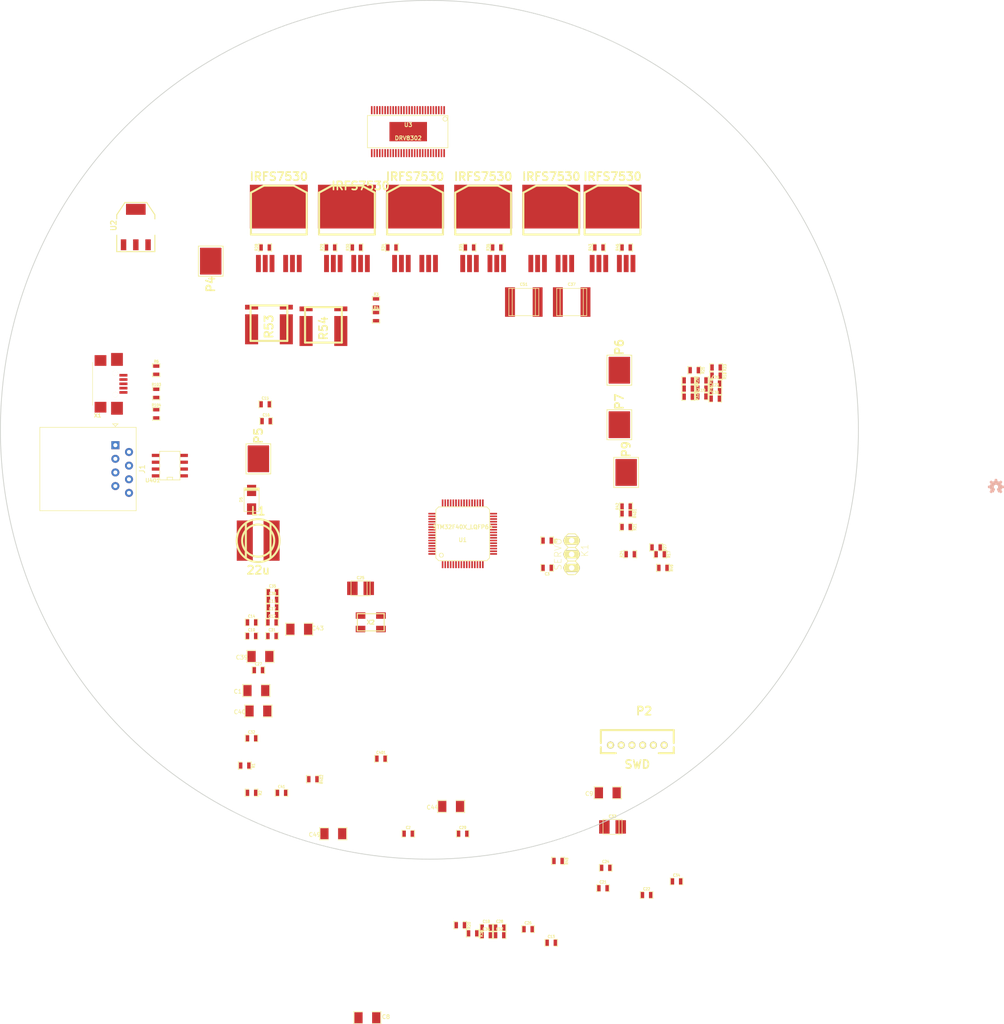
<source format=kicad_pcb>
(kicad_pcb (version 20171130) (host pcbnew "(5.0.0)")

  (general
    (thickness 1.6)
    (drawings 1)
    (tracks 0)
    (zones 0)
    (modules 103)
    (nets 112)
  )

  (page A4)
  (title_block
    (title "BLDC Driver 4.6")
    (date "30 Aug 2014")
    (rev A)
    (company "Benjamin Vedder")
  )

  (layers
    (0 F.Cu signal)
    (1 GND signal)
    (2 GND2 signal)
    (31 B.Cu signal)
    (32 B.Adhes user)
    (33 F.Adhes user)
    (34 B.Paste user)
    (35 F.Paste user)
    (36 B.SilkS user)
    (37 F.SilkS user)
    (38 B.Mask user)
    (39 F.Mask user)
    (40 Dwgs.User user)
    (41 Cmts.User user)
    (42 Eco1.User user)
    (43 Eco2.User user)
    (44 Edge.Cuts user)
  )

  (setup
    (last_trace_width 0.2032)
    (user_trace_width 0.254)
    (user_trace_width 0.3048)
    (user_trace_width 0.4064)
    (user_trace_width 0.508)
    (user_trace_width 0.635)
    (user_trace_width 0.889)
    (user_trace_width 1.016)
    (user_trace_width 1.27)
    (user_trace_width 2.286)
    (user_trace_width 3.81)
    (user_trace_width 5.08)
    (trace_clearance 0.1778)
    (zone_clearance 0.508)
    (zone_45_only yes)
    (trace_min 0.2032)
    (segment_width 0.2)
    (edge_width 0.15)
    (via_size 0.8)
    (via_drill 0.5)
    (via_min_size 0.8)
    (via_min_drill 0.5)
    (user_via 0.8 0.5)
    (user_via 1.524 0.762)
    (uvia_size 0.508)
    (uvia_drill 0.127)
    (uvias_allowed no)
    (uvia_min_size 0.508)
    (uvia_min_drill 0.127)
    (pcb_text_width 0.3)
    (pcb_text_size 1 1)
    (mod_edge_width 0.15)
    (mod_text_size 1 1)
    (mod_text_width 0.15)
    (pad_size 4.064 4.064)
    (pad_drill 3.048)
    (pad_to_mask_clearance 0)
    (aux_axis_origin 0 0)
    (visible_elements 7FFFFFFF)
    (pcbplotparams
      (layerselection 0x010fc_80000007)
      (usegerberextensions true)
      (usegerberattributes false)
      (usegerberadvancedattributes false)
      (creategerberjobfile false)
      (excludeedgelayer true)
      (linewidth 0.150000)
      (plotframeref false)
      (viasonmask false)
      (mode 1)
      (useauxorigin false)
      (hpglpennumber 1)
      (hpglpenspeed 20)
      (hpglpendiameter 15.000000)
      (psnegative false)
      (psa4output false)
      (plotreference true)
      (plotvalue false)
      (plotinvisibletext false)
      (padsonsilk false)
      (subtractmaskfromsilk true)
      (outputformat 1)
      (mirror false)
      (drillshape 0)
      (scaleselection 1)
      (outputdirectory "Gerber/"))
  )

  (net 0 "")
  (net 1 +5V)
  (net 2 GND)
  (net 3 NRST)
  (net 4 "Net-(C15-Pad1)")
  (net 5 "Net-(C16-Pad1)")
  (net 6 "Net-(C17-Pad1)")
  (net 7 "Net-(C18-Pad1)")
  (net 8 "Net-(C19-Pad2)")
  (net 9 "Net-(C20-Pad2)")
  (net 10 "Net-(C21-Pad2)")
  (net 11 "Net-(C22-Pad1)")
  (net 12 "Net-(C22-Pad2)")
  (net 13 "Net-(C23-Pad2)")
  (net 14 "Net-(C27-Pad1)")
  (net 15 "Net-(C27-Pad2)")
  (net 16 "Net-(C28-Pad2)")
  (net 17 "Net-(C29-Pad2)")
  (net 18 "Net-(C30-Pad2)")
  (net 19 "Net-(C34-Pad1)")
  (net 20 "Net-(C34-Pad2)")
  (net 21 "Net-(C36-Pad1)")
  (net 22 "Net-(C36-Pad2)")
  (net 23 "Net-(C38-Pad1)")
  (net 24 "Net-(K1-Pad1)")
  (net 25 "Net-(Q1-PadG)")
  (net 26 "Net-(Q2-PadG)")
  (net 27 "Net-(Q3-PadG)")
  (net 28 "Net-(Q4-PadG)")
  (net 29 "Net-(Q5-PadG)")
  (net 30 "Net-(Q6-PadG)")
  (net 31 "Net-(R17-Pad2)")
  (net 32 "Net-(R20-Pad1)")
  (net 33 "Net-(R21-Pad2)")
  (net 34 "Net-(R25-Pad2)")
  (net 35 "Net-(R6-Pad1)")
  (net 36 SWCLK)
  (net 37 SWDIO)
  (net 38 VCC)
  (net 39 V_SUPPLY)
  (net 40 /MCU/AN_IN)
  (net 41 /MCU/SERVO)
  (net 42 "/Mosfet driver/H1_VS")
  (net 43 "/Mosfet driver/H2_VS")
  (net 44 "/Mosfet driver/H3_VS")
  (net 45 "/Mosfet driver/H1_LOW")
  (net 46 "/Mosfet driver/H3_LOW")
  (net 47 /MCU/SENS1)
  (net 48 /MCU/SENS2)
  (net 49 "/Mosfet driver/M_H1")
  (net 50 "/Mosfet driver/M_L1")
  (net 51 /MCU/SENS3)
  (net 52 "/Mosfet driver/M_H2")
  (net 53 "/Mosfet driver/M_L2")
  (net 54 "/Mosfet driver/M_H3")
  (net 55 "/Mosfet driver/M_L3")
  (net 56 "/Mosfet driver/SH1_A")
  (net 57 "/Mosfet driver/SH1_B")
  (net 58 "/Mosfet driver/SH2_A")
  (net 59 "/Mosfet driver/SH2_B")
  (net 60 /MCU/BR_SO2)
  (net 61 /MCU/BR_SO1)
  (net 62 /MCU/DC_CAL)
  (net 63 /MCU/L3)
  (net 64 /MCU/L2)
  (net 65 /MCU/L1)
  (net 66 /MCU/EN_GATE)
  (net 67 /MCU/FAULT)
  (net 68 /MCU/H3)
  (net 69 /MCU/H2)
  (net 70 /MCU/H1)
  (net 71 /MCU/USB_DM)
  (net 72 /MCU/USB_DP)
  (net 73 "/CAN bus transceiver/CANL")
  (net 74 "/CAN bus transceiver/CANH")
  (net 75 /MCU/LED_GREEN)
  (net 76 /MCU/LED_RED)
  (net 77 "Net-(R103-Pad2)")
  (net 78 "Net-(R104-Pad2)")
  (net 79 "Net-(R402-Pad1)")
  (net 80 "/CAN bus transceiver/CAN_RX")
  (net 81 "/CAN bus transceiver/CAN_TX")
  (net 82 /MCU/ADC_TEMP)
  (net 83 /MCU/SCK_ADC_EXT)
  (net 84 /MCU/RX_SCL_MOSI)
  (net 85 /MCU/MISO_ADC_EXT2)
  (net 86 "Net-(P2-Pad6)")
  (net 87 /MCU/TX_SDA_NSS)
  (net 88 "Net-(U1-Pad4)")
  (net 89 "Net-(U1-Pad2)")
  (net 90 "Net-(U1-Pad3)")
  (net 91 "Net-(U1-Pad39)")
  (net 92 "Net-(U1-Pad40)")
  (net 93 "Net-(U1-Pad50)")
  (net 94 "Net-(U1-Pad54)")
  (net 95 "Net-(U1-Pad55)")
  (net 96 "Net-(U1-Pad56)")
  (net 97 "Net-(U1-Pad9)")
  (net 98 "Net-(U1-Pad11)")
  (net 99 "Net-(U1-Pad28)")
  (net 100 "Net-(U3-Pad4)")
  (net 101 "Net-(U3-Pad5)")
  (net 102 "Net-(U3-Pad55)")
  (net 103 "Net-(U3-Pad56)")
  (net 104 "Net-(U401-Pad5)")
  (net 105 "Net-(X1-Pad4)")
  (net 106 "Net-(J1-Pad4)")
  (net 107 "Net-(J1-Pad5)")
  (net 108 /MCU/TEMP_MOTOR)
  (net 109 /MCU/HALL_3)
  (net 110 /MCU/HALL_1)
  (net 111 /MCU/HALL_2)

  (net_class Default "This is the default net class."
    (clearance 0.1778)
    (trace_width 0.2032)
    (via_dia 0.8)
    (via_drill 0.5)
    (uvia_dia 0.508)
    (uvia_drill 0.127)
    (add_net +5V)
    (add_net "/CAN bus transceiver/CANH")
    (add_net "/CAN bus transceiver/CANL")
    (add_net "/CAN bus transceiver/CAN_RX")
    (add_net "/CAN bus transceiver/CAN_TX")
    (add_net /MCU/ADC_TEMP)
    (add_net /MCU/AN_IN)
    (add_net /MCU/BR_SO1)
    (add_net /MCU/BR_SO2)
    (add_net /MCU/DC_CAL)
    (add_net /MCU/EN_GATE)
    (add_net /MCU/FAULT)
    (add_net /MCU/H1)
    (add_net /MCU/H2)
    (add_net /MCU/H3)
    (add_net /MCU/HALL_1)
    (add_net /MCU/HALL_2)
    (add_net /MCU/HALL_3)
    (add_net /MCU/L1)
    (add_net /MCU/L2)
    (add_net /MCU/L3)
    (add_net /MCU/LED_GREEN)
    (add_net /MCU/LED_RED)
    (add_net /MCU/MISO_ADC_EXT2)
    (add_net /MCU/RX_SCL_MOSI)
    (add_net /MCU/SCK_ADC_EXT)
    (add_net /MCU/SENS1)
    (add_net /MCU/SENS2)
    (add_net /MCU/SENS3)
    (add_net /MCU/SERVO)
    (add_net /MCU/TEMP_MOTOR)
    (add_net /MCU/TX_SDA_NSS)
    (add_net /MCU/USB_DM)
    (add_net /MCU/USB_DP)
    (add_net "/Mosfet driver/H1_LOW")
    (add_net "/Mosfet driver/H1_VS")
    (add_net "/Mosfet driver/H2_VS")
    (add_net "/Mosfet driver/H3_LOW")
    (add_net "/Mosfet driver/H3_VS")
    (add_net "/Mosfet driver/M_H1")
    (add_net "/Mosfet driver/M_H2")
    (add_net "/Mosfet driver/M_H3")
    (add_net "/Mosfet driver/M_L1")
    (add_net "/Mosfet driver/M_L2")
    (add_net "/Mosfet driver/M_L3")
    (add_net "/Mosfet driver/SH1_A")
    (add_net "/Mosfet driver/SH1_B")
    (add_net "/Mosfet driver/SH2_A")
    (add_net "/Mosfet driver/SH2_B")
    (add_net GND)
    (add_net NRST)
    (add_net "Net-(C15-Pad1)")
    (add_net "Net-(C16-Pad1)")
    (add_net "Net-(C17-Pad1)")
    (add_net "Net-(C18-Pad1)")
    (add_net "Net-(C19-Pad2)")
    (add_net "Net-(C20-Pad2)")
    (add_net "Net-(C21-Pad2)")
    (add_net "Net-(C22-Pad1)")
    (add_net "Net-(C22-Pad2)")
    (add_net "Net-(C23-Pad2)")
    (add_net "Net-(C27-Pad1)")
    (add_net "Net-(C27-Pad2)")
    (add_net "Net-(C28-Pad2)")
    (add_net "Net-(C29-Pad2)")
    (add_net "Net-(C30-Pad2)")
    (add_net "Net-(C34-Pad1)")
    (add_net "Net-(C34-Pad2)")
    (add_net "Net-(C36-Pad1)")
    (add_net "Net-(C36-Pad2)")
    (add_net "Net-(C38-Pad1)")
    (add_net "Net-(J1-Pad4)")
    (add_net "Net-(J1-Pad5)")
    (add_net "Net-(K1-Pad1)")
    (add_net "Net-(P2-Pad6)")
    (add_net "Net-(Q1-PadG)")
    (add_net "Net-(Q2-PadG)")
    (add_net "Net-(Q3-PadG)")
    (add_net "Net-(Q4-PadG)")
    (add_net "Net-(Q5-PadG)")
    (add_net "Net-(Q6-PadG)")
    (add_net "Net-(R103-Pad2)")
    (add_net "Net-(R104-Pad2)")
    (add_net "Net-(R17-Pad2)")
    (add_net "Net-(R20-Pad1)")
    (add_net "Net-(R21-Pad2)")
    (add_net "Net-(R25-Pad2)")
    (add_net "Net-(R402-Pad1)")
    (add_net "Net-(R6-Pad1)")
    (add_net "Net-(U1-Pad11)")
    (add_net "Net-(U1-Pad2)")
    (add_net "Net-(U1-Pad28)")
    (add_net "Net-(U1-Pad3)")
    (add_net "Net-(U1-Pad39)")
    (add_net "Net-(U1-Pad4)")
    (add_net "Net-(U1-Pad40)")
    (add_net "Net-(U1-Pad50)")
    (add_net "Net-(U1-Pad54)")
    (add_net "Net-(U1-Pad55)")
    (add_net "Net-(U1-Pad56)")
    (add_net "Net-(U1-Pad9)")
    (add_net "Net-(U3-Pad4)")
    (add_net "Net-(U3-Pad5)")
    (add_net "Net-(U3-Pad55)")
    (add_net "Net-(U3-Pad56)")
    (add_net "Net-(U401-Pad5)")
    (add_net "Net-(X1-Pad4)")
    (add_net SWCLK)
    (add_net SWDIO)
    (add_net VCC)
    (add_net V_SUPPLY)
  )

  (module oshw_silkscreen-back_3mm (layer B.Cu) (tedit 0) (tstamp 5234EBBC)
    (at 255.651 110.49)
    (fp_text reference G*** (at 0 -1.59004) (layer B.SilkS) hide
      (effects (font (size 0.13462 0.13462) (thickness 0.0254)) (justify mirror))
    )
    (fp_text value oshw_silkscreen-back_3mm (at 0 1.59004) (layer B.SilkS) hide
      (effects (font (size 0.13462 0.13462) (thickness 0.0254)) (justify mirror))
    )
    (fp_poly (pts (xy 0.90932 1.3462) (xy 0.89154 1.33858) (xy 0.85852 1.31572) (xy 0.80772 1.2827)
      (xy 0.7493 1.2446) (xy 0.68834 1.20396) (xy 0.64008 1.17094) (xy 0.60452 1.14808)
      (xy 0.59182 1.14046) (xy 0.5842 1.143) (xy 0.55626 1.15824) (xy 0.51562 1.17856)
      (xy 0.49022 1.19126) (xy 0.45212 1.2065) (xy 0.43434 1.21158) (xy 0.4318 1.2065)
      (xy 0.41656 1.17602) (xy 0.39624 1.12776) (xy 0.3683 1.06172) (xy 0.33528 0.98552)
      (xy 0.29972 0.90424) (xy 0.2667 0.82042) (xy 0.23368 0.74168) (xy 0.2032 0.66802)
      (xy 0.18034 0.6096) (xy 0.1651 0.56896) (xy 0.15748 0.55118) (xy 0.16002 0.54864)
      (xy 0.1778 0.53086) (xy 0.21082 0.50546) (xy 0.28194 0.44704) (xy 0.35306 0.36068)
      (xy 0.39624 0.26162) (xy 0.40894 0.14986) (xy 0.39878 0.04826) (xy 0.35814 -0.04826)
      (xy 0.28956 -0.13716) (xy 0.20574 -0.2032) (xy 0.10922 -0.24384) (xy 0 -0.25654)
      (xy -0.10414 -0.24638) (xy -0.2032 -0.20574) (xy -0.2921 -0.1397) (xy -0.3302 -0.09652)
      (xy -0.381 -0.00508) (xy -0.41148 0.0889) (xy -0.41402 0.11176) (xy -0.40894 0.21844)
      (xy -0.37846 0.32004) (xy -0.32258 0.40894) (xy -0.24638 0.4826) (xy -0.23622 0.49022)
      (xy -0.20066 0.51816) (xy -0.17526 0.53594) (xy -0.15748 0.55118) (xy -0.2921 0.87376)
      (xy -0.31242 0.92456) (xy -0.35052 1.01346) (xy -0.381 1.08966) (xy -0.40894 1.15062)
      (xy -0.42672 1.19126) (xy -0.43434 1.2065) (xy -0.44704 1.20904) (xy -0.4699 1.20142)
      (xy -0.51562 1.17856) (xy -0.5461 1.16332) (xy -0.57912 1.14808) (xy -0.59436 1.14046)
      (xy -0.6096 1.14808) (xy -0.64262 1.1684) (xy -0.68834 1.20142) (xy -0.74676 1.23952)
      (xy -0.80264 1.27762) (xy -0.85344 1.31064) (xy -0.889 1.33604) (xy -0.90678 1.34366)
      (xy -0.90932 1.34366) (xy -0.9271 1.33604) (xy -0.95504 1.31064) (xy -0.99822 1.27)
      (xy -1.06172 1.20904) (xy -1.07188 1.19888) (xy -1.12268 1.14808) (xy -1.16332 1.10236)
      (xy -1.19126 1.07188) (xy -1.20142 1.05918) (xy -1.19126 1.0414) (xy -1.1684 1.0033)
      (xy -1.13538 0.9525) (xy -1.09474 0.89154) (xy -0.98806 0.7366) (xy -1.04648 0.59182)
      (xy -1.06426 0.5461) (xy -1.08712 0.49022) (xy -1.1049 0.45212) (xy -1.11252 0.43434)
      (xy -1.1303 0.42926) (xy -1.1684 0.4191) (xy -1.22682 0.40894) (xy -1.29794 0.39624)
      (xy -1.36398 0.38354) (xy -1.4224 0.37084) (xy -1.46558 0.36322) (xy -1.4859 0.36068)
      (xy -1.49098 0.3556) (xy -1.49352 0.34798) (xy -1.49606 0.32766) (xy -1.4986 0.28956)
      (xy -1.4986 0.23368) (xy -1.4986 0.14986) (xy -1.4986 0.14224) (xy -1.4986 0.0635)
      (xy -1.49606 0) (xy -1.49352 -0.0381) (xy -1.49098 -0.05588) (xy -1.4732 -0.06096)
      (xy -1.43002 -0.06858) (xy -1.3716 -0.08128) (xy -1.30048 -0.09398) (xy -1.2954 -0.09398)
      (xy -1.22428 -0.10922) (xy -1.16586 -0.12192) (xy -1.12268 -0.12954) (xy -1.1049 -0.13716)
      (xy -1.10236 -0.14224) (xy -1.08712 -0.17018) (xy -1.0668 -0.21336) (xy -1.04394 -0.2667)
      (xy -1.02108 -0.32258) (xy -1.00076 -0.37338) (xy -0.98806 -0.40894) (xy -0.98298 -0.42672)
      (xy -0.99314 -0.4445) (xy -1.01854 -0.48006) (xy -1.0541 -0.53086) (xy -1.09474 -0.59182)
      (xy -1.09728 -0.5969) (xy -1.13792 -0.65786) (xy -1.17094 -0.70866) (xy -1.1938 -0.74422)
      (xy -1.20142 -0.75946) (xy -1.20142 -0.762) (xy -1.18872 -0.77978) (xy -1.15824 -0.8128)
      (xy -1.11252 -0.85852) (xy -1.06172 -0.91186) (xy -1.04394 -0.9271) (xy -0.98552 -0.98552)
      (xy -0.94488 -1.02108) (xy -0.91948 -1.0414) (xy -0.90932 -1.04648) (xy -0.90678 -1.04648)
      (xy -0.889 -1.03632) (xy -0.8509 -1.01092) (xy -0.8001 -0.97536) (xy -0.73914 -0.93472)
      (xy -0.7366 -0.93218) (xy -0.67564 -0.89154) (xy -0.62484 -0.85598) (xy -0.58928 -0.83312)
      (xy -0.57404 -0.8255) (xy -0.5715 -0.8255) (xy -0.54864 -0.83058) (xy -0.50546 -0.84582)
      (xy -0.45212 -0.86614) (xy -0.39624 -0.889) (xy -0.34544 -0.90932) (xy -0.30988 -0.9271)
      (xy -0.2921 -0.93726) (xy -0.28956 -0.93726) (xy -0.28448 -0.96012) (xy -0.27432 -1.00584)
      (xy -0.26162 -1.0668) (xy -0.24638 -1.14046) (xy -0.24384 -1.15062) (xy -0.23114 -1.22428)
      (xy -0.22098 -1.2827) (xy -0.21082 -1.32334) (xy -0.20828 -1.34112) (xy -0.19812 -1.34112)
      (xy -0.16256 -1.34366) (xy -0.10922 -1.3462) (xy -0.04318 -1.3462) (xy 0.02286 -1.3462)
      (xy 0.0889 -1.3462) (xy 0.14478 -1.34366) (xy 0.18542 -1.34112) (xy 0.2032 -1.33604)
      (xy 0.20828 -1.31318) (xy 0.21844 -1.27) (xy 0.23114 -1.2065) (xy 0.24638 -1.13284)
      (xy 0.24892 -1.12014) (xy 0.26162 -1.04902) (xy 0.27432 -0.9906) (xy 0.28194 -0.94996)
      (xy 0.28702 -0.93472) (xy 0.2921 -0.93218) (xy 0.32258 -0.91694) (xy 0.37084 -0.89916)
      (xy 0.42926 -0.87376) (xy 0.56642 -0.81788) (xy 0.73406 -0.93472) (xy 0.7493 -0.94488)
      (xy 0.81026 -0.98552) (xy 0.86106 -1.01854) (xy 0.89662 -1.0414) (xy 0.90932 -1.04902)
      (xy 0.91186 -1.04902) (xy 0.9271 -1.03378) (xy 0.96012 -1.0033) (xy 1.00584 -0.95758)
      (xy 1.05918 -0.90678) (xy 1.09982 -0.86614) (xy 1.14554 -0.82042) (xy 1.17348 -0.7874)
      (xy 1.19126 -0.76708) (xy 1.19634 -0.75438) (xy 1.1938 -0.74676) (xy 1.18364 -0.72898)
      (xy 1.15824 -0.69342) (xy 1.12522 -0.64008) (xy 1.08458 -0.58166) (xy 1.04902 -0.53086)
      (xy 1.01346 -0.47498) (xy 0.9906 -0.43434) (xy 0.98044 -0.41656) (xy 0.98298 -0.4064)
      (xy 0.99568 -0.37338) (xy 1.016 -0.32512) (xy 1.0414 -0.26416) (xy 1.09982 -0.13208)
      (xy 1.18618 -0.1143) (xy 1.23952 -0.10414) (xy 1.31318 -0.09144) (xy 1.3843 -0.0762)
      (xy 1.49606 -0.05588) (xy 1.4986 0.34798) (xy 1.48082 0.3556) (xy 1.46558 0.36068)
      (xy 1.42494 0.37084) (xy 1.36652 0.381) (xy 1.29794 0.3937) (xy 1.23698 0.4064)
      (xy 1.17856 0.41656) (xy 1.13538 0.42418) (xy 1.1176 0.42926) (xy 1.11252 0.43434)
      (xy 1.09728 0.46482) (xy 1.07696 0.51054) (xy 1.0541 0.56388) (xy 1.0287 0.6223)
      (xy 1.00838 0.6731) (xy 0.99314 0.71374) (xy 0.98806 0.73406) (xy 0.99568 0.7493)
      (xy 1.01854 0.78486) (xy 1.05156 0.83566) (xy 1.0922 0.89408) (xy 1.13284 0.9525)
      (xy 1.16586 1.0033) (xy 1.19126 1.03886) (xy 1.19888 1.05664) (xy 1.1938 1.0668)
      (xy 1.17094 1.09474) (xy 1.12776 1.14046) (xy 1.06172 1.2065) (xy 1.04902 1.21666)
      (xy 0.99822 1.26746) (xy 0.9525 1.3081) (xy 0.92202 1.33604) (xy 0.90932 1.3462)) (layer B.SilkS) (width 0.00254))
  )

  (module CRF1:SMD-1206 (layer F.Cu) (tedit 53E7B563) (tstamp 5BD023B7)
    (at 117.729 148.59)
    (path /504F83BE/523435A0)
    (attr smd)
    (fp_text reference C1 (at -3.466 0.173) (layer F.SilkS)
      (effects (font (size 0.762 0.762) (thickness 0.127)))
    )
    (fp_text value 10u,50V (at 0 0) (layer F.SilkS) hide
      (effects (font (size 0.762 0.762) (thickness 0.127)))
    )
    (fp_line (start -0.889 -1.143) (end -2.54 -1.143) (layer F.SilkS) (width 0.127))
    (fp_line (start 2.54 1.143) (end 0.889 1.143) (layer F.SilkS) (width 0.127))
    (fp_line (start 2.54 -1.143) (end 2.54 1.143) (layer F.SilkS) (width 0.127))
    (fp_line (start 0.889 -1.143) (end 2.54 -1.143) (layer F.SilkS) (width 0.127))
    (fp_line (start -2.54 1.143) (end -0.889 1.143) (layer F.SilkS) (width 0.127))
    (fp_line (start -2.54 -1.143) (end -2.54 1.143) (layer F.SilkS) (width 0.127))
    (pad 2 smd rect (at 1.651 0) (size 1.524 2.032) (layers F.Cu F.Paste F.Mask)
      (net 39 V_SUPPLY))
    (pad 1 smd rect (at -1.651 0) (size 1.524 2.032) (layers F.Cu F.Paste F.Mask)
      (net 2 GND))
    (model smd/chip_cms.wrl
      (at (xyz 0 0 0))
      (scale (xyz 0.1700000017881393 0.1599999964237213 0.1599999964237213))
      (rotate (xyz 0 0 0))
    )
  )

  (module CRF1:SMD-0603_c (layer F.Cu) (tedit 53ECAF6F) (tstamp 5BD023C3)
    (at 146.05 175.26)
    (path /522DA0B3)
    (attr smd)
    (fp_text reference C2 (at 0 -1.143) (layer F.SilkS)
      (effects (font (size 0.508 0.4572) (thickness 0.1143)))
    )
    (fp_text value 100n (at -1.651 0 270) (layer F.SilkS) hide
      (effects (font (size 0.508 0.4572) (thickness 0.1143)))
    )
    (fp_line (start -1.19888 0.635) (end -1.19888 -0.635) (layer F.SilkS) (width 0.11938))
    (fp_line (start 1.19888 -0.635) (end 1.19888 0.635) (layer F.SilkS) (width 0.11938))
    (fp_line (start -1.19888 -0.65024) (end -0.50038 -0.65024) (layer F.SilkS) (width 0.11938))
    (fp_line (start 0.50038 -0.65024) (end 1.19888 -0.65024) (layer F.SilkS) (width 0.11938))
    (fp_line (start -0.50038 0.65024) (end -1.19888 0.65024) (layer F.SilkS) (width 0.11938))
    (fp_line (start 0.50038 0.65024) (end 1.19888 0.65024) (layer F.SilkS) (width 0.11938))
    (pad 2 smd rect (at 0.762 0) (size 0.635 1.143) (layers F.Cu F.Paste F.Mask)
      (net 40 /MCU/AN_IN))
    (pad 1 smd rect (at -0.762 0) (size 0.635 1.143) (layers F.Cu F.Paste F.Mask)
      (net 2 GND))
    (model walter/smd_cap/c_0603.wrl
      (at (xyz 0 0 0))
      (scale (xyz 1 1 1))
      (rotate (xyz 0 0 0))
    )
  )

  (module CRF1:SMD-0603_c (layer F.Cu) (tedit 53ECAF6F) (tstamp 5BD023CF)
    (at 171.958 125.73 180)
    (path /522DA0A7)
    (attr smd)
    (fp_text reference C3 (at 0 -1.143 180) (layer F.SilkS)
      (effects (font (size 0.508 0.4572) (thickness 0.1143)))
    )
    (fp_text value 100n (at -1.651 0 90) (layer F.SilkS) hide
      (effects (font (size 0.508 0.4572) (thickness 0.1143)))
    )
    (fp_line (start 0.50038 0.65024) (end 1.19888 0.65024) (layer F.SilkS) (width 0.11938))
    (fp_line (start -0.50038 0.65024) (end -1.19888 0.65024) (layer F.SilkS) (width 0.11938))
    (fp_line (start 0.50038 -0.65024) (end 1.19888 -0.65024) (layer F.SilkS) (width 0.11938))
    (fp_line (start -1.19888 -0.65024) (end -0.50038 -0.65024) (layer F.SilkS) (width 0.11938))
    (fp_line (start 1.19888 -0.635) (end 1.19888 0.635) (layer F.SilkS) (width 0.11938))
    (fp_line (start -1.19888 0.635) (end -1.19888 -0.635) (layer F.SilkS) (width 0.11938))
    (pad 1 smd rect (at -0.762 0 180) (size 0.635 1.143) (layers F.Cu F.Paste F.Mask)
      (net 2 GND))
    (pad 2 smd rect (at 0.762 0 180) (size 0.635 1.143) (layers F.Cu F.Paste F.Mask)
      (net 41 /MCU/SERVO))
    (model walter/smd_cap/c_0603.wrl
      (at (xyz 0 0 0))
      (scale (xyz 1 1 1))
      (rotate (xyz 0 0 0))
    )
  )

  (module CRF1:SMD-1206 (layer F.Cu) (tedit 53E7B563) (tstamp 5BD023DB)
    (at 138.43 209.55 180)
    (path /504F83BE/53E7AFAD)
    (attr smd)
    (fp_text reference C8 (at -3.466 0.173 180) (layer F.SilkS)
      (effects (font (size 0.762 0.762) (thickness 0.127)))
    )
    (fp_text value 10u,50V (at 0 0 180) (layer F.SilkS) hide
      (effects (font (size 0.762 0.762) (thickness 0.127)))
    )
    (fp_line (start -2.54 -1.143) (end -2.54 1.143) (layer F.SilkS) (width 0.127))
    (fp_line (start -2.54 1.143) (end -0.889 1.143) (layer F.SilkS) (width 0.127))
    (fp_line (start 0.889 -1.143) (end 2.54 -1.143) (layer F.SilkS) (width 0.127))
    (fp_line (start 2.54 -1.143) (end 2.54 1.143) (layer F.SilkS) (width 0.127))
    (fp_line (start 2.54 1.143) (end 0.889 1.143) (layer F.SilkS) (width 0.127))
    (fp_line (start -0.889 -1.143) (end -2.54 -1.143) (layer F.SilkS) (width 0.127))
    (pad 1 smd rect (at -1.651 0 180) (size 1.524 2.032) (layers F.Cu F.Paste F.Mask)
      (net 2 GND))
    (pad 2 smd rect (at 1.651 0 180) (size 1.524 2.032) (layers F.Cu F.Paste F.Mask)
      (net 39 V_SUPPLY))
    (model smd/chip_cms.wrl
      (at (xyz 0 0 0))
      (scale (xyz 0.1700000017881393 0.1599999964237213 0.1599999964237213))
      (rotate (xyz 0 0 0))
    )
  )

  (module CRF1:SMD-1206 (layer F.Cu) (tedit 53E7B563) (tstamp 5BD023E7)
    (at 183.261 167.64)
    (path /504F83BE/53E7AFA2)
    (attr smd)
    (fp_text reference C9 (at -3.466 0.173) (layer F.SilkS)
      (effects (font (size 0.762 0.762) (thickness 0.127)))
    )
    (fp_text value 10u,50V (at 0 0) (layer F.SilkS) hide
      (effects (font (size 0.762 0.762) (thickness 0.127)))
    )
    (fp_line (start -0.889 -1.143) (end -2.54 -1.143) (layer F.SilkS) (width 0.127))
    (fp_line (start 2.54 1.143) (end 0.889 1.143) (layer F.SilkS) (width 0.127))
    (fp_line (start 2.54 -1.143) (end 2.54 1.143) (layer F.SilkS) (width 0.127))
    (fp_line (start 0.889 -1.143) (end 2.54 -1.143) (layer F.SilkS) (width 0.127))
    (fp_line (start -2.54 1.143) (end -0.889 1.143) (layer F.SilkS) (width 0.127))
    (fp_line (start -2.54 -1.143) (end -2.54 1.143) (layer F.SilkS) (width 0.127))
    (pad 2 smd rect (at 1.651 0) (size 1.524 2.032) (layers F.Cu F.Paste F.Mask)
      (net 39 V_SUPPLY))
    (pad 1 smd rect (at -1.651 0) (size 1.524 2.032) (layers F.Cu F.Paste F.Mask)
      (net 2 GND))
    (model smd/chip_cms.wrl
      (at (xyz 0 0 0))
      (scale (xyz 0.1700000017881393 0.1599999964237213 0.1599999964237213))
      (rotate (xyz 0 0 0))
    )
  )

  (module CRF1:SMD-0603_c (layer F.Cu) (tedit 53ECAF6F) (tstamp 5BD023F3)
    (at 116.84 138.43)
    (path /53F7501A/53F77426)
    (attr smd)
    (fp_text reference C10 (at 0 -1.143) (layer F.SilkS)
      (effects (font (size 0.508 0.4572) (thickness 0.1143)))
    )
    (fp_text value 2.2u (at -1.651 0 270) (layer F.SilkS) hide
      (effects (font (size 0.508 0.4572) (thickness 0.1143)))
    )
    (fp_line (start -1.19888 0.635) (end -1.19888 -0.635) (layer F.SilkS) (width 0.11938))
    (fp_line (start 1.19888 -0.635) (end 1.19888 0.635) (layer F.SilkS) (width 0.11938))
    (fp_line (start -1.19888 -0.65024) (end -0.50038 -0.65024) (layer F.SilkS) (width 0.11938))
    (fp_line (start 0.50038 -0.65024) (end 1.19888 -0.65024) (layer F.SilkS) (width 0.11938))
    (fp_line (start -0.50038 0.65024) (end -1.19888 0.65024) (layer F.SilkS) (width 0.11938))
    (fp_line (start 0.50038 0.65024) (end 1.19888 0.65024) (layer F.SilkS) (width 0.11938))
    (pad 2 smd rect (at 0.762 0) (size 0.635 1.143) (layers F.Cu F.Paste F.Mask)
      (net 38 VCC))
    (pad 1 smd rect (at -0.762 0) (size 0.635 1.143) (layers F.Cu F.Paste F.Mask)
      (net 2 GND))
    (model walter/smd_cap/c_0603.wrl
      (at (xyz 0 0 0))
      (scale (xyz 1 1 1))
      (rotate (xyz 0 0 0))
    )
  )

  (module CRF1:SMD-0603_c (layer F.Cu) (tedit 53ECAF6F) (tstamp 5BD023FF)
    (at 120.738571 133.079931)
    (path /53F7501A/53F7742D)
    (attr smd)
    (fp_text reference C11 (at 0 -1.143) (layer F.SilkS)
      (effects (font (size 0.508 0.4572) (thickness 0.1143)))
    )
    (fp_text value 2.2u (at -1.651 0 270) (layer F.SilkS) hide
      (effects (font (size 0.508 0.4572) (thickness 0.1143)))
    )
    (fp_line (start 0.50038 0.65024) (end 1.19888 0.65024) (layer F.SilkS) (width 0.11938))
    (fp_line (start -0.50038 0.65024) (end -1.19888 0.65024) (layer F.SilkS) (width 0.11938))
    (fp_line (start 0.50038 -0.65024) (end 1.19888 -0.65024) (layer F.SilkS) (width 0.11938))
    (fp_line (start -1.19888 -0.65024) (end -0.50038 -0.65024) (layer F.SilkS) (width 0.11938))
    (fp_line (start 1.19888 -0.635) (end 1.19888 0.635) (layer F.SilkS) (width 0.11938))
    (fp_line (start -1.19888 0.635) (end -1.19888 -0.635) (layer F.SilkS) (width 0.11938))
    (pad 1 smd rect (at -0.762 0) (size 0.635 1.143) (layers F.Cu F.Paste F.Mask)
      (net 2 GND))
    (pad 2 smd rect (at 0.762 0) (size 0.635 1.143) (layers F.Cu F.Paste F.Mask)
      (net 38 VCC))
    (model walter/smd_cap/c_0603.wrl
      (at (xyz 0 0 0))
      (scale (xyz 1 1 1))
      (rotate (xyz 0 0 0))
    )
  )

  (module CRF1:SMD-0603_c (layer F.Cu) (tedit 53ECAF6F) (tstamp 5BD0240B)
    (at 120.65 135.89)
    (path /53F7501A/53F77447)
    (attr smd)
    (fp_text reference C12 (at 0 -1.143) (layer F.SilkS)
      (effects (font (size 0.508 0.4572) (thickness 0.1143)))
    )
    (fp_text value 2.2u (at -1.651 0 270) (layer F.SilkS) hide
      (effects (font (size 0.508 0.4572) (thickness 0.1143)))
    )
    (fp_line (start -1.19888 0.635) (end -1.19888 -0.635) (layer F.SilkS) (width 0.11938))
    (fp_line (start 1.19888 -0.635) (end 1.19888 0.635) (layer F.SilkS) (width 0.11938))
    (fp_line (start -1.19888 -0.65024) (end -0.50038 -0.65024) (layer F.SilkS) (width 0.11938))
    (fp_line (start 0.50038 -0.65024) (end 1.19888 -0.65024) (layer F.SilkS) (width 0.11938))
    (fp_line (start -0.50038 0.65024) (end -1.19888 0.65024) (layer F.SilkS) (width 0.11938))
    (fp_line (start 0.50038 0.65024) (end 1.19888 0.65024) (layer F.SilkS) (width 0.11938))
    (pad 2 smd rect (at 0.762 0) (size 0.635 1.143) (layers F.Cu F.Paste F.Mask)
      (net 38 VCC))
    (pad 1 smd rect (at -0.762 0) (size 0.635 1.143) (layers F.Cu F.Paste F.Mask)
      (net 2 GND))
    (model walter/smd_cap/c_0603.wrl
      (at (xyz 0 0 0))
      (scale (xyz 1 1 1))
      (rotate (xyz 0 0 0))
    )
  )

  (module CRF1:SMD-0603_c (layer F.Cu) (tedit 53ECAF6F) (tstamp 5BD02417)
    (at 172.72 195.58)
    (path /53F7501A/53F7744E)
    (attr smd)
    (fp_text reference C13 (at 0 -1.143) (layer F.SilkS)
      (effects (font (size 0.508 0.4572) (thickness 0.1143)))
    )
    (fp_text value 2.2u (at -1.651 0 270) (layer F.SilkS) hide
      (effects (font (size 0.508 0.4572) (thickness 0.1143)))
    )
    (fp_line (start 0.50038 0.65024) (end 1.19888 0.65024) (layer F.SilkS) (width 0.11938))
    (fp_line (start -0.50038 0.65024) (end -1.19888 0.65024) (layer F.SilkS) (width 0.11938))
    (fp_line (start 0.50038 -0.65024) (end 1.19888 -0.65024) (layer F.SilkS) (width 0.11938))
    (fp_line (start -1.19888 -0.65024) (end -0.50038 -0.65024) (layer F.SilkS) (width 0.11938))
    (fp_line (start 1.19888 -0.635) (end 1.19888 0.635) (layer F.SilkS) (width 0.11938))
    (fp_line (start -1.19888 0.635) (end -1.19888 -0.635) (layer F.SilkS) (width 0.11938))
    (pad 1 smd rect (at -0.762 0) (size 0.635 1.143) (layers F.Cu F.Paste F.Mask)
      (net 2 GND))
    (pad 2 smd rect (at 0.762 0) (size 0.635 1.143) (layers F.Cu F.Paste F.Mask)
      (net 38 VCC))
    (model walter/smd_cap/c_0603.wrl
      (at (xyz 0 0 0))
      (scale (xyz 1 1 1))
      (rotate (xyz 0 0 0))
    )
  )

  (module CRF1:SMD-0603_c (layer F.Cu) (tedit 53ECAF6F) (tstamp 5BD02423)
    (at 116.84 135.89)
    (path /53F7501A/53F77434)
    (attr smd)
    (fp_text reference C14 (at 0 -1.143) (layer F.SilkS)
      (effects (font (size 0.508 0.4572) (thickness 0.1143)))
    )
    (fp_text value 2.2u (at -1.651 0 270) (layer F.SilkS) hide
      (effects (font (size 0.508 0.4572) (thickness 0.1143)))
    )
    (fp_line (start 0.50038 0.65024) (end 1.19888 0.65024) (layer F.SilkS) (width 0.11938))
    (fp_line (start -0.50038 0.65024) (end -1.19888 0.65024) (layer F.SilkS) (width 0.11938))
    (fp_line (start 0.50038 -0.65024) (end 1.19888 -0.65024) (layer F.SilkS) (width 0.11938))
    (fp_line (start -1.19888 -0.65024) (end -0.50038 -0.65024) (layer F.SilkS) (width 0.11938))
    (fp_line (start 1.19888 -0.635) (end 1.19888 0.635) (layer F.SilkS) (width 0.11938))
    (fp_line (start -1.19888 0.635) (end -1.19888 -0.635) (layer F.SilkS) (width 0.11938))
    (pad 1 smd rect (at -0.762 0) (size 0.635 1.143) (layers F.Cu F.Paste F.Mask)
      (net 2 GND))
    (pad 2 smd rect (at 0.762 0) (size 0.635 1.143) (layers F.Cu F.Paste F.Mask)
      (net 38 VCC))
    (model walter/smd_cap/c_0603.wrl
      (at (xyz 0 0 0))
      (scale (xyz 1 1 1))
      (rotate (xyz 0 0 0))
    )
  )

  (module CRF1:SMD-0603_c (layer F.Cu) (tedit 53ECAF6F) (tstamp 5BD0242F)
    (at 119.38 95.25)
    (path /53F7501A/53F757DB)
    (attr smd)
    (fp_text reference C15 (at 0 -1.143) (layer F.SilkS)
      (effects (font (size 0.508 0.4572) (thickness 0.1143)))
    )
    (fp_text value 15p (at -1.651 0 270) (layer F.SilkS) hide
      (effects (font (size 0.508 0.4572) (thickness 0.1143)))
    )
    (fp_line (start -1.19888 0.635) (end -1.19888 -0.635) (layer F.SilkS) (width 0.11938))
    (fp_line (start 1.19888 -0.635) (end 1.19888 0.635) (layer F.SilkS) (width 0.11938))
    (fp_line (start -1.19888 -0.65024) (end -0.50038 -0.65024) (layer F.SilkS) (width 0.11938))
    (fp_line (start 0.50038 -0.65024) (end 1.19888 -0.65024) (layer F.SilkS) (width 0.11938))
    (fp_line (start -0.50038 0.65024) (end -1.19888 0.65024) (layer F.SilkS) (width 0.11938))
    (fp_line (start 0.50038 0.65024) (end 1.19888 0.65024) (layer F.SilkS) (width 0.11938))
    (pad 2 smd rect (at 0.762 0) (size 0.635 1.143) (layers F.Cu F.Paste F.Mask)
      (net 2 GND))
    (pad 1 smd rect (at -0.762 0) (size 0.635 1.143) (layers F.Cu F.Paste F.Mask)
      (net 4 "Net-(C15-Pad1)"))
    (model walter/smd_cap/c_0603.wrl
      (at (xyz 0 0 0))
      (scale (xyz 1 1 1))
      (rotate (xyz 0 0 0))
    )
  )

  (module CRF1:SMD-0603_c (layer F.Cu) (tedit 53ECAF6F) (tstamp 5BD0243B)
    (at 119.558571 98.389931)
    (path /53F7501A/53F757B5)
    (attr smd)
    (fp_text reference C16 (at 0 -1.143) (layer F.SilkS)
      (effects (font (size 0.508 0.4572) (thickness 0.1143)))
    )
    (fp_text value 2.2u (at -1.651 0 270) (layer F.SilkS) hide
      (effects (font (size 0.508 0.4572) (thickness 0.1143)))
    )
    (fp_line (start -1.19888 0.635) (end -1.19888 -0.635) (layer F.SilkS) (width 0.11938))
    (fp_line (start 1.19888 -0.635) (end 1.19888 0.635) (layer F.SilkS) (width 0.11938))
    (fp_line (start -1.19888 -0.65024) (end -0.50038 -0.65024) (layer F.SilkS) (width 0.11938))
    (fp_line (start 0.50038 -0.65024) (end 1.19888 -0.65024) (layer F.SilkS) (width 0.11938))
    (fp_line (start -0.50038 0.65024) (end -1.19888 0.65024) (layer F.SilkS) (width 0.11938))
    (fp_line (start 0.50038 0.65024) (end 1.19888 0.65024) (layer F.SilkS) (width 0.11938))
    (pad 2 smd rect (at 0.762 0) (size 0.635 1.143) (layers F.Cu F.Paste F.Mask)
      (net 2 GND))
    (pad 1 smd rect (at -0.762 0) (size 0.635 1.143) (layers F.Cu F.Paste F.Mask)
      (net 5 "Net-(C16-Pad1)"))
    (model walter/smd_cap/c_0603.wrl
      (at (xyz 0 0 0))
      (scale (xyz 1 1 1))
      (rotate (xyz 0 0 0))
    )
  )

  (module CRF1:SMD-0603_c (layer F.Cu) (tedit 53ECAF6F) (tstamp 5BD02447)
    (at 120.738571 134.489931)
    (path /53F7501A/53F757AE)
    (attr smd)
    (fp_text reference C17 (at 0 -1.143) (layer F.SilkS)
      (effects (font (size 0.508 0.4572) (thickness 0.1143)))
    )
    (fp_text value 2.2u (at -1.651 0 270) (layer F.SilkS) hide
      (effects (font (size 0.508 0.4572) (thickness 0.1143)))
    )
    (fp_line (start 0.50038 0.65024) (end 1.19888 0.65024) (layer F.SilkS) (width 0.11938))
    (fp_line (start -0.50038 0.65024) (end -1.19888 0.65024) (layer F.SilkS) (width 0.11938))
    (fp_line (start 0.50038 -0.65024) (end 1.19888 -0.65024) (layer F.SilkS) (width 0.11938))
    (fp_line (start -1.19888 -0.65024) (end -0.50038 -0.65024) (layer F.SilkS) (width 0.11938))
    (fp_line (start 1.19888 -0.635) (end 1.19888 0.635) (layer F.SilkS) (width 0.11938))
    (fp_line (start -1.19888 0.635) (end -1.19888 -0.635) (layer F.SilkS) (width 0.11938))
    (pad 1 smd rect (at -0.762 0) (size 0.635 1.143) (layers F.Cu F.Paste F.Mask)
      (net 6 "Net-(C17-Pad1)"))
    (pad 2 smd rect (at 0.762 0) (size 0.635 1.143) (layers F.Cu F.Paste F.Mask)
      (net 2 GND))
    (model walter/smd_cap/c_0603.wrl
      (at (xyz 0 0 0))
      (scale (xyz 1 1 1))
      (rotate (xyz 0 0 0))
    )
  )

  (module CRF1:SMD-0603_c (layer F.Cu) (tedit 53ECAF6F) (tstamp 5BD02453)
    (at 160.598571 192.759931)
    (path /504F83BE/504FC1DE)
    (attr smd)
    (fp_text reference C18 (at 0 -1.143) (layer F.SilkS)
      (effects (font (size 0.508 0.4572) (thickness 0.1143)))
    )
    (fp_text value 2.2u (at -1.651 0 270) (layer F.SilkS) hide
      (effects (font (size 0.508 0.4572) (thickness 0.1143)))
    )
    (fp_line (start 0.50038 0.65024) (end 1.19888 0.65024) (layer F.SilkS) (width 0.11938))
    (fp_line (start -0.50038 0.65024) (end -1.19888 0.65024) (layer F.SilkS) (width 0.11938))
    (fp_line (start 0.50038 -0.65024) (end 1.19888 -0.65024) (layer F.SilkS) (width 0.11938))
    (fp_line (start -1.19888 -0.65024) (end -0.50038 -0.65024) (layer F.SilkS) (width 0.11938))
    (fp_line (start 1.19888 -0.635) (end 1.19888 0.635) (layer F.SilkS) (width 0.11938))
    (fp_line (start -1.19888 0.635) (end -1.19888 -0.635) (layer F.SilkS) (width 0.11938))
    (pad 1 smd rect (at -0.762 0) (size 0.635 1.143) (layers F.Cu F.Paste F.Mask)
      (net 7 "Net-(C18-Pad1)"))
    (pad 2 smd rect (at 0.762 0) (size 0.635 1.143) (layers F.Cu F.Paste F.Mask)
      (net 2 GND))
    (model walter/smd_cap/c_0603.wrl
      (at (xyz 0 0 0))
      (scale (xyz 1 1 1))
      (rotate (xyz 0 0 0))
    )
  )

  (module CRF1:SMD-0603_c (layer F.Cu) (tedit 53ECAF6F) (tstamp 5BD0245F)
    (at 200.798571 93.789931)
    (path /504F83BE/504FEEC2)
    (attr smd)
    (fp_text reference C19 (at 0 -1.143) (layer F.SilkS)
      (effects (font (size 0.508 0.4572) (thickness 0.1143)))
    )
    (fp_text value 120p (at -1.651 0 270) (layer F.SilkS) hide
      (effects (font (size 0.508 0.4572) (thickness 0.1143)))
    )
    (fp_line (start -1.19888 0.635) (end -1.19888 -0.635) (layer F.SilkS) (width 0.11938))
    (fp_line (start 1.19888 -0.635) (end 1.19888 0.635) (layer F.SilkS) (width 0.11938))
    (fp_line (start -1.19888 -0.65024) (end -0.50038 -0.65024) (layer F.SilkS) (width 0.11938))
    (fp_line (start 0.50038 -0.65024) (end 1.19888 -0.65024) (layer F.SilkS) (width 0.11938))
    (fp_line (start -0.50038 0.65024) (end -1.19888 0.65024) (layer F.SilkS) (width 0.11938))
    (fp_line (start 0.50038 0.65024) (end 1.19888 0.65024) (layer F.SilkS) (width 0.11938))
    (pad 2 smd rect (at 0.762 0) (size 0.635 1.143) (layers F.Cu F.Paste F.Mask)
      (net 8 "Net-(C19-Pad2)"))
    (pad 1 smd rect (at -0.762 0) (size 0.635 1.143) (layers F.Cu F.Paste F.Mask)
      (net 2 GND))
    (model walter/smd_cap/c_0603.wrl
      (at (xyz 0 0 0))
      (scale (xyz 1 1 1))
      (rotate (xyz 0 0 0))
    )
  )

  (module CRF1:SMD-0603_c (layer F.Cu) (tedit 53ECAF6F) (tstamp 5BD0246B)
    (at 203.338571 91.379931)
    (path /504F83BE/504FC446)
    (attr smd)
    (fp_text reference C20 (at 0 -1.143) (layer F.SilkS)
      (effects (font (size 0.508 0.4572) (thickness 0.1143)))
    )
    (fp_text value 2.2u (at -1.651 0 270) (layer F.SilkS) hide
      (effects (font (size 0.508 0.4572) (thickness 0.1143)))
    )
    (fp_line (start -1.19888 0.635) (end -1.19888 -0.635) (layer F.SilkS) (width 0.11938))
    (fp_line (start 1.19888 -0.635) (end 1.19888 0.635) (layer F.SilkS) (width 0.11938))
    (fp_line (start -1.19888 -0.65024) (end -0.50038 -0.65024) (layer F.SilkS) (width 0.11938))
    (fp_line (start 0.50038 -0.65024) (end 1.19888 -0.65024) (layer F.SilkS) (width 0.11938))
    (fp_line (start -0.50038 0.65024) (end -1.19888 0.65024) (layer F.SilkS) (width 0.11938))
    (fp_line (start 0.50038 0.65024) (end 1.19888 0.65024) (layer F.SilkS) (width 0.11938))
    (pad 2 smd rect (at 0.762 0) (size 0.635 1.143) (layers F.Cu F.Paste F.Mask)
      (net 9 "Net-(C20-Pad2)"))
    (pad 1 smd rect (at -0.762 0) (size 0.635 1.143) (layers F.Cu F.Paste F.Mask)
      (net 2 GND))
    (model walter/smd_cap/c_0603.wrl
      (at (xyz 0 0 0))
      (scale (xyz 1 1 1))
      (rotate (xyz 0 0 0))
    )
  )

  (module CRF1:SMD-0603_c (layer F.Cu) (tedit 53ECAF6F) (tstamp 5BD02477)
    (at 182.372 185.42)
    (path /504F83BE/504FEEB7)
    (attr smd)
    (fp_text reference C21 (at 0 -1.143) (layer F.SilkS)
      (effects (font (size 0.508 0.4572) (thickness 0.1143)))
    )
    (fp_text value 6.8n (at -1.651 0 270) (layer F.SilkS) hide
      (effects (font (size 0.508 0.4572) (thickness 0.1143)))
    )
    (fp_line (start 0.50038 0.65024) (end 1.19888 0.65024) (layer F.SilkS) (width 0.11938))
    (fp_line (start -0.50038 0.65024) (end -1.19888 0.65024) (layer F.SilkS) (width 0.11938))
    (fp_line (start 0.50038 -0.65024) (end 1.19888 -0.65024) (layer F.SilkS) (width 0.11938))
    (fp_line (start -1.19888 -0.65024) (end -0.50038 -0.65024) (layer F.SilkS) (width 0.11938))
    (fp_line (start 1.19888 -0.635) (end 1.19888 0.635) (layer F.SilkS) (width 0.11938))
    (fp_line (start -1.19888 0.635) (end -1.19888 -0.635) (layer F.SilkS) (width 0.11938))
    (pad 1 smd rect (at -0.762 0) (size 0.635 1.143) (layers F.Cu F.Paste F.Mask)
      (net 2 GND))
    (pad 2 smd rect (at 0.762 0) (size 0.635 1.143) (layers F.Cu F.Paste F.Mask)
      (net 10 "Net-(C21-Pad2)"))
    (model walter/smd_cap/c_0603.wrl
      (at (xyz 0 0 0))
      (scale (xyz 1 1 1))
      (rotate (xyz 0 0 0))
    )
  )

  (module CRF1:SMD-0603_c (layer F.Cu) (tedit 53ECAF6F) (tstamp 5BD02483)
    (at 190.5 186.69)
    (path /504F83BE/504FC05A)
    (attr smd)
    (fp_text reference C22 (at 0 -1.143) (layer F.SilkS)
      (effects (font (size 0.508 0.4572) (thickness 0.1143)))
    )
    (fp_text value 22n (at -1.651 0 270) (layer F.SilkS) hide
      (effects (font (size 0.508 0.4572) (thickness 0.1143)))
    )
    (fp_line (start -1.19888 0.635) (end -1.19888 -0.635) (layer F.SilkS) (width 0.11938))
    (fp_line (start 1.19888 -0.635) (end 1.19888 0.635) (layer F.SilkS) (width 0.11938))
    (fp_line (start -1.19888 -0.65024) (end -0.50038 -0.65024) (layer F.SilkS) (width 0.11938))
    (fp_line (start 0.50038 -0.65024) (end 1.19888 -0.65024) (layer F.SilkS) (width 0.11938))
    (fp_line (start -0.50038 0.65024) (end -1.19888 0.65024) (layer F.SilkS) (width 0.11938))
    (fp_line (start 0.50038 0.65024) (end 1.19888 0.65024) (layer F.SilkS) (width 0.11938))
    (pad 2 smd rect (at 0.762 0) (size 0.635 1.143) (layers F.Cu F.Paste F.Mask)
      (net 12 "Net-(C22-Pad2)"))
    (pad 1 smd rect (at -0.762 0) (size 0.635 1.143) (layers F.Cu F.Paste F.Mask)
      (net 11 "Net-(C22-Pad1)"))
    (model walter/smd_cap/c_0603.wrl
      (at (xyz 0 0 0))
      (scale (xyz 1 1 1))
      (rotate (xyz 0 0 0))
    )
  )

  (module CRF1:SMD-0603_c (layer F.Cu) (tedit 53ECAF6F) (tstamp 5BD0248F)
    (at 203.338571 92.789931)
    (path /504F83BE/504FC64E)
    (attr smd)
    (fp_text reference C23 (at 0 -1.143) (layer F.SilkS)
      (effects (font (size 0.508 0.4572) (thickness 0.1143)))
    )
    (fp_text value 2.2u (at -1.651 0 270) (layer F.SilkS) hide
      (effects (font (size 0.508 0.4572) (thickness 0.1143)))
    )
    (fp_line (start 0.50038 0.65024) (end 1.19888 0.65024) (layer F.SilkS) (width 0.11938))
    (fp_line (start -0.50038 0.65024) (end -1.19888 0.65024) (layer F.SilkS) (width 0.11938))
    (fp_line (start 0.50038 -0.65024) (end 1.19888 -0.65024) (layer F.SilkS) (width 0.11938))
    (fp_line (start -1.19888 -0.65024) (end -0.50038 -0.65024) (layer F.SilkS) (width 0.11938))
    (fp_line (start 1.19888 -0.635) (end 1.19888 0.635) (layer F.SilkS) (width 0.11938))
    (fp_line (start -1.19888 0.635) (end -1.19888 -0.635) (layer F.SilkS) (width 0.11938))
    (pad 1 smd rect (at -0.762 0) (size 0.635 1.143) (layers F.Cu F.Paste F.Mask)
      (net 2 GND))
    (pad 2 smd rect (at 0.762 0) (size 0.635 1.143) (layers F.Cu F.Paste F.Mask)
      (net 13 "Net-(C23-Pad2)"))
    (model walter/smd_cap/c_0603.wrl
      (at (xyz 0 0 0))
      (scale (xyz 1 1 1))
      (rotate (xyz 0 0 0))
    )
  )

  (module CRF1:SMD-0603_c (layer F.Cu) (tedit 53ECAF6F) (tstamp 5BD0249B)
    (at 182.88 181.61)
    (path /504F83BE/50500B3A)
    (attr smd)
    (fp_text reference C24 (at 0 -1.143) (layer F.SilkS)
      (effects (font (size 0.508 0.4572) (thickness 0.1143)))
    )
    (fp_text value 2.2u (at -1.651 0 270) (layer F.SilkS) hide
      (effects (font (size 0.508 0.4572) (thickness 0.1143)))
    )
    (fp_line (start -1.19888 0.635) (end -1.19888 -0.635) (layer F.SilkS) (width 0.11938))
    (fp_line (start 1.19888 -0.635) (end 1.19888 0.635) (layer F.SilkS) (width 0.11938))
    (fp_line (start -1.19888 -0.65024) (end -0.50038 -0.65024) (layer F.SilkS) (width 0.11938))
    (fp_line (start 0.50038 -0.65024) (end 1.19888 -0.65024) (layer F.SilkS) (width 0.11938))
    (fp_line (start -0.50038 0.65024) (end -1.19888 0.65024) (layer F.SilkS) (width 0.11938))
    (fp_line (start 0.50038 0.65024) (end 1.19888 0.65024) (layer F.SilkS) (width 0.11938))
    (pad 2 smd rect (at 0.762 0) (size 0.635 1.143) (layers F.Cu F.Paste F.Mask)
      (net 2 GND))
    (pad 1 smd rect (at -0.762 0) (size 0.635 1.143) (layers F.Cu F.Paste F.Mask)
      (net 38 VCC))
    (model walter/smd_cap/c_0603.wrl
      (at (xyz 0 0 0))
      (scale (xyz 1 1 1))
      (rotate (xyz 0 0 0))
    )
  )

  (module w_smd_cap:c_tant_B (layer F.Cu) (tedit 4D5D91C5) (tstamp 5BD024A6)
    (at 137.16 129.54)
    (descr "SMT capacitor, tantalum size B")
    (path /504F83BE/50500B52)
    (fp_text reference C25 (at 0 -1.9685) (layer F.SilkS)
      (effects (font (size 0.50038 0.50038) (thickness 0.11938)))
    )
    (fp_text value 100u (at 0 1.9685) (layer F.SilkS) hide
      (effects (font (size 0.50038 0.50038) (thickness 0.11938)))
    )
    (fp_line (start 1.778 1.397) (end 1.778 -1.397) (layer F.SilkS) (width 0.127))
    (fp_line (start -1.778 1.397) (end 1.778 1.397) (layer F.SilkS) (width 0.127))
    (fp_line (start -1.778 -1.397) (end -1.778 1.397) (layer F.SilkS) (width 0.127))
    (fp_line (start 1.778 -1.397) (end -1.778 -1.397) (layer F.SilkS) (width 0.127))
    (fp_line (start 1.2065 -1.397) (end 1.2065 1.397) (layer F.SilkS) (width 0.127))
    (pad 2 smd rect (at -1.524 0) (size 1.95072 2.49936) (layers F.Cu F.Paste F.Mask)
      (net 2 GND))
    (pad 1 smd rect (at 1.524 0) (size 1.95072 2.49936) (layers F.Cu F.Paste F.Mask)
      (net 38 VCC))
    (model walter/smd_cap/c_tant_B.wrl
      (at (xyz 0 0 0))
      (scale (xyz 1 1 1))
      (rotate (xyz 0 0 0))
    )
  )

  (module CRF1:SMD-0603_c (layer F.Cu) (tedit 53ECAF6F) (tstamp 5BD024B2)
    (at 168.402 193.04)
    (path /504F83BE/56B21E07)
    (attr smd)
    (fp_text reference C26 (at 0 -1.143) (layer F.SilkS)
      (effects (font (size 0.508 0.4572) (thickness 0.1143)))
    )
    (fp_text value 2.2u (at -1.651 0 270) (layer F.SilkS) hide
      (effects (font (size 0.508 0.4572) (thickness 0.1143)))
    )
    (fp_line (start 0.50038 0.65024) (end 1.19888 0.65024) (layer F.SilkS) (width 0.11938))
    (fp_line (start -0.50038 0.65024) (end -1.19888 0.65024) (layer F.SilkS) (width 0.11938))
    (fp_line (start 0.50038 -0.65024) (end 1.19888 -0.65024) (layer F.SilkS) (width 0.11938))
    (fp_line (start -1.19888 -0.65024) (end -0.50038 -0.65024) (layer F.SilkS) (width 0.11938))
    (fp_line (start 1.19888 -0.635) (end 1.19888 0.635) (layer F.SilkS) (width 0.11938))
    (fp_line (start -1.19888 0.635) (end -1.19888 -0.635) (layer F.SilkS) (width 0.11938))
    (pad 1 smd rect (at -0.762 0) (size 0.635 1.143) (layers F.Cu F.Paste F.Mask)
      (net 7 "Net-(C18-Pad1)"))
    (pad 2 smd rect (at 0.762 0) (size 0.635 1.143) (layers F.Cu F.Paste F.Mask)
      (net 2 GND))
    (model walter/smd_cap/c_0603.wrl
      (at (xyz 0 0 0))
      (scale (xyz 1 1 1))
      (rotate (xyz 0 0 0))
    )
  )

  (module CRF1:SMD-0603_c (layer F.Cu) (tedit 53ECAF6F) (tstamp 5BD024BE)
    (at 118.11 144.78)
    (path /504F83BE/504FB924)
    (attr smd)
    (fp_text reference C27 (at 0 -1.143) (layer F.SilkS)
      (effects (font (size 0.508 0.4572) (thickness 0.1143)))
    )
    (fp_text value 100n (at -1.651 0 270) (layer F.SilkS) hide
      (effects (font (size 0.508 0.4572) (thickness 0.1143)))
    )
    (fp_line (start -1.19888 0.635) (end -1.19888 -0.635) (layer F.SilkS) (width 0.11938))
    (fp_line (start 1.19888 -0.635) (end 1.19888 0.635) (layer F.SilkS) (width 0.11938))
    (fp_line (start -1.19888 -0.65024) (end -0.50038 -0.65024) (layer F.SilkS) (width 0.11938))
    (fp_line (start 0.50038 -0.65024) (end 1.19888 -0.65024) (layer F.SilkS) (width 0.11938))
    (fp_line (start -0.50038 0.65024) (end -1.19888 0.65024) (layer F.SilkS) (width 0.11938))
    (fp_line (start 0.50038 0.65024) (end 1.19888 0.65024) (layer F.SilkS) (width 0.11938))
    (pad 2 smd rect (at 0.762 0) (size 0.635 1.143) (layers F.Cu F.Paste F.Mask)
      (net 15 "Net-(C27-Pad2)"))
    (pad 1 smd rect (at -0.762 0) (size 0.635 1.143) (layers F.Cu F.Paste F.Mask)
      (net 14 "Net-(C27-Pad1)"))
    (model walter/smd_cap/c_0603.wrl
      (at (xyz 0 0 0))
      (scale (xyz 1 1 1))
      (rotate (xyz 0 0 0))
    )
  )

  (module CRF1:SMD-0603_c (layer F.Cu) (tedit 53ECAF6F) (tstamp 5BD024CA)
    (at 163.108571 192.759931)
    (path /504F83BE/504F8E8D)
    (attr smd)
    (fp_text reference C28 (at 0 -1.143) (layer F.SilkS)
      (effects (font (size 0.508 0.4572) (thickness 0.1143)))
    )
    (fp_text value 220n (at -1.651 0 270) (layer F.SilkS) hide
      (effects (font (size 0.508 0.4572) (thickness 0.1143)))
    )
    (fp_line (start 0.50038 0.65024) (end 1.19888 0.65024) (layer F.SilkS) (width 0.11938))
    (fp_line (start -0.50038 0.65024) (end -1.19888 0.65024) (layer F.SilkS) (width 0.11938))
    (fp_line (start 0.50038 -0.65024) (end 1.19888 -0.65024) (layer F.SilkS) (width 0.11938))
    (fp_line (start -1.19888 -0.65024) (end -0.50038 -0.65024) (layer F.SilkS) (width 0.11938))
    (fp_line (start 1.19888 -0.635) (end 1.19888 0.635) (layer F.SilkS) (width 0.11938))
    (fp_line (start -1.19888 0.635) (end -1.19888 -0.635) (layer F.SilkS) (width 0.11938))
    (pad 1 smd rect (at -0.762 0) (size 0.635 1.143) (layers F.Cu F.Paste F.Mask)
      (net 42 "/Mosfet driver/H1_VS"))
    (pad 2 smd rect (at 0.762 0) (size 0.635 1.143) (layers F.Cu F.Paste F.Mask)
      (net 16 "Net-(C28-Pad2)"))
    (model walter/smd_cap/c_0603.wrl
      (at (xyz 0 0 0))
      (scale (xyz 1 1 1))
      (rotate (xyz 0 0 0))
    )
  )

  (module CRF1:SMD-0603_c (layer F.Cu) (tedit 53ECAF6F) (tstamp 5BD024D6)
    (at 156.21 175.26)
    (path /504F83BE/504FA75E)
    (attr smd)
    (fp_text reference C29 (at 0 -1.143) (layer F.SilkS)
      (effects (font (size 0.508 0.4572) (thickness 0.1143)))
    )
    (fp_text value 220n (at -1.651 0 270) (layer F.SilkS) hide
      (effects (font (size 0.508 0.4572) (thickness 0.1143)))
    )
    (fp_line (start -1.19888 0.635) (end -1.19888 -0.635) (layer F.SilkS) (width 0.11938))
    (fp_line (start 1.19888 -0.635) (end 1.19888 0.635) (layer F.SilkS) (width 0.11938))
    (fp_line (start -1.19888 -0.65024) (end -0.50038 -0.65024) (layer F.SilkS) (width 0.11938))
    (fp_line (start 0.50038 -0.65024) (end 1.19888 -0.65024) (layer F.SilkS) (width 0.11938))
    (fp_line (start -0.50038 0.65024) (end -1.19888 0.65024) (layer F.SilkS) (width 0.11938))
    (fp_line (start 0.50038 0.65024) (end 1.19888 0.65024) (layer F.SilkS) (width 0.11938))
    (pad 2 smd rect (at 0.762 0) (size 0.635 1.143) (layers F.Cu F.Paste F.Mask)
      (net 17 "Net-(C29-Pad2)"))
    (pad 1 smd rect (at -0.762 0) (size 0.635 1.143) (layers F.Cu F.Paste F.Mask)
      (net 43 "/Mosfet driver/H2_VS"))
    (model walter/smd_cap/c_0603.wrl
      (at (xyz 0 0 0))
      (scale (xyz 1 1 1))
      (rotate (xyz 0 0 0))
    )
  )

  (module CRF1:SMD-0603_c (layer F.Cu) (tedit 53ECAF6F) (tstamp 5BD024E2)
    (at 203.308571 94.199931)
    (path /504F83BE/504FA948)
    (attr smd)
    (fp_text reference C30 (at 0 -1.143) (layer F.SilkS)
      (effects (font (size 0.508 0.4572) (thickness 0.1143)))
    )
    (fp_text value 220n (at -1.651 0 270) (layer F.SilkS) hide
      (effects (font (size 0.508 0.4572) (thickness 0.1143)))
    )
    (fp_line (start 0.50038 0.65024) (end 1.19888 0.65024) (layer F.SilkS) (width 0.11938))
    (fp_line (start -0.50038 0.65024) (end -1.19888 0.65024) (layer F.SilkS) (width 0.11938))
    (fp_line (start 0.50038 -0.65024) (end 1.19888 -0.65024) (layer F.SilkS) (width 0.11938))
    (fp_line (start -1.19888 -0.65024) (end -0.50038 -0.65024) (layer F.SilkS) (width 0.11938))
    (fp_line (start 1.19888 -0.635) (end 1.19888 0.635) (layer F.SilkS) (width 0.11938))
    (fp_line (start -1.19888 0.635) (end -1.19888 -0.635) (layer F.SilkS) (width 0.11938))
    (pad 1 smd rect (at -0.762 0) (size 0.635 1.143) (layers F.Cu F.Paste F.Mask)
      (net 44 "/Mosfet driver/H3_VS"))
    (pad 2 smd rect (at 0.762 0) (size 0.635 1.143) (layers F.Cu F.Paste F.Mask)
      (net 18 "Net-(C30-Pad2)"))
    (model walter/smd_cap/c_0603.wrl
      (at (xyz 0 0 0))
      (scale (xyz 1 1 1))
      (rotate (xyz 0 0 0))
    )
  )

  (module CRF1:SMD-0603_c (layer F.Cu) (tedit 53ECAF6F) (tstamp 5BD024EE)
    (at 120.65 138.43)
    (path /53F7501A/53F757F8)
    (attr smd)
    (fp_text reference C31 (at 0 -1.143) (layer F.SilkS)
      (effects (font (size 0.508 0.4572) (thickness 0.1143)))
    )
    (fp_text value 2.2u (at -1.651 0 270) (layer F.SilkS) hide
      (effects (font (size 0.508 0.4572) (thickness 0.1143)))
    )
    (fp_line (start -1.19888 0.635) (end -1.19888 -0.635) (layer F.SilkS) (width 0.11938))
    (fp_line (start 1.19888 -0.635) (end 1.19888 0.635) (layer F.SilkS) (width 0.11938))
    (fp_line (start -1.19888 -0.65024) (end -0.50038 -0.65024) (layer F.SilkS) (width 0.11938))
    (fp_line (start 0.50038 -0.65024) (end 1.19888 -0.65024) (layer F.SilkS) (width 0.11938))
    (fp_line (start -0.50038 0.65024) (end -1.19888 0.65024) (layer F.SilkS) (width 0.11938))
    (fp_line (start 0.50038 0.65024) (end 1.19888 0.65024) (layer F.SilkS) (width 0.11938))
    (pad 2 smd rect (at 0.762 0) (size 0.635 1.143) (layers F.Cu F.Paste F.Mask)
      (net 38 VCC))
    (pad 1 smd rect (at -0.762 0) (size 0.635 1.143) (layers F.Cu F.Paste F.Mask)
      (net 2 GND))
    (model walter/smd_cap/c_0603.wrl
      (at (xyz 0 0 0))
      (scale (xyz 1 1 1))
      (rotate (xyz 0 0 0))
    )
  )

  (module CRF1:SMD-0603_c (layer F.Cu) (tedit 53ECAF6F) (tstamp 5BD024FA)
    (at 116.84 157.48)
    (path /53F7501A/53F75896)
    (attr smd)
    (fp_text reference C32 (at 0 -1.143) (layer F.SilkS)
      (effects (font (size 0.508 0.4572) (thickness 0.1143)))
    )
    (fp_text value 100n (at -1.651 0 270) (layer F.SilkS) hide
      (effects (font (size 0.508 0.4572) (thickness 0.1143)))
    )
    (fp_line (start -1.19888 0.635) (end -1.19888 -0.635) (layer F.SilkS) (width 0.11938))
    (fp_line (start 1.19888 -0.635) (end 1.19888 0.635) (layer F.SilkS) (width 0.11938))
    (fp_line (start -1.19888 -0.65024) (end -0.50038 -0.65024) (layer F.SilkS) (width 0.11938))
    (fp_line (start 0.50038 -0.65024) (end 1.19888 -0.65024) (layer F.SilkS) (width 0.11938))
    (fp_line (start -0.50038 0.65024) (end -1.19888 0.65024) (layer F.SilkS) (width 0.11938))
    (fp_line (start 0.50038 0.65024) (end 1.19888 0.65024) (layer F.SilkS) (width 0.11938))
    (pad 2 smd rect (at 0.762 0) (size 0.635 1.143) (layers F.Cu F.Paste F.Mask)
      (net 3 NRST))
    (pad 1 smd rect (at -0.762 0) (size 0.635 1.143) (layers F.Cu F.Paste F.Mask)
      (net 2 GND))
    (model walter/smd_cap/c_0603.wrl
      (at (xyz 0 0 0))
      (scale (xyz 1 1 1))
      (rotate (xyz 0 0 0))
    )
  )

  (module w_smd_cap:c_tant_B (layer F.Cu) (tedit 4D5D91C5) (tstamp 5BD02505)
    (at 184.15 173.99)
    (descr "SMT capacitor, tantalum size B")
    (path /504F83BE/504FBC81)
    (fp_text reference C33 (at 0 -1.9685) (layer F.SilkS)
      (effects (font (size 0.50038 0.50038) (thickness 0.11938)))
    )
    (fp_text value 100u (at 0 1.9685) (layer F.SilkS) hide
      (effects (font (size 0.50038 0.50038) (thickness 0.11938)))
    )
    (fp_line (start 1.2065 -1.397) (end 1.2065 1.397) (layer F.SilkS) (width 0.127))
    (fp_line (start 1.778 -1.397) (end -1.778 -1.397) (layer F.SilkS) (width 0.127))
    (fp_line (start -1.778 -1.397) (end -1.778 1.397) (layer F.SilkS) (width 0.127))
    (fp_line (start -1.778 1.397) (end 1.778 1.397) (layer F.SilkS) (width 0.127))
    (fp_line (start 1.778 1.397) (end 1.778 -1.397) (layer F.SilkS) (width 0.127))
    (pad 1 smd rect (at 1.524 0) (size 1.95072 2.49936) (layers F.Cu F.Paste F.Mask)
      (net 1 +5V))
    (pad 2 smd rect (at -1.524 0) (size 1.95072 2.49936) (layers F.Cu F.Paste F.Mask)
      (net 2 GND))
    (model walter/smd_cap/c_tant_B.wrl
      (at (xyz 0 0 0))
      (scale (xyz 1 1 1))
      (rotate (xyz 0 0 0))
    )
  )

  (module CRF1:SMD-0603_c (layer F.Cu) (tedit 53ECAF6F) (tstamp 5BD02511)
    (at 196.088 184.15)
    (path /504F83BE/50511A8E)
    (attr smd)
    (fp_text reference C34 (at 0 -1.143) (layer F.SilkS)
      (effects (font (size 0.508 0.4572) (thickness 0.1143)))
    )
    (fp_text value 2.2n (at -1.651 0 270) (layer F.SilkS) hide
      (effects (font (size 0.508 0.4572) (thickness 0.1143)))
    )
    (fp_line (start 0.50038 0.65024) (end 1.19888 0.65024) (layer F.SilkS) (width 0.11938))
    (fp_line (start -0.50038 0.65024) (end -1.19888 0.65024) (layer F.SilkS) (width 0.11938))
    (fp_line (start 0.50038 -0.65024) (end 1.19888 -0.65024) (layer F.SilkS) (width 0.11938))
    (fp_line (start -1.19888 -0.65024) (end -0.50038 -0.65024) (layer F.SilkS) (width 0.11938))
    (fp_line (start 1.19888 -0.635) (end 1.19888 0.635) (layer F.SilkS) (width 0.11938))
    (fp_line (start -1.19888 0.635) (end -1.19888 -0.635) (layer F.SilkS) (width 0.11938))
    (pad 1 smd rect (at -0.762 0) (size 0.635 1.143) (layers F.Cu F.Paste F.Mask)
      (net 19 "Net-(C34-Pad1)"))
    (pad 2 smd rect (at 0.762 0) (size 0.635 1.143) (layers F.Cu F.Paste F.Mask)
      (net 20 "Net-(C34-Pad2)"))
    (model walter/smd_cap/c_0603.wrl
      (at (xyz 0 0 0))
      (scale (xyz 1 1 1))
      (rotate (xyz 0 0 0))
    )
  )

  (module CRF1:SMD-0603_c (layer F.Cu) (tedit 53ECAF6F) (tstamp 5BD0251D)
    (at 120.738571 130.259931)
    (path /53F7501A/53F757FF)
    (attr smd)
    (fp_text reference C35 (at 0 -1.143) (layer F.SilkS)
      (effects (font (size 0.508 0.4572) (thickness 0.1143)))
    )
    (fp_text value 2.2u (at -1.651 0 270) (layer F.SilkS) hide
      (effects (font (size 0.508 0.4572) (thickness 0.1143)))
    )
    (fp_line (start 0.50038 0.65024) (end 1.19888 0.65024) (layer F.SilkS) (width 0.11938))
    (fp_line (start -0.50038 0.65024) (end -1.19888 0.65024) (layer F.SilkS) (width 0.11938))
    (fp_line (start 0.50038 -0.65024) (end 1.19888 -0.65024) (layer F.SilkS) (width 0.11938))
    (fp_line (start -1.19888 -0.65024) (end -0.50038 -0.65024) (layer F.SilkS) (width 0.11938))
    (fp_line (start 1.19888 -0.635) (end 1.19888 0.635) (layer F.SilkS) (width 0.11938))
    (fp_line (start -1.19888 0.635) (end -1.19888 -0.635) (layer F.SilkS) (width 0.11938))
    (pad 1 smd rect (at -0.762 0) (size 0.635 1.143) (layers F.Cu F.Paste F.Mask)
      (net 2 GND))
    (pad 2 smd rect (at 0.762 0) (size 0.635 1.143) (layers F.Cu F.Paste F.Mask)
      (net 38 VCC))
    (model walter/smd_cap/c_0603.wrl
      (at (xyz 0 0 0))
      (scale (xyz 1 1 1))
      (rotate (xyz 0 0 0))
    )
  )

  (module CRF1:SMD-0603_c (layer F.Cu) (tedit 53ECAF6F) (tstamp 5BD02529)
    (at 160.598571 194.169931)
    (path /504F83BE/50511A94)
    (attr smd)
    (fp_text reference C36 (at 0 -1.143) (layer F.SilkS)
      (effects (font (size 0.508 0.4572) (thickness 0.1143)))
    )
    (fp_text value 2.2n (at -1.651 0 270) (layer F.SilkS) hide
      (effects (font (size 0.508 0.4572) (thickness 0.1143)))
    )
    (fp_line (start -1.19888 0.635) (end -1.19888 -0.635) (layer F.SilkS) (width 0.11938))
    (fp_line (start 1.19888 -0.635) (end 1.19888 0.635) (layer F.SilkS) (width 0.11938))
    (fp_line (start -1.19888 -0.65024) (end -0.50038 -0.65024) (layer F.SilkS) (width 0.11938))
    (fp_line (start 0.50038 -0.65024) (end 1.19888 -0.65024) (layer F.SilkS) (width 0.11938))
    (fp_line (start -0.50038 0.65024) (end -1.19888 0.65024) (layer F.SilkS) (width 0.11938))
    (fp_line (start 0.50038 0.65024) (end 1.19888 0.65024) (layer F.SilkS) (width 0.11938))
    (pad 2 smd rect (at 0.762 0) (size 0.635 1.143) (layers F.Cu F.Paste F.Mask)
      (net 22 "Net-(C36-Pad2)"))
    (pad 1 smd rect (at -0.762 0) (size 0.635 1.143) (layers F.Cu F.Paste F.Mask)
      (net 21 "Net-(C36-Pad1)"))
    (model walter/smd_cap/c_0603.wrl
      (at (xyz 0 0 0))
      (scale (xyz 1 1 1))
      (rotate (xyz 0 0 0))
    )
  )

  (module w_smd_cap:c_2220 (layer F.Cu) (tedit 49F5796D) (tstamp 5BD02535)
    (at 176.53 76.2)
    (descr "SMT capacitor, 2220")
    (path /504F83BE/523435AB)
    (fp_text reference C37 (at 0 -3.302) (layer F.SilkS)
      (effects (font (size 0.50038 0.50038) (thickness 0.11938)))
    )
    (fp_text value 15u,100V (at 0 3.302) (layer F.SilkS) hide
      (effects (font (size 0.50038 0.50038) (thickness 0.11938)))
    )
    (fp_line (start 2.159 -2.54) (end 2.159 2.54) (layer F.SilkS) (width 0.127))
    (fp_line (start -2.159 -2.54) (end -2.159 2.54) (layer F.SilkS) (width 0.127))
    (fp_line (start -2.794 -2.54) (end 2.794 -2.54) (layer F.SilkS) (width 0.127))
    (fp_line (start 2.794 -2.54) (end 2.794 2.54) (layer F.SilkS) (width 0.127))
    (fp_line (start 2.794 2.54) (end -2.794 2.54) (layer F.SilkS) (width 0.127))
    (fp_line (start -2.794 2.54) (end -2.794 -2.54) (layer F.SilkS) (width 0.127))
    (pad 1 smd rect (at 2.57556 0) (size 1.84912 5.4991) (layers F.Cu F.Paste F.Mask)
      (net 2 GND))
    (pad 2 smd rect (at -2.57556 0) (size 1.84912 5.4991) (layers F.Cu F.Paste F.Mask)
      (net 39 V_SUPPLY))
    (model walter/smd_cap/c_2220.wrl
      (at (xyz 0 0 0))
      (scale (xyz 1 1 1))
      (rotate (xyz 0 0 0))
    )
  )

  (module CRF1:SMD-0603_c (layer F.Cu) (tedit 53ECAF6F) (tstamp 5BD02541)
    (at 120.738571 131.669931)
    (path /53F7501A/53F757E2)
    (attr smd)
    (fp_text reference C38 (at 0 -1.143) (layer F.SilkS)
      (effects (font (size 0.508 0.4572) (thickness 0.1143)))
    )
    (fp_text value 15p (at -1.651 0 270) (layer F.SilkS) hide
      (effects (font (size 0.508 0.4572) (thickness 0.1143)))
    )
    (fp_line (start 0.50038 0.65024) (end 1.19888 0.65024) (layer F.SilkS) (width 0.11938))
    (fp_line (start -0.50038 0.65024) (end -1.19888 0.65024) (layer F.SilkS) (width 0.11938))
    (fp_line (start 0.50038 -0.65024) (end 1.19888 -0.65024) (layer F.SilkS) (width 0.11938))
    (fp_line (start -1.19888 -0.65024) (end -0.50038 -0.65024) (layer F.SilkS) (width 0.11938))
    (fp_line (start 1.19888 -0.635) (end 1.19888 0.635) (layer F.SilkS) (width 0.11938))
    (fp_line (start -1.19888 0.635) (end -1.19888 -0.635) (layer F.SilkS) (width 0.11938))
    (pad 1 smd rect (at -0.762 0) (size 0.635 1.143) (layers F.Cu F.Paste F.Mask)
      (net 23 "Net-(C38-Pad1)"))
    (pad 2 smd rect (at 0.762 0) (size 0.635 1.143) (layers F.Cu F.Paste F.Mask)
      (net 2 GND))
    (model walter/smd_cap/c_0603.wrl
      (at (xyz 0 0 0))
      (scale (xyz 1 1 1))
      (rotate (xyz 0 0 0))
    )
  )

  (module CRF1:SMD-1206 (layer F.Cu) (tedit 53E7B563) (tstamp 5BD0254D)
    (at 118.491 142.24)
    (path /504F83BE/505AC7E9)
    (attr smd)
    (fp_text reference C39 (at -3.466 0.173) (layer F.SilkS)
      (effects (font (size 0.762 0.762) (thickness 0.127)))
    )
    (fp_text value 10u,50V (at 0 0) (layer F.SilkS) hide
      (effects (font (size 0.762 0.762) (thickness 0.127)))
    )
    (fp_line (start -2.54 -1.143) (end -2.54 1.143) (layer F.SilkS) (width 0.127))
    (fp_line (start -2.54 1.143) (end -0.889 1.143) (layer F.SilkS) (width 0.127))
    (fp_line (start 0.889 -1.143) (end 2.54 -1.143) (layer F.SilkS) (width 0.127))
    (fp_line (start 2.54 -1.143) (end 2.54 1.143) (layer F.SilkS) (width 0.127))
    (fp_line (start 2.54 1.143) (end 0.889 1.143) (layer F.SilkS) (width 0.127))
    (fp_line (start -0.889 -1.143) (end -2.54 -1.143) (layer F.SilkS) (width 0.127))
    (pad 1 smd rect (at -1.651 0) (size 1.524 2.032) (layers F.Cu F.Paste F.Mask)
      (net 2 GND))
    (pad 2 smd rect (at 1.651 0) (size 1.524 2.032) (layers F.Cu F.Paste F.Mask)
      (net 39 V_SUPPLY))
    (model smd/chip_cms.wrl
      (at (xyz 0 0 0))
      (scale (xyz 0.1700000017881393 0.1599999964237213 0.1599999964237213))
      (rotate (xyz 0 0 0))
    )
  )

  (module CRF1:SMD-1206 (layer F.Cu) (tedit 53E7B563) (tstamp 5BD02559)
    (at 118.11 152.4)
    (path /504F83BE/53E7AF97)
    (attr smd)
    (fp_text reference C40 (at -3.466 0.173) (layer F.SilkS)
      (effects (font (size 0.762 0.762) (thickness 0.127)))
    )
    (fp_text value 10u,50V (at 0 0) (layer F.SilkS) hide
      (effects (font (size 0.762 0.762) (thickness 0.127)))
    )
    (fp_line (start -2.54 -1.143) (end -2.54 1.143) (layer F.SilkS) (width 0.127))
    (fp_line (start -2.54 1.143) (end -0.889 1.143) (layer F.SilkS) (width 0.127))
    (fp_line (start 0.889 -1.143) (end 2.54 -1.143) (layer F.SilkS) (width 0.127))
    (fp_line (start 2.54 -1.143) (end 2.54 1.143) (layer F.SilkS) (width 0.127))
    (fp_line (start 2.54 1.143) (end 0.889 1.143) (layer F.SilkS) (width 0.127))
    (fp_line (start -0.889 -1.143) (end -2.54 -1.143) (layer F.SilkS) (width 0.127))
    (pad 1 smd rect (at -1.651 0) (size 1.524 2.032) (layers F.Cu F.Paste F.Mask)
      (net 2 GND))
    (pad 2 smd rect (at 1.651 0) (size 1.524 2.032) (layers F.Cu F.Paste F.Mask)
      (net 39 V_SUPPLY))
    (model smd/chip_cms.wrl
      (at (xyz 0 0 0))
      (scale (xyz 0.1700000017881393 0.1599999964237213 0.1599999964237213))
      (rotate (xyz 0 0 0))
    )
  )

  (module CRF1:SMD-0603_c (layer F.Cu) (tedit 53ECAF6F) (tstamp 5BD02565)
    (at 122.428 167.64)
    (path /53FFB3E2/5426DADD)
    (attr smd)
    (fp_text reference C41 (at 0 -1.143) (layer F.SilkS)
      (effects (font (size 0.508 0.4572) (thickness 0.1143)))
    )
    (fp_text value 2.2u (at -1.651 0 270) (layer F.SilkS) hide
      (effects (font (size 0.508 0.4572) (thickness 0.1143)))
    )
    (fp_line (start 0.50038 0.65024) (end 1.19888 0.65024) (layer F.SilkS) (width 0.11938))
    (fp_line (start -0.50038 0.65024) (end -1.19888 0.65024) (layer F.SilkS) (width 0.11938))
    (fp_line (start 0.50038 -0.65024) (end 1.19888 -0.65024) (layer F.SilkS) (width 0.11938))
    (fp_line (start -1.19888 -0.65024) (end -0.50038 -0.65024) (layer F.SilkS) (width 0.11938))
    (fp_line (start 1.19888 -0.635) (end 1.19888 0.635) (layer F.SilkS) (width 0.11938))
    (fp_line (start -1.19888 0.635) (end -1.19888 -0.635) (layer F.SilkS) (width 0.11938))
    (pad 1 smd rect (at -0.762 0) (size 0.635 1.143) (layers F.Cu F.Paste F.Mask)
      (net 82 /MCU/ADC_TEMP))
    (pad 2 smd rect (at 0.762 0) (size 0.635 1.143) (layers F.Cu F.Paste F.Mask)
      (net 2 GND))
    (model walter/smd_cap/c_0603.wrl
      (at (xyz 0 0 0))
      (scale (xyz 1 1 1))
      (rotate (xyz 0 0 0))
    )
  )

  (module CRF1:SMD-1206 (layer F.Cu) (tedit 53E7B563) (tstamp 5BD02571)
    (at 125.73 137.16 180)
    (path /504F83BE/505ACB25)
    (attr smd)
    (fp_text reference C43 (at -3.466 0.173 180) (layer F.SilkS)
      (effects (font (size 0.762 0.762) (thickness 0.127)))
    )
    (fp_text value 10u,50V (at 0 0 180) (layer F.SilkS) hide
      (effects (font (size 0.762 0.762) (thickness 0.127)))
    )
    (fp_line (start -2.54 -1.143) (end -2.54 1.143) (layer F.SilkS) (width 0.127))
    (fp_line (start -2.54 1.143) (end -0.889 1.143) (layer F.SilkS) (width 0.127))
    (fp_line (start 0.889 -1.143) (end 2.54 -1.143) (layer F.SilkS) (width 0.127))
    (fp_line (start 2.54 -1.143) (end 2.54 1.143) (layer F.SilkS) (width 0.127))
    (fp_line (start 2.54 1.143) (end 0.889 1.143) (layer F.SilkS) (width 0.127))
    (fp_line (start -0.889 -1.143) (end -2.54 -1.143) (layer F.SilkS) (width 0.127))
    (pad 1 smd rect (at -1.651 0 180) (size 1.524 2.032) (layers F.Cu F.Paste F.Mask)
      (net 39 V_SUPPLY))
    (pad 2 smd rect (at 1.651 0 180) (size 1.524 2.032) (layers F.Cu F.Paste F.Mask)
      (net 2 GND))
    (model smd/chip_cms.wrl
      (at (xyz 0 0 0))
      (scale (xyz 0.1700000017881393 0.1599999964237213 0.1599999964237213))
      (rotate (xyz 0 0 0))
    )
  )

  (module CRF1:SMD-1206 (layer F.Cu) (tedit 53E7B563) (tstamp 5BD0257D)
    (at 154.051 170.18)
    (path /504F83BE/505ACB2B)
    (attr smd)
    (fp_text reference C44 (at -3.466 0.173) (layer F.SilkS)
      (effects (font (size 0.762 0.762) (thickness 0.127)))
    )
    (fp_text value 10u,50V (at 0 0) (layer F.SilkS) hide
      (effects (font (size 0.762 0.762) (thickness 0.127)))
    )
    (fp_line (start -0.889 -1.143) (end -2.54 -1.143) (layer F.SilkS) (width 0.127))
    (fp_line (start 2.54 1.143) (end 0.889 1.143) (layer F.SilkS) (width 0.127))
    (fp_line (start 2.54 -1.143) (end 2.54 1.143) (layer F.SilkS) (width 0.127))
    (fp_line (start 0.889 -1.143) (end 2.54 -1.143) (layer F.SilkS) (width 0.127))
    (fp_line (start -2.54 1.143) (end -0.889 1.143) (layer F.SilkS) (width 0.127))
    (fp_line (start -2.54 -1.143) (end -2.54 1.143) (layer F.SilkS) (width 0.127))
    (pad 2 smd rect (at 1.651 0) (size 1.524 2.032) (layers F.Cu F.Paste F.Mask)
      (net 2 GND))
    (pad 1 smd rect (at -1.651 0) (size 1.524 2.032) (layers F.Cu F.Paste F.Mask)
      (net 39 V_SUPPLY))
    (model smd/chip_cms.wrl
      (at (xyz 0 0 0))
      (scale (xyz 0.1700000017881393 0.1599999964237213 0.1599999964237213))
      (rotate (xyz 0 0 0))
    )
  )

  (module CRF1:SMD-1206 (layer F.Cu) (tedit 53E7B563) (tstamp 5BD02589)
    (at 132.08 175.26)
    (path /504F83BE/51093C64)
    (attr smd)
    (fp_text reference C49 (at -3.466 0.173) (layer F.SilkS)
      (effects (font (size 0.762 0.762) (thickness 0.127)))
    )
    (fp_text value 10u,50V (at 0 0) (layer F.SilkS) hide
      (effects (font (size 0.762 0.762) (thickness 0.127)))
    )
    (fp_line (start -0.889 -1.143) (end -2.54 -1.143) (layer F.SilkS) (width 0.127))
    (fp_line (start 2.54 1.143) (end 0.889 1.143) (layer F.SilkS) (width 0.127))
    (fp_line (start 2.54 -1.143) (end 2.54 1.143) (layer F.SilkS) (width 0.127))
    (fp_line (start 0.889 -1.143) (end 2.54 -1.143) (layer F.SilkS) (width 0.127))
    (fp_line (start -2.54 1.143) (end -0.889 1.143) (layer F.SilkS) (width 0.127))
    (fp_line (start -2.54 -1.143) (end -2.54 1.143) (layer F.SilkS) (width 0.127))
    (pad 2 smd rect (at 1.651 0) (size 1.524 2.032) (layers F.Cu F.Paste F.Mask)
      (net 2 GND))
    (pad 1 smd rect (at -1.651 0) (size 1.524 2.032) (layers F.Cu F.Paste F.Mask)
      (net 39 V_SUPPLY))
    (model smd/chip_cms.wrl
      (at (xyz 0 0 0))
      (scale (xyz 0.1700000017881393 0.1599999964237213 0.1599999964237213))
      (rotate (xyz 0 0 0))
    )
  )

  (module w_smd_cap:c_2220 (layer F.Cu) (tedit 49F5796D) (tstamp 5BD02595)
    (at 167.60444 76.2)
    (descr "SMT capacitor, 2220")
    (path /504F83BE/51094370)
    (fp_text reference C51 (at 0 -3.302) (layer F.SilkS)
      (effects (font (size 0.50038 0.50038) (thickness 0.11938)))
    )
    (fp_text value "15u, 100v" (at 0 3.302) (layer F.SilkS) hide
      (effects (font (size 0.50038 0.50038) (thickness 0.11938)))
    )
    (fp_line (start -2.794 2.54) (end -2.794 -2.54) (layer F.SilkS) (width 0.127))
    (fp_line (start 2.794 2.54) (end -2.794 2.54) (layer F.SilkS) (width 0.127))
    (fp_line (start 2.794 -2.54) (end 2.794 2.54) (layer F.SilkS) (width 0.127))
    (fp_line (start -2.794 -2.54) (end 2.794 -2.54) (layer F.SilkS) (width 0.127))
    (fp_line (start -2.159 -2.54) (end -2.159 2.54) (layer F.SilkS) (width 0.127))
    (fp_line (start 2.159 -2.54) (end 2.159 2.54) (layer F.SilkS) (width 0.127))
    (pad 2 smd rect (at -2.57556 0) (size 1.84912 5.4991) (layers F.Cu F.Paste F.Mask)
      (net 39 V_SUPPLY))
    (pad 1 smd rect (at 2.57556 0) (size 1.84912 5.4991) (layers F.Cu F.Paste F.Mask)
      (net 2 GND))
    (model walter/smd_cap/c_2220.wrl
      (at (xyz 0 0 0))
      (scale (xyz 1 1 1))
      (rotate (xyz 0 0 0))
    )
  )

  (module CRF1:SMD-0603_c (layer F.Cu) (tedit 53ECAF6F) (tstamp 5BD025A1)
    (at 163.108571 194.169931)
    (path /504F83BE/51094BCE)
    (attr smd)
    (fp_text reference C52 (at 0 -1.143) (layer F.SilkS)
      (effects (font (size 0.508 0.4572) (thickness 0.1143)))
    )
    (fp_text value 2.2u (at -1.651 0 270) (layer F.SilkS) hide
      (effects (font (size 0.508 0.4572) (thickness 0.1143)))
    )
    (fp_line (start 0.50038 0.65024) (end 1.19888 0.65024) (layer F.SilkS) (width 0.11938))
    (fp_line (start -0.50038 0.65024) (end -1.19888 0.65024) (layer F.SilkS) (width 0.11938))
    (fp_line (start 0.50038 -0.65024) (end 1.19888 -0.65024) (layer F.SilkS) (width 0.11938))
    (fp_line (start -1.19888 -0.65024) (end -0.50038 -0.65024) (layer F.SilkS) (width 0.11938))
    (fp_line (start 1.19888 -0.635) (end 1.19888 0.635) (layer F.SilkS) (width 0.11938))
    (fp_line (start -1.19888 0.635) (end -1.19888 -0.635) (layer F.SilkS) (width 0.11938))
    (pad 1 smd rect (at -0.762 0) (size 0.635 1.143) (layers F.Cu F.Paste F.Mask)
      (net 2 GND))
    (pad 2 smd rect (at 0.762 0) (size 0.635 1.143) (layers F.Cu F.Paste F.Mask)
      (net 9 "Net-(C20-Pad2)"))
    (model walter/smd_cap/c_0603.wrl
      (at (xyz 0 0 0))
      (scale (xyz 1 1 1))
      (rotate (xyz 0 0 0))
    )
  )

  (module CRF1:SMD-0603_c (layer F.Cu) (tedit 53ECAF6F) (tstamp 5BD025AD)
    (at 140.97 161.29)
    (path /53FFB6E1/53F59FA3)
    (attr smd)
    (fp_text reference C401 (at 0 -1.143) (layer F.SilkS)
      (effects (font (size 0.508 0.4572) (thickness 0.1143)))
    )
    (fp_text value 2.2u (at -1.651 0 270) (layer F.SilkS) hide
      (effects (font (size 0.508 0.4572) (thickness 0.1143)))
    )
    (fp_line (start -1.19888 0.635) (end -1.19888 -0.635) (layer F.SilkS) (width 0.11938))
    (fp_line (start 1.19888 -0.635) (end 1.19888 0.635) (layer F.SilkS) (width 0.11938))
    (fp_line (start -1.19888 -0.65024) (end -0.50038 -0.65024) (layer F.SilkS) (width 0.11938))
    (fp_line (start 0.50038 -0.65024) (end 1.19888 -0.65024) (layer F.SilkS) (width 0.11938))
    (fp_line (start -0.50038 0.65024) (end -1.19888 0.65024) (layer F.SilkS) (width 0.11938))
    (fp_line (start 0.50038 0.65024) (end 1.19888 0.65024) (layer F.SilkS) (width 0.11938))
    (pad 2 smd rect (at 0.762 0) (size 0.635 1.143) (layers F.Cu F.Paste F.Mask)
      (net 2 GND))
    (pad 1 smd rect (at -0.762 0) (size 0.635 1.143) (layers F.Cu F.Paste F.Mask)
      (net 38 VCC))
    (model walter/smd_cap/c_0603.wrl
      (at (xyz 0 0 0))
      (scale (xyz 1 1 1))
      (rotate (xyz 0 0 0))
    )
  )

  (module w_smd_diode:do214ac (layer F.Cu) (tedit 51101973) (tstamp 5BD025BC)
    (at 116.84 113.03 90)
    (descr DO214AC)
    (path /504F83BE/548EDCBC)
    (fp_text reference D5 (at 0 -1.9685 90) (layer F.SilkS)
      (effects (font (size 0.50038 0.50038) (thickness 0.11938)))
    )
    (fp_text value "TVS 5V" (at 0 1.9685 90) (layer F.SilkS) hide
      (effects (font (size 0.50038 0.50038) (thickness 0.11938)))
    )
    (fp_line (start 2.10058 1.39954) (end 2.10058 -1.39954) (layer F.SilkS) (width 0.127))
    (fp_line (start 1.99898 -1.39954) (end 1.99898 1.39954) (layer F.SilkS) (width 0.127))
    (fp_line (start 1.89992 1.39954) (end 1.89992 -1.39954) (layer F.SilkS) (width 0.127))
    (fp_line (start 1.80086 -1.39954) (end 1.80086 1.39954) (layer F.SilkS) (width 0.127))
    (fp_line (start 1.69926 -1.39954) (end 1.69926 1.39954) (layer F.SilkS) (width 0.127))
    (fp_line (start 2.19964 -1.39954) (end -2.19964 -1.39954) (layer F.SilkS) (width 0.127))
    (fp_line (start -2.19964 -1.39954) (end -2.19964 1.39954) (layer F.SilkS) (width 0.127))
    (fp_line (start -2.19964 1.39954) (end 2.19964 1.39954) (layer F.SilkS) (width 0.127))
    (fp_line (start 2.19964 1.39954) (end 2.19964 -1.39954) (layer F.SilkS) (width 0.127))
    (pad 2 smd rect (at 1.72974 0 90) (size 2.10058 1.69926) (layers F.Cu F.Paste F.Mask)
      (net 1 +5V))
    (pad 1 smd rect (at -1.72974 0 90) (size 2.10058 1.69926) (layers F.Cu F.Paste F.Mask)
      (net 2 GND))
    (model walter/smd_diode/do214ac.wrl
      (at (xyz 0 0 0))
      (scale (xyz 1 1 1))
      (rotate (xyz 0 0 0))
    )
  )

  (module Connector_RJ:RJ45_Amphenol_54602-x08_Horizontal (layer F.Cu) (tedit 5B103613) (tstamp 5BD025DB)
    (at 91.44 102.87 270)
    (descr "8 Pol Shallow Latch Connector, Modjack, RJ45 (https://cdn.amphenol-icc.com/media/wysiwyg/files/drawing/c-bmj-0102.pdf)")
    (tags RJ45)
    (path /5BB7B700)
    (fp_text reference J1 (at 4.445 -5 270) (layer F.SilkS)
      (effects (font (size 1 1) (thickness 0.15)))
    )
    (fp_text value RJ45 (at 4.445 4 270) (layer F.Fab)
      (effects (font (size 1 1) (thickness 0.15)))
    )
    (fp_text user %R (at 4.445 2 270) (layer F.Fab)
      (effects (font (size 1 1) (thickness 0.15)))
    )
    (fp_line (start -4 0.5) (end -3.5 0) (layer F.SilkS) (width 0.12))
    (fp_line (start -4 -0.5) (end -4 0.5) (layer F.SilkS) (width 0.12))
    (fp_line (start -3.5 0) (end -4 -0.5) (layer F.SilkS) (width 0.12))
    (fp_line (start -3.205 13.97) (end -3.205 -2.77) (layer F.Fab) (width 0.12))
    (fp_line (start 12.095 13.97) (end -3.205 13.97) (layer F.Fab) (width 0.12))
    (fp_line (start 12.095 -3.77) (end 12.095 13.97) (layer F.Fab) (width 0.12))
    (fp_line (start -2.205 -3.77) (end 12.095 -3.77) (layer F.Fab) (width 0.12))
    (fp_line (start -3.205 -2.77) (end -2.205 -3.77) (layer F.Fab) (width 0.12))
    (fp_line (start -3.315 14.08) (end 12.205 14.08) (layer F.SilkS) (width 0.12))
    (fp_line (start 12.205 -3.88) (end 12.205 14.08) (layer F.SilkS) (width 0.12))
    (fp_line (start 12.205 -3.88) (end -3.315 -3.88) (layer F.SilkS) (width 0.12))
    (fp_line (start -3.315 -3.88) (end -3.315 14.08) (layer F.SilkS) (width 0.12))
    (fp_line (start -3.71 -4.27) (end 12.6 -4.27) (layer F.CrtYd) (width 0.05))
    (fp_line (start -3.71 -4.27) (end -3.71 14.47) (layer F.CrtYd) (width 0.05))
    (fp_line (start 12.6 14.47) (end 12.6 -4.27) (layer F.CrtYd) (width 0.05))
    (fp_line (start 12.6 14.47) (end -3.71 14.47) (layer F.CrtYd) (width 0.05))
    (pad "" np_thru_hole circle (at 10.16 6.35 270) (size 3.2 3.2) (drill 3.2) (layers *.Cu *.Mask))
    (pad "" np_thru_hole circle (at -1.27 6.35 270) (size 3.2 3.2) (drill 3.2) (layers *.Cu *.Mask))
    (pad 1 thru_hole rect (at 0 0 270) (size 1.5 1.5) (drill 0.76) (layers *.Cu *.Mask)
      (net 74 "/CAN bus transceiver/CANH"))
    (pad 2 thru_hole circle (at 1.27 -2.54 270) (size 1.5 1.5) (drill 0.76) (layers *.Cu *.Mask)
      (net 73 "/CAN bus transceiver/CANL"))
    (pad 3 thru_hole circle (at 2.54 0 270) (size 1.5 1.5) (drill 0.76) (layers *.Cu *.Mask)
      (net 2 GND))
    (pad 4 thru_hole circle (at 3.81 -2.54 270) (size 1.5 1.5) (drill 0.76) (layers *.Cu *.Mask)
      (net 106 "Net-(J1-Pad4)"))
    (pad 5 thru_hole circle (at 5.08 0 270) (size 1.5 1.5) (drill 0.76) (layers *.Cu *.Mask)
      (net 107 "Net-(J1-Pad5)"))
    (pad 6 thru_hole circle (at 6.35 -2.54 270) (size 1.5 1.5) (drill 0.76) (layers *.Cu *.Mask)
      (net 2 GND))
    (pad 7 thru_hole circle (at 7.62 0 270) (size 1.5 1.5) (drill 0.76) (layers *.Cu *.Mask)
      (net 2 GND))
    (pad 8 thru_hole circle (at 8.89 -2.54 270) (size 1.5 1.5) (drill 0.76) (layers *.Cu *.Mask)
      (net 1 +5V))
    (model ${KISYS3DMOD}/Connector_RJ.3dshapes/RJ45_Amphenol_54602-x08_Horizontal.wrl
      (at (xyz 0 0 0))
      (scale (xyz 1 1 1))
      (rotate (xyz 0 0 0))
    )
  )

  (module CRF1:pinhead-1X03 (layer F.Cu) (tedit 4E7911B2) (tstamp 5BD02604)
    (at 176.53 123.19 270)
    (descr "PIN HEADER")
    (tags "PIN HEADER")
    (path /522DA0C0)
    (attr virtual)
    (fp_text reference K1 (at -0.7112 -2.4638 270) (layer F.SilkS)
      (effects (font (size 1.27 1.27) (thickness 0.0889)))
    )
    (fp_text value SERVO (at 0 2.54 270) (layer F.SilkS)
      (effects (font (size 1.27 1.27) (thickness 0.0889)))
    )
    (fp_line (start -0.254 0.254) (end 0.254 0.254) (layer F.SilkS) (width 0.06604))
    (fp_line (start 0.254 0.254) (end 0.254 -0.254) (layer F.SilkS) (width 0.06604))
    (fp_line (start -0.254 -0.254) (end 0.254 -0.254) (layer F.SilkS) (width 0.06604))
    (fp_line (start -0.254 0.254) (end -0.254 -0.254) (layer F.SilkS) (width 0.06604))
    (fp_line (start -2.794 0.254) (end -2.286 0.254) (layer F.SilkS) (width 0.06604))
    (fp_line (start -2.286 0.254) (end -2.286 -0.254) (layer F.SilkS) (width 0.06604))
    (fp_line (start -2.794 -0.254) (end -2.286 -0.254) (layer F.SilkS) (width 0.06604))
    (fp_line (start -2.794 0.254) (end -2.794 -0.254) (layer F.SilkS) (width 0.06604))
    (fp_line (start 2.286 0.254) (end 2.794 0.254) (layer F.SilkS) (width 0.06604))
    (fp_line (start 2.794 0.254) (end 2.794 -0.254) (layer F.SilkS) (width 0.06604))
    (fp_line (start 2.286 -0.254) (end 2.794 -0.254) (layer F.SilkS) (width 0.06604))
    (fp_line (start 2.286 0.254) (end 2.286 -0.254) (layer F.SilkS) (width 0.06604))
    (fp_line (start -3.175 -1.27) (end -1.905 -1.27) (layer F.SilkS) (width 0.1524))
    (fp_line (start -1.905 -1.27) (end -1.27 -0.635) (layer F.SilkS) (width 0.1524))
    (fp_line (start -1.27 -0.635) (end -1.27 0.635) (layer F.SilkS) (width 0.1524))
    (fp_line (start -1.27 0.635) (end -1.905 1.27) (layer F.SilkS) (width 0.1524))
    (fp_line (start -1.27 -0.635) (end -0.635 -1.27) (layer F.SilkS) (width 0.1524))
    (fp_line (start -0.635 -1.27) (end 0.635 -1.27) (layer F.SilkS) (width 0.1524))
    (fp_line (start 0.635 -1.27) (end 1.27 -0.635) (layer F.SilkS) (width 0.1524))
    (fp_line (start 1.27 -0.635) (end 1.27 0.635) (layer F.SilkS) (width 0.1524))
    (fp_line (start 1.27 0.635) (end 0.635 1.27) (layer F.SilkS) (width 0.1524))
    (fp_line (start 0.635 1.27) (end -0.635 1.27) (layer F.SilkS) (width 0.1524))
    (fp_line (start -0.635 1.27) (end -1.27 0.635) (layer F.SilkS) (width 0.1524))
    (fp_line (start -3.81 -0.635) (end -3.81 0.635) (layer F.SilkS) (width 0.1524))
    (fp_line (start -3.175 -1.27) (end -3.81 -0.635) (layer F.SilkS) (width 0.1524))
    (fp_line (start -3.81 0.635) (end -3.175 1.27) (layer F.SilkS) (width 0.1524))
    (fp_line (start -1.905 1.27) (end -3.175 1.27) (layer F.SilkS) (width 0.1524))
    (fp_line (start 1.27 -0.635) (end 1.905 -1.27) (layer F.SilkS) (width 0.1524))
    (fp_line (start 1.905 -1.27) (end 3.175 -1.27) (layer F.SilkS) (width 0.1524))
    (fp_line (start 3.175 -1.27) (end 3.81 -0.635) (layer F.SilkS) (width 0.1524))
    (fp_line (start 3.81 -0.635) (end 3.81 0.635) (layer F.SilkS) (width 0.1524))
    (fp_line (start 3.81 0.635) (end 3.175 1.27) (layer F.SilkS) (width 0.1524))
    (fp_line (start 3.175 1.27) (end 1.905 1.27) (layer F.SilkS) (width 0.1524))
    (fp_line (start 1.905 1.27) (end 1.27 0.635) (layer F.SilkS) (width 0.1524))
    (pad 1 thru_hole oval (at -2.54 0 270) (size 1.524 3.048) (drill 1.016) (layers *.Cu *.Mask F.SilkS)
      (net 24 "Net-(K1-Pad1)"))
    (pad 2 thru_hole oval (at 0 0 270) (size 1.524 3.048) (drill 1.016) (layers *.Cu *.Mask F.SilkS)
      (net 1 +5V))
    (pad 3 thru_hole oval (at 2.54 0 270) (size 1.524 3.048) (drill 1.016) (layers *.Cu *.Mask F.SilkS)
      (net 2 GND))
  )

  (module w_smd_inductors:inductor_smd_8x5mm (layer F.Cu) (tedit 4FB4C35D) (tstamp 5BD0260E)
    (at 118.06936 120.65)
    (descr "Inductor SMD, d.8mm x h.5mm")
    (path /504F83BE/504FBBC5)
    (fp_text reference L1 (at 0 -5.4991) (layer F.SilkS)
      (effects (font (size 1.524 1.524) (thickness 0.3048)))
    )
    (fp_text value 22u (at 0 5.4991) (layer F.SilkS)
      (effects (font (size 1.524 1.524) (thickness 0.3048)))
    )
    (fp_circle (center 0 0) (end -2.99974 0) (layer F.SilkS) (width 0.381))
    (fp_line (start 2.30124 3.2004) (end 2.30124 -3.2004) (layer F.SilkS) (width 0.381))
    (fp_line (start -2.30124 -3.2004) (end -2.30124 3.2004) (layer F.SilkS) (width 0.381))
    (fp_circle (center 0 0) (end -4.0005 0) (layer F.SilkS) (width 0.381))
    (pad 1 smd rect (at -2.49936 0) (size 2.9972 7.49808) (layers F.Cu F.Paste F.Mask)
      (net 14 "Net-(C27-Pad1)"))
    (pad 2 smd rect (at 2.49936 0) (size 2.9972 7.49808) (layers F.Cu F.Paste F.Mask)
      (net 1 +5V))
    (model walter/smd_inductors/inductor_smd_8x5mm.wrl
      (at (xyz 0 0 0))
      (scale (xyz 1 1 1))
      (rotate (xyz 0 0 0))
    )
  )

  (module CRF1:MICRO_JST_6 (layer F.Cu) (tedit 5050CD1F) (tstamp 5BD0261F)
    (at 188.77026 158.75)
    (path /53F7501A/53F77410)
    (fp_text reference P2 (at 1.27 -6.35) (layer F.SilkS)
      (effects (font (size 1.524 1.524) (thickness 0.3048)))
    )
    (fp_text value SWD (at 0 3.59918) (layer F.SilkS)
      (effects (font (size 1.524 1.524) (thickness 0.3048)))
    )
    (fp_line (start 6.79958 1.50114) (end 6.79958 0.39878) (layer F.SilkS) (width 0.381))
    (fp_line (start 6.79958 -2.79908) (end 6.79958 -0.39878) (layer F.SilkS) (width 0.381))
    (fp_line (start -6.79958 1.50114) (end -6.79958 0.39878) (layer F.SilkS) (width 0.381))
    (fp_line (start -6.79958 -2.79908) (end -6.79958 -0.39878) (layer F.SilkS) (width 0.381))
    (fp_line (start -4.0005 1.50114) (end -6.79958 1.50114) (layer F.SilkS) (width 0.381))
    (fp_line (start -6.79958 -2.79908) (end 6.79958 -2.79908) (layer F.SilkS) (width 0.381))
    (fp_line (start 6.79958 1.50114) (end 4.0005 1.50114) (layer F.SilkS) (width 0.381))
    (pad 3 thru_hole circle (at -1.00076 0) (size 1.30048 1.30048) (drill 0.70104) (layers *.Cu *.Mask F.SilkS)
      (net 2 GND))
    (pad 4 thru_hole circle (at 1.00076 0) (size 1.30048 1.30048) (drill 0.70104) (layers *.Cu *.Mask F.SilkS)
      (net 37 SWDIO))
    (pad 5 thru_hole circle (at 2.99974 0) (size 1.30048 1.30048) (drill 0.70104) (layers *.Cu *.Mask F.SilkS)
      (net 3 NRST))
    (pad 6 thru_hole circle (at 5.00126 0) (size 1.30048 1.30048) (drill 0.70104) (layers *.Cu *.Mask F.SilkS)
      (net 86 "Net-(P2-Pad6)"))
    (pad 2 thru_hole circle (at -2.99974 0) (size 1.30048 1.30048) (drill 0.70104) (layers *.Cu *.Mask F.SilkS)
      (net 36 SWCLK))
    (pad 1 thru_hole circle (at -5.00126 0) (size 1.30048 1.30048) (drill 0.70104) (layers *.Cu *.Mask F.SilkS)
      (net 38 VCC))
  )

  (module CRF1:1PAD_4x5mm (layer F.Cu) (tedit 512F0918) (tstamp 5BD02628)
    (at 109.22 68.58 180)
    (path /53FA5B6A)
    (fp_text reference P4 (at 0 -4.3 90) (layer F.SilkS)
      (effects (font (size 1.524 1.524) (thickness 0.3048)))
    )
    (fp_text value IN+ (at 0 4 180) (layer F.SilkS) hide
      (effects (font (size 1.524 1.524) (thickness 0.3048)))
    )
    (fp_line (start -2.3 2.8) (end -2.3 -2.8) (layer F.SilkS) (width 0.15))
    (fp_line (start 2.3 2.8) (end -2.3 2.8) (layer F.SilkS) (width 0.15))
    (fp_line (start 2.3 -2.8) (end 2.3 2.8) (layer F.SilkS) (width 0.15))
    (fp_line (start -2.3 -2.8) (end 2.3 -2.8) (layer F.SilkS) (width 0.15))
    (pad 1 smd rect (at 0 0 180) (size 4 5) (layers F.Cu F.Paste F.Mask)
      (net 39 V_SUPPLY))
  )

  (module CRF1:1PAD_4x5mm (layer F.Cu) (tedit 512F0918) (tstamp 5BD02631)
    (at 118.11 105.41)
    (path /53FA5B63)
    (fp_text reference P5 (at 0 -4.3 270) (layer F.SilkS)
      (effects (font (size 1.524 1.524) (thickness 0.3048)))
    )
    (fp_text value IN- (at 0 4) (layer F.SilkS) hide
      (effects (font (size 1.524 1.524) (thickness 0.3048)))
    )
    (fp_line (start -2.3 -2.8) (end 2.3 -2.8) (layer F.SilkS) (width 0.15))
    (fp_line (start 2.3 -2.8) (end 2.3 2.8) (layer F.SilkS) (width 0.15))
    (fp_line (start 2.3 2.8) (end -2.3 2.8) (layer F.SilkS) (width 0.15))
    (fp_line (start -2.3 2.8) (end -2.3 -2.8) (layer F.SilkS) (width 0.15))
    (pad 1 smd rect (at 0 0) (size 4 5) (layers F.Cu F.Paste F.Mask)
      (net 2 GND))
  )

  (module CRF1:1PAD_4x5mm (layer F.Cu) (tedit 512F0918) (tstamp 5BD0263A)
    (at 185.42 88.9)
    (path /53FA5B7F)
    (fp_text reference P6 (at 0 -4.3 270) (layer F.SilkS)
      (effects (font (size 1.524 1.524) (thickness 0.3048)))
    )
    (fp_text value MOTOR1 (at 0 4) (layer F.SilkS) hide
      (effects (font (size 1.524 1.524) (thickness 0.3048)))
    )
    (fp_line (start -2.3 -2.8) (end 2.3 -2.8) (layer F.SilkS) (width 0.15))
    (fp_line (start 2.3 -2.8) (end 2.3 2.8) (layer F.SilkS) (width 0.15))
    (fp_line (start 2.3 2.8) (end -2.3 2.8) (layer F.SilkS) (width 0.15))
    (fp_line (start -2.3 2.8) (end -2.3 -2.8) (layer F.SilkS) (width 0.15))
    (pad 1 smd rect (at 0 0) (size 4 5) (layers F.Cu F.Paste F.Mask)
      (net 44 "/Mosfet driver/H3_VS"))
  )

  (module CRF1:1PAD_4x5mm (layer F.Cu) (tedit 512F0918) (tstamp 5BD02643)
    (at 185.42 99.06)
    (path /53FA5B78)
    (fp_text reference P7 (at 0 -4.3 270) (layer F.SilkS)
      (effects (font (size 1.524 1.524) (thickness 0.3048)))
    )
    (fp_text value MOTOR2 (at 0 4) (layer F.SilkS) hide
      (effects (font (size 1.524 1.524) (thickness 0.3048)))
    )
    (fp_line (start -2.3 2.8) (end -2.3 -2.8) (layer F.SilkS) (width 0.15))
    (fp_line (start 2.3 2.8) (end -2.3 2.8) (layer F.SilkS) (width 0.15))
    (fp_line (start 2.3 -2.8) (end 2.3 2.8) (layer F.SilkS) (width 0.15))
    (fp_line (start -2.3 -2.8) (end 2.3 -2.8) (layer F.SilkS) (width 0.15))
    (pad 1 smd rect (at 0 0) (size 4 5) (layers F.Cu F.Paste F.Mask)
      (net 43 "/Mosfet driver/H2_VS"))
  )

  (module CRF1:1PAD_4x5mm (layer F.Cu) (tedit 512F0918) (tstamp 5BD0264C)
    (at 186.69 107.95)
    (path /53FA5B71)
    (fp_text reference P9 (at 0 -4.3 270) (layer F.SilkS)
      (effects (font (size 1.524 1.524) (thickness 0.3048)))
    )
    (fp_text value MOTOR3 (at 0 4) (layer F.SilkS) hide
      (effects (font (size 1.524 1.524) (thickness 0.3048)))
    )
    (fp_line (start -2.3 -2.8) (end 2.3 -2.8) (layer F.SilkS) (width 0.15))
    (fp_line (start 2.3 -2.8) (end 2.3 2.8) (layer F.SilkS) (width 0.15))
    (fp_line (start 2.3 2.8) (end -2.3 2.8) (layer F.SilkS) (width 0.15))
    (fp_line (start -2.3 2.8) (end -2.3 -2.8) (layer F.SilkS) (width 0.15))
    (pad 1 smd rect (at 0 0) (size 4 5) (layers F.Cu F.Paste F.Mask)
      (net 42 "/Mosfet driver/H1_VS"))
  )

  (module CRF1:D2PAK-7-GDS (layer F.Cu) (tedit 504CD5B2) (tstamp 5BD0265D)
    (at 121.92 64.32042)
    (path /53F826DC/53F8E63D)
    (fp_text reference Q1 (at 0 8.19912) (layer F.SilkS) hide
      (effects (font (size 1.524 1.524) (thickness 0.3048)))
    )
    (fp_text value IRFS7530 (at 0 -11.50112) (layer F.SilkS)
      (effects (font (size 1.524 1.524) (thickness 0.3048)))
    )
    (fp_line (start 5.19938 -8.49884) (end 5.19938 -0.70104) (layer F.SilkS) (width 0.381))
    (fp_line (start 2.79908 -9.79932) (end 5.19938 -8.49884) (layer F.SilkS) (width 0.381))
    (fp_line (start -2.79908 -9.79932) (end 2.79908 -9.79932) (layer F.SilkS) (width 0.381))
    (fp_line (start -5.19938 -8.49884) (end -2.79908 -9.79932) (layer F.SilkS) (width 0.381))
    (fp_line (start -5.19938 -0.70104) (end -5.19938 -8.49884) (layer F.SilkS) (width 0.381))
    (fp_line (start 5.19938 -0.70104) (end -5.19938 -0.70104) (layer F.SilkS) (width 0.381))
    (pad S smd rect (at 3.81 4.70154) (size 0.89916 3.2004) (layers F.Cu F.Paste F.Mask)
      (net 42 "/Mosfet driver/H1_VS"))
    (pad S smd rect (at 2.54 4.70154) (size 0.89916 3.2004) (layers F.Cu F.Paste F.Mask)
      (net 42 "/Mosfet driver/H1_VS"))
    (pad S smd rect (at 1.27 4.70154) (size 0.89916 3.2004) (layers F.Cu F.Paste F.Mask)
      (net 42 "/Mosfet driver/H1_VS"))
    (pad S smd rect (at -1.27 4.70154) (size 0.89916 3.2004) (layers F.Cu F.Paste F.Mask)
      (net 42 "/Mosfet driver/H1_VS"))
    (pad S smd rect (at -2.54 4.70154) (size 0.89916 3.2004) (layers F.Cu F.Paste F.Mask)
      (net 42 "/Mosfet driver/H1_VS"))
    (pad G smd rect (at -3.81 4.70154) (size 0.89916 3.2004) (layers F.Cu F.Paste F.Mask)
      (net 25 "Net-(Q1-PadG)"))
    (pad D smd rect (at 0 -5.90042) (size 10.80008 8.15086) (layers F.Cu F.Paste F.Mask)
      (net 39 V_SUPPLY))
  )

  (module CRF1:D2PAK-7-GDS (layer F.Cu) (tedit 504CD5B2) (tstamp 5BD0266E)
    (at 134.62 64.32042)
    (path /53F826DC/53F8E644)
    (fp_text reference Q2 (at 0 8.19912) (layer F.SilkS) hide
      (effects (font (size 1.524 1.524) (thickness 0.3048)))
    )
    (fp_text value IRFS7530 (at 2.54 -9.769821) (layer F.SilkS)
      (effects (font (size 1.524 1.524) (thickness 0.3048)))
    )
    (fp_line (start 5.19938 -0.70104) (end -5.19938 -0.70104) (layer F.SilkS) (width 0.381))
    (fp_line (start -5.19938 -0.70104) (end -5.19938 -8.49884) (layer F.SilkS) (width 0.381))
    (fp_line (start -5.19938 -8.49884) (end -2.79908 -9.79932) (layer F.SilkS) (width 0.381))
    (fp_line (start -2.79908 -9.79932) (end 2.79908 -9.79932) (layer F.SilkS) (width 0.381))
    (fp_line (start 2.79908 -9.79932) (end 5.19938 -8.49884) (layer F.SilkS) (width 0.381))
    (fp_line (start 5.19938 -8.49884) (end 5.19938 -0.70104) (layer F.SilkS) (width 0.381))
    (pad D smd rect (at 0 -5.90042) (size 10.80008 8.15086) (layers F.Cu F.Paste F.Mask)
      (net 42 "/Mosfet driver/H1_VS"))
    (pad G smd rect (at -3.81 4.70154) (size 0.89916 3.2004) (layers F.Cu F.Paste F.Mask)
      (net 26 "Net-(Q2-PadG)"))
    (pad S smd rect (at -2.54 4.70154) (size 0.89916 3.2004) (layers F.Cu F.Paste F.Mask)
      (net 45 "/Mosfet driver/H1_LOW"))
    (pad S smd rect (at -1.27 4.70154) (size 0.89916 3.2004) (layers F.Cu F.Paste F.Mask)
      (net 45 "/Mosfet driver/H1_LOW"))
    (pad S smd rect (at 1.27 4.70154) (size 0.89916 3.2004) (layers F.Cu F.Paste F.Mask)
      (net 45 "/Mosfet driver/H1_LOW"))
    (pad S smd rect (at 2.54 4.70154) (size 0.89916 3.2004) (layers F.Cu F.Paste F.Mask)
      (net 45 "/Mosfet driver/H1_LOW"))
    (pad S smd rect (at 3.81 4.70154) (size 0.89916 3.2004) (layers F.Cu F.Paste F.Mask)
      (net 45 "/Mosfet driver/H1_LOW"))
  )

  (module CRF1:D2PAK-7-GDS (layer F.Cu) (tedit 504CD5B2) (tstamp 5BD0267F)
    (at 147.32 64.32042)
    (path /53F826DC/53F8E673)
    (fp_text reference Q3 (at 0 8.19912) (layer F.SilkS) hide
      (effects (font (size 1.524 1.524) (thickness 0.3048)))
    )
    (fp_text value IRFS7530 (at 0 -11.50112) (layer F.SilkS)
      (effects (font (size 1.524 1.524) (thickness 0.3048)))
    )
    (fp_line (start 5.19938 -0.70104) (end -5.19938 -0.70104) (layer F.SilkS) (width 0.381))
    (fp_line (start -5.19938 -0.70104) (end -5.19938 -8.49884) (layer F.SilkS) (width 0.381))
    (fp_line (start -5.19938 -8.49884) (end -2.79908 -9.79932) (layer F.SilkS) (width 0.381))
    (fp_line (start -2.79908 -9.79932) (end 2.79908 -9.79932) (layer F.SilkS) (width 0.381))
    (fp_line (start 2.79908 -9.79932) (end 5.19938 -8.49884) (layer F.SilkS) (width 0.381))
    (fp_line (start 5.19938 -8.49884) (end 5.19938 -0.70104) (layer F.SilkS) (width 0.381))
    (pad D smd rect (at 0 -5.90042) (size 10.80008 8.15086) (layers F.Cu F.Paste F.Mask)
      (net 39 V_SUPPLY))
    (pad G smd rect (at -3.81 4.70154) (size 0.89916 3.2004) (layers F.Cu F.Paste F.Mask)
      (net 27 "Net-(Q3-PadG)"))
    (pad S smd rect (at -2.54 4.70154) (size 0.89916 3.2004) (layers F.Cu F.Paste F.Mask)
      (net 43 "/Mosfet driver/H2_VS"))
    (pad S smd rect (at -1.27 4.70154) (size 0.89916 3.2004) (layers F.Cu F.Paste F.Mask)
      (net 43 "/Mosfet driver/H2_VS"))
    (pad S smd rect (at 1.27 4.70154) (size 0.89916 3.2004) (layers F.Cu F.Paste F.Mask)
      (net 43 "/Mosfet driver/H2_VS"))
    (pad S smd rect (at 2.54 4.70154) (size 0.89916 3.2004) (layers F.Cu F.Paste F.Mask)
      (net 43 "/Mosfet driver/H2_VS"))
    (pad S smd rect (at 3.81 4.70154) (size 0.89916 3.2004) (layers F.Cu F.Paste F.Mask)
      (net 43 "/Mosfet driver/H2_VS"))
  )

  (module CRF1:D2PAK-7-GDS (layer F.Cu) (tedit 504CD5B2) (tstamp 5BD02690)
    (at 160.02 64.32042)
    (path /53F826DC/53F8E66C)
    (fp_text reference Q4 (at 0 8.19912) (layer F.SilkS) hide
      (effects (font (size 1.524 1.524) (thickness 0.3048)))
    )
    (fp_text value IRFS7530 (at 0 -11.50112) (layer F.SilkS)
      (effects (font (size 1.524 1.524) (thickness 0.3048)))
    )
    (fp_line (start 5.19938 -8.49884) (end 5.19938 -0.70104) (layer F.SilkS) (width 0.381))
    (fp_line (start 2.79908 -9.79932) (end 5.19938 -8.49884) (layer F.SilkS) (width 0.381))
    (fp_line (start -2.79908 -9.79932) (end 2.79908 -9.79932) (layer F.SilkS) (width 0.381))
    (fp_line (start -5.19938 -8.49884) (end -2.79908 -9.79932) (layer F.SilkS) (width 0.381))
    (fp_line (start -5.19938 -0.70104) (end -5.19938 -8.49884) (layer F.SilkS) (width 0.381))
    (fp_line (start 5.19938 -0.70104) (end -5.19938 -0.70104) (layer F.SilkS) (width 0.381))
    (pad S smd rect (at 3.81 4.70154) (size 0.89916 3.2004) (layers F.Cu F.Paste F.Mask)
      (net 2 GND))
    (pad S smd rect (at 2.54 4.70154) (size 0.89916 3.2004) (layers F.Cu F.Paste F.Mask)
      (net 2 GND))
    (pad S smd rect (at 1.27 4.70154) (size 0.89916 3.2004) (layers F.Cu F.Paste F.Mask)
      (net 2 GND))
    (pad S smd rect (at -1.27 4.70154) (size 0.89916 3.2004) (layers F.Cu F.Paste F.Mask)
      (net 2 GND))
    (pad S smd rect (at -2.54 4.70154) (size 0.89916 3.2004) (layers F.Cu F.Paste F.Mask)
      (net 2 GND))
    (pad G smd rect (at -3.81 4.70154) (size 0.89916 3.2004) (layers F.Cu F.Paste F.Mask)
      (net 28 "Net-(Q4-PadG)"))
    (pad D smd rect (at 0 -5.90042) (size 10.80008 8.15086) (layers F.Cu F.Paste F.Mask)
      (net 43 "/Mosfet driver/H2_VS"))
  )

  (module CRF1:D2PAK-7-GDS (layer F.Cu) (tedit 504CD5B2) (tstamp 5BD026A1)
    (at 172.72 64.32042)
    (path /53F826DC/53F8E67A)
    (fp_text reference Q5 (at 0 8.19912) (layer F.SilkS) hide
      (effects (font (size 1.524 1.524) (thickness 0.3048)))
    )
    (fp_text value IRFS7530 (at 0 -11.50112) (layer F.SilkS)
      (effects (font (size 1.524 1.524) (thickness 0.3048)))
    )
    (fp_line (start 5.19938 -0.70104) (end -5.19938 -0.70104) (layer F.SilkS) (width 0.381))
    (fp_line (start -5.19938 -0.70104) (end -5.19938 -8.49884) (layer F.SilkS) (width 0.381))
    (fp_line (start -5.19938 -8.49884) (end -2.79908 -9.79932) (layer F.SilkS) (width 0.381))
    (fp_line (start -2.79908 -9.79932) (end 2.79908 -9.79932) (layer F.SilkS) (width 0.381))
    (fp_line (start 2.79908 -9.79932) (end 5.19938 -8.49884) (layer F.SilkS) (width 0.381))
    (fp_line (start 5.19938 -8.49884) (end 5.19938 -0.70104) (layer F.SilkS) (width 0.381))
    (pad D smd rect (at 0 -5.90042) (size 10.80008 8.15086) (layers F.Cu F.Paste F.Mask)
      (net 39 V_SUPPLY))
    (pad G smd rect (at -3.81 4.70154) (size 0.89916 3.2004) (layers F.Cu F.Paste F.Mask)
      (net 29 "Net-(Q5-PadG)"))
    (pad S smd rect (at -2.54 4.70154) (size 0.89916 3.2004) (layers F.Cu F.Paste F.Mask)
      (net 44 "/Mosfet driver/H3_VS"))
    (pad S smd rect (at -1.27 4.70154) (size 0.89916 3.2004) (layers F.Cu F.Paste F.Mask)
      (net 44 "/Mosfet driver/H3_VS"))
    (pad S smd rect (at 1.27 4.70154) (size 0.89916 3.2004) (layers F.Cu F.Paste F.Mask)
      (net 44 "/Mosfet driver/H3_VS"))
    (pad S smd rect (at 2.54 4.70154) (size 0.89916 3.2004) (layers F.Cu F.Paste F.Mask)
      (net 44 "/Mosfet driver/H3_VS"))
    (pad S smd rect (at 3.81 4.70154) (size 0.89916 3.2004) (layers F.Cu F.Paste F.Mask)
      (net 44 "/Mosfet driver/H3_VS"))
  )

  (module CRF1:D2PAK-7-GDS (layer F.Cu) (tedit 504CD5B2) (tstamp 5BD026B2)
    (at 184.15 64.32042)
    (path /53F826DC/53F8E681)
    (fp_text reference Q6 (at 0 8.19912) (layer F.SilkS) hide
      (effects (font (size 1.524 1.524) (thickness 0.3048)))
    )
    (fp_text value IRFS7530 (at 0 -11.50112) (layer F.SilkS)
      (effects (font (size 1.524 1.524) (thickness 0.3048)))
    )
    (fp_line (start 5.19938 -8.49884) (end 5.19938 -0.70104) (layer F.SilkS) (width 0.381))
    (fp_line (start 2.79908 -9.79932) (end 5.19938 -8.49884) (layer F.SilkS) (width 0.381))
    (fp_line (start -2.79908 -9.79932) (end 2.79908 -9.79932) (layer F.SilkS) (width 0.381))
    (fp_line (start -5.19938 -8.49884) (end -2.79908 -9.79932) (layer F.SilkS) (width 0.381))
    (fp_line (start -5.19938 -0.70104) (end -5.19938 -8.49884) (layer F.SilkS) (width 0.381))
    (fp_line (start 5.19938 -0.70104) (end -5.19938 -0.70104) (layer F.SilkS) (width 0.381))
    (pad S smd rect (at 3.81 4.70154) (size 0.89916 3.2004) (layers F.Cu F.Paste F.Mask)
      (net 46 "/Mosfet driver/H3_LOW"))
    (pad S smd rect (at 2.54 4.70154) (size 0.89916 3.2004) (layers F.Cu F.Paste F.Mask)
      (net 46 "/Mosfet driver/H3_LOW"))
    (pad S smd rect (at 1.27 4.70154) (size 0.89916 3.2004) (layers F.Cu F.Paste F.Mask)
      (net 46 "/Mosfet driver/H3_LOW"))
    (pad S smd rect (at -1.27 4.70154) (size 0.89916 3.2004) (layers F.Cu F.Paste F.Mask)
      (net 46 "/Mosfet driver/H3_LOW"))
    (pad S smd rect (at -2.54 4.70154) (size 0.89916 3.2004) (layers F.Cu F.Paste F.Mask)
      (net 46 "/Mosfet driver/H3_LOW"))
    (pad G smd rect (at -3.81 4.70154) (size 0.89916 3.2004) (layers F.Cu F.Paste F.Mask)
      (net 30 "Net-(Q6-PadG)"))
    (pad D smd rect (at 0 -5.90042) (size 10.80008 8.15086) (layers F.Cu F.Paste F.Mask)
      (net 44 "/Mosfet driver/H3_VS"))
  )

  (module CRF1:SMD-0603_r (layer F.Cu) (tedit 54015C8D) (tstamp 5BD026BE)
    (at 115.57 162.56)
    (path /53FFB3E2/5426DA2F)
    (attr smd)
    (fp_text reference R1 (at 1.635 0.024 90) (layer F.SilkS)
      (effects (font (size 0.50038 0.4572) (thickness 0.1143)))
    )
    (fp_text value "NTC 10k" (at -1.69926 0 270) (layer F.SilkS) hide
      (effects (font (size 0.508 0.4572) (thickness 0.1143)))
    )
    (fp_line (start 1.2065 0.6985) (end 0.50038 0.6985) (layer F.SilkS) (width 0.127))
    (fp_line (start 1.2065 -0.6985) (end 1.2065 0.6985) (layer F.SilkS) (width 0.127))
    (fp_line (start 1.2065 -0.6985) (end 0.50038 -0.6985) (layer F.SilkS) (width 0.127))
    (fp_line (start -1.2065 0.6985) (end -0.50038 0.6985) (layer F.SilkS) (width 0.127))
    (fp_line (start -1.2065 -0.6985) (end -1.2065 0.6985) (layer F.SilkS) (width 0.127))
    (fp_line (start -0.50038 -0.6985) (end -1.2065 -0.6985) (layer F.SilkS) (width 0.127))
    (pad 2 smd rect (at 0.762 0) (size 0.635 1.143) (layers F.Cu F.Paste F.Mask)
      (net 82 /MCU/ADC_TEMP))
    (pad 1 smd rect (at -0.762 0) (size 0.635 1.143) (layers F.Cu F.Paste F.Mask)
      (net 38 VCC))
    (model smd\resistors\R0603.wrl
      (offset (xyz 0 0 0.02540000082496551))
      (scale (xyz 0.5 0.5 0.5))
      (rotate (xyz 0 0 0))
    )
  )

  (module CRF1:SMD-0603_r (layer F.Cu) (tedit 54015C8D) (tstamp 5BD026CA)
    (at 116.84 167.64)
    (path /53FFB3E2/5426DAA6)
    (attr smd)
    (fp_text reference R2 (at 1.635 0.024 90) (layer F.SilkS)
      (effects (font (size 0.50038 0.4572) (thickness 0.1143)))
    )
    (fp_text value 10k (at -1.69926 0 270) (layer F.SilkS) hide
      (effects (font (size 0.508 0.4572) (thickness 0.1143)))
    )
    (fp_line (start -0.50038 -0.6985) (end -1.2065 -0.6985) (layer F.SilkS) (width 0.127))
    (fp_line (start -1.2065 -0.6985) (end -1.2065 0.6985) (layer F.SilkS) (width 0.127))
    (fp_line (start -1.2065 0.6985) (end -0.50038 0.6985) (layer F.SilkS) (width 0.127))
    (fp_line (start 1.2065 -0.6985) (end 0.50038 -0.6985) (layer F.SilkS) (width 0.127))
    (fp_line (start 1.2065 -0.6985) (end 1.2065 0.6985) (layer F.SilkS) (width 0.127))
    (fp_line (start 1.2065 0.6985) (end 0.50038 0.6985) (layer F.SilkS) (width 0.127))
    (pad 1 smd rect (at -0.762 0) (size 0.635 1.143) (layers F.Cu F.Paste F.Mask)
      (net 82 /MCU/ADC_TEMP))
    (pad 2 smd rect (at 0.762 0) (size 0.635 1.143) (layers F.Cu F.Paste F.Mask)
      (net 2 GND))
    (model smd\resistors\R0603.wrl
      (offset (xyz 0 0 0.02540000082496551))
      (scale (xyz 0.5 0.5 0.5))
      (rotate (xyz 0 0 0))
    )
  )

  (module CRF1:SMD-0603_r (layer F.Cu) (tedit 54015C8D) (tstamp 5BD026D6)
    (at 140.043518 76.381183 90)
    (path /522DA0DA)
    (attr smd)
    (fp_text reference R3 (at 1.635 0.024 180) (layer F.SilkS)
      (effects (font (size 0.50038 0.4572) (thickness 0.1143)))
    )
    (fp_text value 39k (at -1.69926 0) (layer F.SilkS) hide
      (effects (font (size 0.508 0.4572) (thickness 0.1143)))
    )
    (fp_line (start 1.2065 0.6985) (end 0.50038 0.6985) (layer F.SilkS) (width 0.127))
    (fp_line (start 1.2065 -0.6985) (end 1.2065 0.6985) (layer F.SilkS) (width 0.127))
    (fp_line (start 1.2065 -0.6985) (end 0.50038 -0.6985) (layer F.SilkS) (width 0.127))
    (fp_line (start -1.2065 0.6985) (end -0.50038 0.6985) (layer F.SilkS) (width 0.127))
    (fp_line (start -1.2065 -0.6985) (end -1.2065 0.6985) (layer F.SilkS) (width 0.127))
    (fp_line (start -0.50038 -0.6985) (end -1.2065 -0.6985) (layer F.SilkS) (width 0.127))
    (pad 2 smd rect (at 0.762 0 90) (size 0.635 1.143) (layers F.Cu F.Paste F.Mask)
      (net 40 /MCU/AN_IN))
    (pad 1 smd rect (at -0.762 0 90) (size 0.635 1.143) (layers F.Cu F.Paste F.Mask)
      (net 39 V_SUPPLY))
    (model smd\resistors\R0603.wrl
      (offset (xyz 0 0 0.02540000082496551))
      (scale (xyz 0.5 0.5 0.5))
      (rotate (xyz 0 0 0))
    )
  )

  (module CRF1:SMD-0603_r (layer F.Cu) (tedit 54015C8D) (tstamp 5BD026E2)
    (at 140.043518 78.921183 90)
    (path /522DA0D4)
    (attr smd)
    (fp_text reference R4 (at 1.635 0.024 180) (layer F.SilkS)
      (effects (font (size 0.50038 0.4572) (thickness 0.1143)))
    )
    (fp_text value 2k2 (at -1.69926 0) (layer F.SilkS) hide
      (effects (font (size 0.508 0.4572) (thickness 0.1143)))
    )
    (fp_line (start 1.2065 0.6985) (end 0.50038 0.6985) (layer F.SilkS) (width 0.127))
    (fp_line (start 1.2065 -0.6985) (end 1.2065 0.6985) (layer F.SilkS) (width 0.127))
    (fp_line (start 1.2065 -0.6985) (end 0.50038 -0.6985) (layer F.SilkS) (width 0.127))
    (fp_line (start -1.2065 0.6985) (end -0.50038 0.6985) (layer F.SilkS) (width 0.127))
    (fp_line (start -1.2065 -0.6985) (end -1.2065 0.6985) (layer F.SilkS) (width 0.127))
    (fp_line (start -0.50038 -0.6985) (end -1.2065 -0.6985) (layer F.SilkS) (width 0.127))
    (pad 2 smd rect (at 0.762 0 90) (size 0.635 1.143) (layers F.Cu F.Paste F.Mask)
      (net 40 /MCU/AN_IN))
    (pad 1 smd rect (at -0.762 0 90) (size 0.635 1.143) (layers F.Cu F.Paste F.Mask)
      (net 2 GND))
    (model smd\resistors\R0603.wrl
      (offset (xyz 0 0 0.02540000082496551))
      (scale (xyz 0.5 0.5 0.5))
      (rotate (xyz 0 0 0))
    )
  )

  (module CRF1:SMD-0603_r (layer F.Cu) (tedit 54015C8D) (tstamp 5BD026EE)
    (at 171.958 120.65)
    (path /522DA0AD)
    (attr smd)
    (fp_text reference R5 (at 1.635 0.024 90) (layer F.SilkS)
      (effects (font (size 0.50038 0.4572) (thickness 0.1143)))
    )
    (fp_text value 2k2 (at -1.69926 0 270) (layer F.SilkS) hide
      (effects (font (size 0.508 0.4572) (thickness 0.1143)))
    )
    (fp_line (start -0.50038 -0.6985) (end -1.2065 -0.6985) (layer F.SilkS) (width 0.127))
    (fp_line (start -1.2065 -0.6985) (end -1.2065 0.6985) (layer F.SilkS) (width 0.127))
    (fp_line (start -1.2065 0.6985) (end -0.50038 0.6985) (layer F.SilkS) (width 0.127))
    (fp_line (start 1.2065 -0.6985) (end 0.50038 -0.6985) (layer F.SilkS) (width 0.127))
    (fp_line (start 1.2065 -0.6985) (end 1.2065 0.6985) (layer F.SilkS) (width 0.127))
    (fp_line (start 1.2065 0.6985) (end 0.50038 0.6985) (layer F.SilkS) (width 0.127))
    (pad 1 smd rect (at -0.762 0) (size 0.635 1.143) (layers F.Cu F.Paste F.Mask)
      (net 41 /MCU/SERVO))
    (pad 2 smd rect (at 0.762 0) (size 0.635 1.143) (layers F.Cu F.Paste F.Mask)
      (net 24 "Net-(K1-Pad1)"))
    (model smd\resistors\R0603.wrl
      (offset (xyz 0 0 0.02540000082496551))
      (scale (xyz 0.5 0.5 0.5))
      (rotate (xyz 0 0 0))
    )
  )

  (module CRF1:SMD-0603_r (layer F.Cu) (tedit 54015C8D) (tstamp 5BD026FA)
    (at 99.06 88.9 90)
    (path /522DA24E)
    (attr smd)
    (fp_text reference R6 (at 1.635 0.024 180) (layer F.SilkS)
      (effects (font (size 0.50038 0.4572) (thickness 0.1143)))
    )
    (fp_text value 0R (at -1.69926 0) (layer F.SilkS) hide
      (effects (font (size 0.508 0.4572) (thickness 0.1143)))
    )
    (fp_line (start -0.50038 -0.6985) (end -1.2065 -0.6985) (layer F.SilkS) (width 0.127))
    (fp_line (start -1.2065 -0.6985) (end -1.2065 0.6985) (layer F.SilkS) (width 0.127))
    (fp_line (start -1.2065 0.6985) (end -0.50038 0.6985) (layer F.SilkS) (width 0.127))
    (fp_line (start 1.2065 -0.6985) (end 0.50038 -0.6985) (layer F.SilkS) (width 0.127))
    (fp_line (start 1.2065 -0.6985) (end 1.2065 0.6985) (layer F.SilkS) (width 0.127))
    (fp_line (start 1.2065 0.6985) (end 0.50038 0.6985) (layer F.SilkS) (width 0.127))
    (pad 1 smd rect (at -0.762 0 90) (size 0.635 1.143) (layers F.Cu F.Paste F.Mask)
      (net 35 "Net-(R6-Pad1)"))
    (pad 2 smd rect (at 0.762 0 90) (size 0.635 1.143) (layers F.Cu F.Paste F.Mask)
      (net 1 +5V))
    (model smd\resistors\R0603.wrl
      (offset (xyz 0 0 0.02540000082496551))
      (scale (xyz 0.5 0.5 0.5))
      (rotate (xyz 0 0 0))
    )
  )

  (module CRF1:SMD-0603_r (layer F.Cu) (tedit 54015C8D) (tstamp 5BD02706)
    (at 193.04 123.19)
    (path /504F83BE/504FE8D3)
    (attr smd)
    (fp_text reference R17 (at 1.635 0.024 90) (layer F.SilkS)
      (effects (font (size 0.50038 0.4572) (thickness 0.1143)))
    )
    (fp_text value 18k (at -1.69926 0 270) (layer F.SilkS) hide
      (effects (font (size 0.508 0.4572) (thickness 0.1143)))
    )
    (fp_line (start 1.2065 0.6985) (end 0.50038 0.6985) (layer F.SilkS) (width 0.127))
    (fp_line (start 1.2065 -0.6985) (end 1.2065 0.6985) (layer F.SilkS) (width 0.127))
    (fp_line (start 1.2065 -0.6985) (end 0.50038 -0.6985) (layer F.SilkS) (width 0.127))
    (fp_line (start -1.2065 0.6985) (end -0.50038 0.6985) (layer F.SilkS) (width 0.127))
    (fp_line (start -1.2065 -0.6985) (end -1.2065 0.6985) (layer F.SilkS) (width 0.127))
    (fp_line (start -0.50038 -0.6985) (end -1.2065 -0.6985) (layer F.SilkS) (width 0.127))
    (pad 2 smd rect (at 0.762 0) (size 0.635 1.143) (layers F.Cu F.Paste F.Mask)
      (net 31 "Net-(R17-Pad2)"))
    (pad 1 smd rect (at -0.762 0) (size 0.635 1.143) (layers F.Cu F.Paste F.Mask)
      (net 1 +5V))
    (model smd\resistors\R0603.wrl
      (offset (xyz 0 0 0.02540000082496551))
      (scale (xyz 0.5 0.5 0.5))
      (rotate (xyz 0 0 0))
    )
  )

  (module CRF1:SMD-0603_r (layer F.Cu) (tedit 54015C8D) (tstamp 5BD02712)
    (at 203.470001 89.912001)
    (path /504F83BE/504FE8E8)
    (attr smd)
    (fp_text reference R18 (at 1.635 0.024 90) (layer F.SilkS)
      (effects (font (size 0.50038 0.4572) (thickness 0.1143)))
    )
    (fp_text value 3k3 (at -1.69926 0 270) (layer F.SilkS) hide
      (effects (font (size 0.508 0.4572) (thickness 0.1143)))
    )
    (fp_line (start -0.50038 -0.6985) (end -1.2065 -0.6985) (layer F.SilkS) (width 0.127))
    (fp_line (start -1.2065 -0.6985) (end -1.2065 0.6985) (layer F.SilkS) (width 0.127))
    (fp_line (start -1.2065 0.6985) (end -0.50038 0.6985) (layer F.SilkS) (width 0.127))
    (fp_line (start 1.2065 -0.6985) (end 0.50038 -0.6985) (layer F.SilkS) (width 0.127))
    (fp_line (start 1.2065 -0.6985) (end 1.2065 0.6985) (layer F.SilkS) (width 0.127))
    (fp_line (start 1.2065 0.6985) (end 0.50038 0.6985) (layer F.SilkS) (width 0.127))
    (pad 1 smd rect (at -0.762 0) (size 0.635 1.143) (layers F.Cu F.Paste F.Mask)
      (net 31 "Net-(R17-Pad2)"))
    (pad 2 smd rect (at 0.762 0) (size 0.635 1.143) (layers F.Cu F.Paste F.Mask)
      (net 2 GND))
    (model smd\resistors\R0603.wrl
      (offset (xyz 0 0 0.02540000082496551))
      (scale (xyz 0.5 0.5 0.5))
      (rotate (xyz 0 0 0))
    )
  )

  (module CRF1:SMD-0603_r (layer F.Cu) (tedit 54015C8D) (tstamp 5BD0271E)
    (at 198.270001 92.322001)
    (path /504F83BE/504FEEA7)
    (attr smd)
    (fp_text reference R19 (at 1.635 0.024 90) (layer F.SilkS)
      (effects (font (size 0.50038 0.4572) (thickness 0.1143)))
    )
    (fp_text value 15k (at -1.69926 0 270) (layer F.SilkS) hide
      (effects (font (size 0.508 0.4572) (thickness 0.1143)))
    )
    (fp_line (start 1.2065 0.6985) (end 0.50038 0.6985) (layer F.SilkS) (width 0.127))
    (fp_line (start 1.2065 -0.6985) (end 1.2065 0.6985) (layer F.SilkS) (width 0.127))
    (fp_line (start 1.2065 -0.6985) (end 0.50038 -0.6985) (layer F.SilkS) (width 0.127))
    (fp_line (start -1.2065 0.6985) (end -0.50038 0.6985) (layer F.SilkS) (width 0.127))
    (fp_line (start -1.2065 -0.6985) (end -1.2065 0.6985) (layer F.SilkS) (width 0.127))
    (fp_line (start -0.50038 -0.6985) (end -1.2065 -0.6985) (layer F.SilkS) (width 0.127))
    (pad 2 smd rect (at 0.762 0) (size 0.635 1.143) (layers F.Cu F.Paste F.Mask)
      (net 8 "Net-(C19-Pad2)"))
    (pad 1 smd rect (at -0.762 0) (size 0.635 1.143) (layers F.Cu F.Paste F.Mask)
      (net 10 "Net-(C21-Pad2)"))
    (model smd\resistors\R0603.wrl
      (offset (xyz 0 0 0.02540000082496551))
      (scale (xyz 0.5 0.5 0.5))
      (rotate (xyz 0 0 0))
    )
  )

  (module CRF1:SMD-0603_r (layer F.Cu) (tedit 54015C8D) (tstamp 5BD0272A)
    (at 155.770001 192.302001)
    (path /504F83BE/504FDECB)
    (attr smd)
    (fp_text reference R20 (at 1.635 0.024 90) (layer F.SilkS)
      (effects (font (size 0.50038 0.4572) (thickness 0.1143)))
    )
    (fp_text value 10k (at -1.69926 0 270) (layer F.SilkS) hide
      (effects (font (size 0.508 0.4572) (thickness 0.1143)))
    )
    (fp_line (start 1.2065 0.6985) (end 0.50038 0.6985) (layer F.SilkS) (width 0.127))
    (fp_line (start 1.2065 -0.6985) (end 1.2065 0.6985) (layer F.SilkS) (width 0.127))
    (fp_line (start 1.2065 -0.6985) (end 0.50038 -0.6985) (layer F.SilkS) (width 0.127))
    (fp_line (start -1.2065 0.6985) (end -0.50038 0.6985) (layer F.SilkS) (width 0.127))
    (fp_line (start -1.2065 -0.6985) (end -1.2065 0.6985) (layer F.SilkS) (width 0.127))
    (fp_line (start -0.50038 -0.6985) (end -1.2065 -0.6985) (layer F.SilkS) (width 0.127))
    (pad 2 smd rect (at 0.762 0) (size 0.635 1.143) (layers F.Cu F.Paste F.Mask)
      (net 2 GND))
    (pad 1 smd rect (at -0.762 0) (size 0.635 1.143) (layers F.Cu F.Paste F.Mask)
      (net 32 "Net-(R20-Pad1)"))
    (model smd\resistors\R0603.wrl
      (offset (xyz 0 0 0.02540000082496551))
      (scale (xyz 0.5 0.5 0.5))
      (rotate (xyz 0 0 0))
    )
  )

  (module CRF1:SMD-0603_r (layer F.Cu) (tedit 54015C8D) (tstamp 5BD02736)
    (at 186.69 118.11)
    (path /504F83BE/504FE579)
    (attr smd)
    (fp_text reference R21 (at 1.635 0.024 90) (layer F.SilkS)
      (effects (font (size 0.50038 0.4572) (thickness 0.1143)))
    )
    (fp_text value 220k (at -1.69926 0 270) (layer F.SilkS) hide
      (effects (font (size 0.508 0.4572) (thickness 0.1143)))
    )
    (fp_line (start -0.50038 -0.6985) (end -1.2065 -0.6985) (layer F.SilkS) (width 0.127))
    (fp_line (start -1.2065 -0.6985) (end -1.2065 0.6985) (layer F.SilkS) (width 0.127))
    (fp_line (start -1.2065 0.6985) (end -0.50038 0.6985) (layer F.SilkS) (width 0.127))
    (fp_line (start 1.2065 -0.6985) (end 0.50038 -0.6985) (layer F.SilkS) (width 0.127))
    (fp_line (start 1.2065 -0.6985) (end 1.2065 0.6985) (layer F.SilkS) (width 0.127))
    (fp_line (start 1.2065 0.6985) (end 0.50038 0.6985) (layer F.SilkS) (width 0.127))
    (pad 1 smd rect (at -0.762 0) (size 0.635 1.143) (layers F.Cu F.Paste F.Mask)
      (net 2 GND))
    (pad 2 smd rect (at 0.762 0) (size 0.635 1.143) (layers F.Cu F.Paste F.Mask)
      (net 33 "Net-(R21-Pad2)"))
    (model smd\resistors\R0603.wrl
      (offset (xyz 0 0 0.02540000082496551))
      (scale (xyz 0.5 0.5 0.5))
      (rotate (xyz 0 0 0))
    )
  )

  (module CRF1:SMD-0603_r (layer F.Cu) (tedit 54015C8D) (tstamp 5BD02742)
    (at 203.470001 88.392001)
    (path /504F83BE/504F8F6F)
    (attr smd)
    (fp_text reference R23 (at 1.635 0.024 90) (layer F.SilkS)
      (effects (font (size 0.50038 0.4572) (thickness 0.1143)))
    )
    (fp_text value 39k (at -1.69926 0 270) (layer F.SilkS) hide
      (effects (font (size 0.508 0.4572) (thickness 0.1143)))
    )
    (fp_line (start 1.2065 0.6985) (end 0.50038 0.6985) (layer F.SilkS) (width 0.127))
    (fp_line (start 1.2065 -0.6985) (end 1.2065 0.6985) (layer F.SilkS) (width 0.127))
    (fp_line (start 1.2065 -0.6985) (end 0.50038 -0.6985) (layer F.SilkS) (width 0.127))
    (fp_line (start -1.2065 0.6985) (end -0.50038 0.6985) (layer F.SilkS) (width 0.127))
    (fp_line (start -1.2065 -0.6985) (end -1.2065 0.6985) (layer F.SilkS) (width 0.127))
    (fp_line (start -0.50038 -0.6985) (end -1.2065 -0.6985) (layer F.SilkS) (width 0.127))
    (pad 2 smd rect (at 0.762 0) (size 0.635 1.143) (layers F.Cu F.Paste F.Mask)
      (net 47 /MCU/SENS1))
    (pad 1 smd rect (at -0.762 0) (size 0.635 1.143) (layers F.Cu F.Paste F.Mask)
      (net 44 "/Mosfet driver/H3_VS"))
    (model smd\resistors\R0603.wrl
      (offset (xyz 0 0 0.02540000082496551))
      (scale (xyz 0.5 0.5 0.5))
      (rotate (xyz 0 0 0))
    )
  )

  (module CRF1:SMD-0603_r (layer F.Cu) (tedit 54015C8D) (tstamp 5BD0274E)
    (at 187.452 123.19 180)
    (path /504F83BE/504F8F75)
    (attr smd)
    (fp_text reference R24 (at 1.635 0.024 270) (layer F.SilkS)
      (effects (font (size 0.50038 0.4572) (thickness 0.1143)))
    )
    (fp_text value 2k2 (at -1.69926 0 90) (layer F.SilkS) hide
      (effects (font (size 0.508 0.4572) (thickness 0.1143)))
    )
    (fp_line (start -0.50038 -0.6985) (end -1.2065 -0.6985) (layer F.SilkS) (width 0.127))
    (fp_line (start -1.2065 -0.6985) (end -1.2065 0.6985) (layer F.SilkS) (width 0.127))
    (fp_line (start -1.2065 0.6985) (end -0.50038 0.6985) (layer F.SilkS) (width 0.127))
    (fp_line (start 1.2065 -0.6985) (end 0.50038 -0.6985) (layer F.SilkS) (width 0.127))
    (fp_line (start 1.2065 -0.6985) (end 1.2065 0.6985) (layer F.SilkS) (width 0.127))
    (fp_line (start 1.2065 0.6985) (end 0.50038 0.6985) (layer F.SilkS) (width 0.127))
    (pad 1 smd rect (at -0.762 0 180) (size 0.635 1.143) (layers F.Cu F.Paste F.Mask)
      (net 2 GND))
    (pad 2 smd rect (at 0.762 0 180) (size 0.635 1.143) (layers F.Cu F.Paste F.Mask)
      (net 47 /MCU/SENS1))
    (model smd\resistors\R0603.wrl
      (offset (xyz 0 0 0.02540000082496551))
      (scale (xyz 0.5 0.5 0.5))
      (rotate (xyz 0 0 0))
    )
  )

  (module CRF1:SMD-0603_r (layer F.Cu) (tedit 54015C8D) (tstamp 5BD0275A)
    (at 199.39 88.9)
    (path /504F83BE/504FBA6B)
    (attr smd)
    (fp_text reference R25 (at 1.635 0.024 90) (layer F.SilkS)
      (effects (font (size 0.50038 0.4572) (thickness 0.1143)))
    )
    (fp_text value 1M (at -1.69926 0 270) (layer F.SilkS) hide
      (effects (font (size 0.508 0.4572) (thickness 0.1143)))
    )
    (fp_line (start -0.50038 -0.6985) (end -1.2065 -0.6985) (layer F.SilkS) (width 0.127))
    (fp_line (start -1.2065 -0.6985) (end -1.2065 0.6985) (layer F.SilkS) (width 0.127))
    (fp_line (start -1.2065 0.6985) (end -0.50038 0.6985) (layer F.SilkS) (width 0.127))
    (fp_line (start 1.2065 -0.6985) (end 0.50038 -0.6985) (layer F.SilkS) (width 0.127))
    (fp_line (start 1.2065 -0.6985) (end 1.2065 0.6985) (layer F.SilkS) (width 0.127))
    (fp_line (start 1.2065 0.6985) (end 0.50038 0.6985) (layer F.SilkS) (width 0.127))
    (pad 1 smd rect (at -0.762 0) (size 0.635 1.143) (layers F.Cu F.Paste F.Mask)
      (net 2 GND))
    (pad 2 smd rect (at 0.762 0) (size 0.635 1.143) (layers F.Cu F.Paste F.Mask)
      (net 34 "Net-(R25-Pad2)"))
    (model smd\resistors\R0603.wrl
      (offset (xyz 0 0 0.02540000082496551))
      (scale (xyz 0.5 0.5 0.5))
      (rotate (xyz 0 0 0))
    )
  )

  (module CRF1:SMD-0603_r (layer F.Cu) (tedit 54015C8D) (tstamp 5BD02766)
    (at 198.270001 90.802001)
    (path /504F83BE/504F8F99)
    (attr smd)
    (fp_text reference R26 (at 1.635 0.024 90) (layer F.SilkS)
      (effects (font (size 0.50038 0.4572) (thickness 0.1143)))
    )
    (fp_text value 39k (at -1.69926 0 270) (layer F.SilkS) hide
      (effects (font (size 0.508 0.4572) (thickness 0.1143)))
    )
    (fp_line (start -0.50038 -0.6985) (end -1.2065 -0.6985) (layer F.SilkS) (width 0.127))
    (fp_line (start -1.2065 -0.6985) (end -1.2065 0.6985) (layer F.SilkS) (width 0.127))
    (fp_line (start -1.2065 0.6985) (end -0.50038 0.6985) (layer F.SilkS) (width 0.127))
    (fp_line (start 1.2065 -0.6985) (end 0.50038 -0.6985) (layer F.SilkS) (width 0.127))
    (fp_line (start 1.2065 -0.6985) (end 1.2065 0.6985) (layer F.SilkS) (width 0.127))
    (fp_line (start 1.2065 0.6985) (end 0.50038 0.6985) (layer F.SilkS) (width 0.127))
    (pad 1 smd rect (at -0.762 0) (size 0.635 1.143) (layers F.Cu F.Paste F.Mask)
      (net 43 "/Mosfet driver/H2_VS"))
    (pad 2 smd rect (at 0.762 0) (size 0.635 1.143) (layers F.Cu F.Paste F.Mask)
      (net 48 /MCU/SENS2))
    (model smd\resistors\R0603.wrl
      (offset (xyz 0 0 0.02540000082496551))
      (scale (xyz 0.5 0.5 0.5))
      (rotate (xyz 0 0 0))
    )
  )

  (module CRF1:SMD-0603_r (layer F.Cu) (tedit 54015C8D) (tstamp 5BD02772)
    (at 192.278 121.92)
    (path /504F83BE/504F8F93)
    (attr smd)
    (fp_text reference R27 (at 1.635 0.024 90) (layer F.SilkS)
      (effects (font (size 0.50038 0.4572) (thickness 0.1143)))
    )
    (fp_text value 2k2 (at -1.69926 0 270) (layer F.SilkS) hide
      (effects (font (size 0.508 0.4572) (thickness 0.1143)))
    )
    (fp_line (start 1.2065 0.6985) (end 0.50038 0.6985) (layer F.SilkS) (width 0.127))
    (fp_line (start 1.2065 -0.6985) (end 1.2065 0.6985) (layer F.SilkS) (width 0.127))
    (fp_line (start 1.2065 -0.6985) (end 0.50038 -0.6985) (layer F.SilkS) (width 0.127))
    (fp_line (start -1.2065 0.6985) (end -0.50038 0.6985) (layer F.SilkS) (width 0.127))
    (fp_line (start -1.2065 -0.6985) (end -1.2065 0.6985) (layer F.SilkS) (width 0.127))
    (fp_line (start -0.50038 -0.6985) (end -1.2065 -0.6985) (layer F.SilkS) (width 0.127))
    (pad 2 smd rect (at 0.762 0) (size 0.635 1.143) (layers F.Cu F.Paste F.Mask)
      (net 48 /MCU/SENS2))
    (pad 1 smd rect (at -0.762 0) (size 0.635 1.143) (layers F.Cu F.Paste F.Mask)
      (net 2 GND))
    (model smd\resistors\R0603.wrl
      (offset (xyz 0 0 0.02540000082496551))
      (scale (xyz 0.5 0.5 0.5))
      (rotate (xyz 0 0 0))
    )
  )

  (module CRF1:SMD-0603_r (layer F.Cu) (tedit 54015C8D) (tstamp 5BD0277E)
    (at 119.38 66.04 180)
    (path /53F826DC/53F8E652)
    (attr smd)
    (fp_text reference R28 (at 1.635 0.024 270) (layer F.SilkS)
      (effects (font (size 0.50038 0.4572) (thickness 0.1143)))
    )
    (fp_text value 4R7 (at -1.69926 0 90) (layer F.SilkS) hide
      (effects (font (size 0.508 0.4572) (thickness 0.1143)))
    )
    (fp_line (start -0.50038 -0.6985) (end -1.2065 -0.6985) (layer F.SilkS) (width 0.127))
    (fp_line (start -1.2065 -0.6985) (end -1.2065 0.6985) (layer F.SilkS) (width 0.127))
    (fp_line (start -1.2065 0.6985) (end -0.50038 0.6985) (layer F.SilkS) (width 0.127))
    (fp_line (start 1.2065 -0.6985) (end 0.50038 -0.6985) (layer F.SilkS) (width 0.127))
    (fp_line (start 1.2065 -0.6985) (end 1.2065 0.6985) (layer F.SilkS) (width 0.127))
    (fp_line (start 1.2065 0.6985) (end 0.50038 0.6985) (layer F.SilkS) (width 0.127))
    (pad 1 smd rect (at -0.762 0 180) (size 0.635 1.143) (layers F.Cu F.Paste F.Mask)
      (net 25 "Net-(Q1-PadG)"))
    (pad 2 smd rect (at 0.762 0 180) (size 0.635 1.143) (layers F.Cu F.Paste F.Mask)
      (net 49 "/Mosfet driver/M_H1"))
    (model smd\resistors\R0603.wrl
      (offset (xyz 0 0 0.02540000082496551))
      (scale (xyz 0.5 0.5 0.5))
      (rotate (xyz 0 0 0))
    )
  )

  (module CRF1:SMD-0603_r (layer F.Cu) (tedit 54015C8D) (tstamp 5BD0278A)
    (at 131.572 66.04 180)
    (path /53F826DC/53F8E64B)
    (attr smd)
    (fp_text reference R29 (at 1.635 0.024 270) (layer F.SilkS)
      (effects (font (size 0.50038 0.4572) (thickness 0.1143)))
    )
    (fp_text value 4R7 (at -1.69926 0 90) (layer F.SilkS) hide
      (effects (font (size 0.508 0.4572) (thickness 0.1143)))
    )
    (fp_line (start 1.2065 0.6985) (end 0.50038 0.6985) (layer F.SilkS) (width 0.127))
    (fp_line (start 1.2065 -0.6985) (end 1.2065 0.6985) (layer F.SilkS) (width 0.127))
    (fp_line (start 1.2065 -0.6985) (end 0.50038 -0.6985) (layer F.SilkS) (width 0.127))
    (fp_line (start -1.2065 0.6985) (end -0.50038 0.6985) (layer F.SilkS) (width 0.127))
    (fp_line (start -1.2065 -0.6985) (end -1.2065 0.6985) (layer F.SilkS) (width 0.127))
    (fp_line (start -0.50038 -0.6985) (end -1.2065 -0.6985) (layer F.SilkS) (width 0.127))
    (pad 2 smd rect (at 0.762 0 180) (size 0.635 1.143) (layers F.Cu F.Paste F.Mask)
      (net 50 "/Mosfet driver/M_L1"))
    (pad 1 smd rect (at -0.762 0 180) (size 0.635 1.143) (layers F.Cu F.Paste F.Mask)
      (net 26 "Net-(Q2-PadG)"))
    (model smd\resistors\R0603.wrl
      (offset (xyz 0 0 0.02540000082496551))
      (scale (xyz 0.5 0.5 0.5))
      (rotate (xyz 0 0 0))
    )
  )

  (module CRF1:SMD-0603_r (layer F.Cu) (tedit 54015C8D) (tstamp 5BD02796)
    (at 136.398 66.04 180)
    (path /53F826DC/53F8E612)
    (attr smd)
    (fp_text reference R30 (at 1.635 0.024 270) (layer F.SilkS)
      (effects (font (size 0.50038 0.4572) (thickness 0.1143)))
    )
    (fp_text value 39k (at -1.69926 0 90) (layer F.SilkS) hide
      (effects (font (size 0.508 0.4572) (thickness 0.1143)))
    )
    (fp_line (start -0.50038 -0.6985) (end -1.2065 -0.6985) (layer F.SilkS) (width 0.127))
    (fp_line (start -1.2065 -0.6985) (end -1.2065 0.6985) (layer F.SilkS) (width 0.127))
    (fp_line (start -1.2065 0.6985) (end -0.50038 0.6985) (layer F.SilkS) (width 0.127))
    (fp_line (start 1.2065 -0.6985) (end 0.50038 -0.6985) (layer F.SilkS) (width 0.127))
    (fp_line (start 1.2065 -0.6985) (end 1.2065 0.6985) (layer F.SilkS) (width 0.127))
    (fp_line (start 1.2065 0.6985) (end 0.50038 0.6985) (layer F.SilkS) (width 0.127))
    (pad 1 smd rect (at -0.762 0 180) (size 0.635 1.143) (layers F.Cu F.Paste F.Mask)
      (net 45 "/Mosfet driver/H1_LOW"))
    (pad 2 smd rect (at 0.762 0 180) (size 0.635 1.143) (layers F.Cu F.Paste F.Mask)
      (net 26 "Net-(Q2-PadG)"))
    (model smd\resistors\R0603.wrl
      (offset (xyz 0 0 0.02540000082496551))
      (scale (xyz 0.5 0.5 0.5))
      (rotate (xyz 0 0 0))
    )
  )

  (module CRF1:SMD-0603_r (layer F.Cu) (tedit 54015C8D) (tstamp 5BD027A2)
    (at 198.270001 93.842001)
    (path /504F83BE/504F8FA3)
    (attr smd)
    (fp_text reference R32 (at 1.635 0.024 90) (layer F.SilkS)
      (effects (font (size 0.50038 0.4572) (thickness 0.1143)))
    )
    (fp_text value 39k (at -1.69926 0 270) (layer F.SilkS) hide
      (effects (font (size 0.508 0.4572) (thickness 0.1143)))
    )
    (fp_line (start 1.2065 0.6985) (end 0.50038 0.6985) (layer F.SilkS) (width 0.127))
    (fp_line (start 1.2065 -0.6985) (end 1.2065 0.6985) (layer F.SilkS) (width 0.127))
    (fp_line (start 1.2065 -0.6985) (end 0.50038 -0.6985) (layer F.SilkS) (width 0.127))
    (fp_line (start -1.2065 0.6985) (end -0.50038 0.6985) (layer F.SilkS) (width 0.127))
    (fp_line (start -1.2065 -0.6985) (end -1.2065 0.6985) (layer F.SilkS) (width 0.127))
    (fp_line (start -0.50038 -0.6985) (end -1.2065 -0.6985) (layer F.SilkS) (width 0.127))
    (pad 2 smd rect (at 0.762 0) (size 0.635 1.143) (layers F.Cu F.Paste F.Mask)
      (net 51 /MCU/SENS3))
    (pad 1 smd rect (at -0.762 0) (size 0.635 1.143) (layers F.Cu F.Paste F.Mask)
      (net 42 "/Mosfet driver/H1_VS"))
    (model smd\resistors\R0603.wrl
      (offset (xyz 0 0 0.02540000082496551))
      (scale (xyz 0.5 0.5 0.5))
      (rotate (xyz 0 0 0))
    )
  )

  (module CRF1:SMD-0603_r (layer F.Cu) (tedit 54015C8D) (tstamp 5BD027AE)
    (at 158.070001 193.822001)
    (path /504F83BE/504F8FA9)
    (attr smd)
    (fp_text reference R33 (at 1.635 0.024 90) (layer F.SilkS)
      (effects (font (size 0.50038 0.4572) (thickness 0.1143)))
    )
    (fp_text value 2k2 (at -1.69926 0 270) (layer F.SilkS) hide
      (effects (font (size 0.508 0.4572) (thickness 0.1143)))
    )
    (fp_line (start -0.50038 -0.6985) (end -1.2065 -0.6985) (layer F.SilkS) (width 0.127))
    (fp_line (start -1.2065 -0.6985) (end -1.2065 0.6985) (layer F.SilkS) (width 0.127))
    (fp_line (start -1.2065 0.6985) (end -0.50038 0.6985) (layer F.SilkS) (width 0.127))
    (fp_line (start 1.2065 -0.6985) (end 0.50038 -0.6985) (layer F.SilkS) (width 0.127))
    (fp_line (start 1.2065 -0.6985) (end 1.2065 0.6985) (layer F.SilkS) (width 0.127))
    (fp_line (start 1.2065 0.6985) (end 0.50038 0.6985) (layer F.SilkS) (width 0.127))
    (pad 1 smd rect (at -0.762 0) (size 0.635 1.143) (layers F.Cu F.Paste F.Mask)
      (net 2 GND))
    (pad 2 smd rect (at 0.762 0) (size 0.635 1.143) (layers F.Cu F.Paste F.Mask)
      (net 51 /MCU/SENS3))
    (model smd\resistors\R0603.wrl
      (offset (xyz 0 0 0.02540000082496551))
      (scale (xyz 0.5 0.5 0.5))
      (rotate (xyz 0 0 0))
    )
  )

  (module CRF1:SMD-0603_r (layer F.Cu) (tedit 54015C8D) (tstamp 5BD027BA)
    (at 143.002 66.04 180)
    (path /53F826DC/53F8E65E)
    (attr smd)
    (fp_text reference R34 (at 1.635 0.024 270) (layer F.SilkS)
      (effects (font (size 0.50038 0.4572) (thickness 0.1143)))
    )
    (fp_text value 4R7 (at -1.69926 0 90) (layer F.SilkS) hide
      (effects (font (size 0.508 0.4572) (thickness 0.1143)))
    )
    (fp_line (start -0.50038 -0.6985) (end -1.2065 -0.6985) (layer F.SilkS) (width 0.127))
    (fp_line (start -1.2065 -0.6985) (end -1.2065 0.6985) (layer F.SilkS) (width 0.127))
    (fp_line (start -1.2065 0.6985) (end -0.50038 0.6985) (layer F.SilkS) (width 0.127))
    (fp_line (start 1.2065 -0.6985) (end 0.50038 -0.6985) (layer F.SilkS) (width 0.127))
    (fp_line (start 1.2065 -0.6985) (end 1.2065 0.6985) (layer F.SilkS) (width 0.127))
    (fp_line (start 1.2065 0.6985) (end 0.50038 0.6985) (layer F.SilkS) (width 0.127))
    (pad 1 smd rect (at -0.762 0 180) (size 0.635 1.143) (layers F.Cu F.Paste F.Mask)
      (net 27 "Net-(Q3-PadG)"))
    (pad 2 smd rect (at 0.762 0 180) (size 0.635 1.143) (layers F.Cu F.Paste F.Mask)
      (net 52 "/Mosfet driver/M_H2"))
    (model smd\resistors\R0603.wrl
      (offset (xyz 0 0 0.02540000082496551))
      (scale (xyz 0.5 0.5 0.5))
      (rotate (xyz 0 0 0))
    )
  )

  (module CRF1:SMD-0603_r (layer F.Cu) (tedit 54015C8D) (tstamp 5BD027C6)
    (at 157.48 66.04 180)
    (path /53F826DC/53F8E665)
    (attr smd)
    (fp_text reference R35 (at 1.635 0.024 270) (layer F.SilkS)
      (effects (font (size 0.50038 0.4572) (thickness 0.1143)))
    )
    (fp_text value 4R7 (at -1.69926 0 90) (layer F.SilkS) hide
      (effects (font (size 0.508 0.4572) (thickness 0.1143)))
    )
    (fp_line (start 1.2065 0.6985) (end 0.50038 0.6985) (layer F.SilkS) (width 0.127))
    (fp_line (start 1.2065 -0.6985) (end 1.2065 0.6985) (layer F.SilkS) (width 0.127))
    (fp_line (start 1.2065 -0.6985) (end 0.50038 -0.6985) (layer F.SilkS) (width 0.127))
    (fp_line (start -1.2065 0.6985) (end -0.50038 0.6985) (layer F.SilkS) (width 0.127))
    (fp_line (start -1.2065 -0.6985) (end -1.2065 0.6985) (layer F.SilkS) (width 0.127))
    (fp_line (start -0.50038 -0.6985) (end -1.2065 -0.6985) (layer F.SilkS) (width 0.127))
    (pad 2 smd rect (at 0.762 0 180) (size 0.635 1.143) (layers F.Cu F.Paste F.Mask)
      (net 53 "/Mosfet driver/M_L2"))
    (pad 1 smd rect (at -0.762 0 180) (size 0.635 1.143) (layers F.Cu F.Paste F.Mask)
      (net 28 "Net-(Q4-PadG)"))
    (model smd\resistors\R0603.wrl
      (offset (xyz 0 0 0.02540000082496551))
      (scale (xyz 0.5 0.5 0.5))
      (rotate (xyz 0 0 0))
    )
  )

  (module CRF1:SMD-0603_r (layer F.Cu) (tedit 54015C8D) (tstamp 5BD027D2)
    (at 162.56 66.04 180)
    (path /53F826DC/53F8E69C)
    (attr smd)
    (fp_text reference R36 (at 1.635 0.024 270) (layer F.SilkS)
      (effects (font (size 0.50038 0.4572) (thickness 0.1143)))
    )
    (fp_text value 39k (at -1.69926 0 90) (layer F.SilkS) hide
      (effects (font (size 0.508 0.4572) (thickness 0.1143)))
    )
    (fp_line (start -0.50038 -0.6985) (end -1.2065 -0.6985) (layer F.SilkS) (width 0.127))
    (fp_line (start -1.2065 -0.6985) (end -1.2065 0.6985) (layer F.SilkS) (width 0.127))
    (fp_line (start -1.2065 0.6985) (end -0.50038 0.6985) (layer F.SilkS) (width 0.127))
    (fp_line (start 1.2065 -0.6985) (end 0.50038 -0.6985) (layer F.SilkS) (width 0.127))
    (fp_line (start 1.2065 -0.6985) (end 1.2065 0.6985) (layer F.SilkS) (width 0.127))
    (fp_line (start 1.2065 0.6985) (end 0.50038 0.6985) (layer F.SilkS) (width 0.127))
    (pad 1 smd rect (at -0.762 0 180) (size 0.635 1.143) (layers F.Cu F.Paste F.Mask)
      (net 45 "/Mosfet driver/H1_LOW"))
    (pad 2 smd rect (at 0.762 0 180) (size 0.635 1.143) (layers F.Cu F.Paste F.Mask)
      (net 28 "Net-(Q4-PadG)"))
    (model smd\resistors\R0603.wrl
      (offset (xyz 0 0 0.02540000082496551))
      (scale (xyz 0.5 0.5 0.5))
      (rotate (xyz 0 0 0))
    )
  )

  (module CRF1:SMD-0603_r (layer F.Cu) (tedit 54015C8D) (tstamp 5BD027DE)
    (at 186.69 114.3 180)
    (path /53F826DC/53F8E68F)
    (attr smd)
    (fp_text reference R42 (at 1.635 0.024 270) (layer F.SilkS)
      (effects (font (size 0.50038 0.4572) (thickness 0.1143)))
    )
    (fp_text value 4R7 (at -1.69926 0 90) (layer F.SilkS) hide
      (effects (font (size 0.508 0.4572) (thickness 0.1143)))
    )
    (fp_line (start 1.2065 0.6985) (end 0.50038 0.6985) (layer F.SilkS) (width 0.127))
    (fp_line (start 1.2065 -0.6985) (end 1.2065 0.6985) (layer F.SilkS) (width 0.127))
    (fp_line (start 1.2065 -0.6985) (end 0.50038 -0.6985) (layer F.SilkS) (width 0.127))
    (fp_line (start -1.2065 0.6985) (end -0.50038 0.6985) (layer F.SilkS) (width 0.127))
    (fp_line (start -1.2065 -0.6985) (end -1.2065 0.6985) (layer F.SilkS) (width 0.127))
    (fp_line (start -0.50038 -0.6985) (end -1.2065 -0.6985) (layer F.SilkS) (width 0.127))
    (pad 2 smd rect (at 0.762 0 180) (size 0.635 1.143) (layers F.Cu F.Paste F.Mask)
      (net 54 "/Mosfet driver/M_H3"))
    (pad 1 smd rect (at -0.762 0 180) (size 0.635 1.143) (layers F.Cu F.Paste F.Mask)
      (net 29 "Net-(Q5-PadG)"))
    (model smd\resistors\R0603.wrl
      (offset (xyz 0 0 0.02540000082496551))
      (scale (xyz 0.5 0.5 0.5))
      (rotate (xyz 0 0 0))
    )
  )

  (module CRF1:SMD-0603_r (layer F.Cu) (tedit 54015C8D) (tstamp 5BD027EA)
    (at 181.61 66.04 180)
    (path /53F826DC/53F8E688)
    (attr smd)
    (fp_text reference R43 (at 1.635 0.024 270) (layer F.SilkS)
      (effects (font (size 0.50038 0.4572) (thickness 0.1143)))
    )
    (fp_text value 4R7 (at -1.69926 0 90) (layer F.SilkS) hide
      (effects (font (size 0.508 0.4572) (thickness 0.1143)))
    )
    (fp_line (start -0.50038 -0.6985) (end -1.2065 -0.6985) (layer F.SilkS) (width 0.127))
    (fp_line (start -1.2065 -0.6985) (end -1.2065 0.6985) (layer F.SilkS) (width 0.127))
    (fp_line (start -1.2065 0.6985) (end -0.50038 0.6985) (layer F.SilkS) (width 0.127))
    (fp_line (start 1.2065 -0.6985) (end 0.50038 -0.6985) (layer F.SilkS) (width 0.127))
    (fp_line (start 1.2065 -0.6985) (end 1.2065 0.6985) (layer F.SilkS) (width 0.127))
    (fp_line (start 1.2065 0.6985) (end 0.50038 0.6985) (layer F.SilkS) (width 0.127))
    (pad 1 smd rect (at -0.762 0 180) (size 0.635 1.143) (layers F.Cu F.Paste F.Mask)
      (net 30 "Net-(Q6-PadG)"))
    (pad 2 smd rect (at 0.762 0 180) (size 0.635 1.143) (layers F.Cu F.Paste F.Mask)
      (net 55 "/Mosfet driver/M_L3"))
    (model smd\resistors\R0603.wrl
      (offset (xyz 0 0 0.02540000082496551))
      (scale (xyz 0.5 0.5 0.5))
      (rotate (xyz 0 0 0))
    )
  )

  (module CRF1:SMD-0603_r (layer F.Cu) (tedit 54015C8D) (tstamp 5BD027F6)
    (at 186.69 66.04 180)
    (path /53F826DC/53F8E60B)
    (attr smd)
    (fp_text reference R46 (at 1.635 0.024 270) (layer F.SilkS)
      (effects (font (size 0.50038 0.4572) (thickness 0.1143)))
    )
    (fp_text value 39k (at -1.69926 0 90) (layer F.SilkS) hide
      (effects (font (size 0.508 0.4572) (thickness 0.1143)))
    )
    (fp_line (start -0.50038 -0.6985) (end -1.2065 -0.6985) (layer F.SilkS) (width 0.127))
    (fp_line (start -1.2065 -0.6985) (end -1.2065 0.6985) (layer F.SilkS) (width 0.127))
    (fp_line (start -1.2065 0.6985) (end -0.50038 0.6985) (layer F.SilkS) (width 0.127))
    (fp_line (start 1.2065 -0.6985) (end 0.50038 -0.6985) (layer F.SilkS) (width 0.127))
    (fp_line (start 1.2065 -0.6985) (end 1.2065 0.6985) (layer F.SilkS) (width 0.127))
    (fp_line (start 1.2065 0.6985) (end 0.50038 0.6985) (layer F.SilkS) (width 0.127))
    (pad 1 smd rect (at -0.762 0 180) (size 0.635 1.143) (layers F.Cu F.Paste F.Mask)
      (net 46 "/Mosfet driver/H3_LOW"))
    (pad 2 smd rect (at 0.762 0 180) (size 0.635 1.143) (layers F.Cu F.Paste F.Mask)
      (net 30 "Net-(Q6-PadG)"))
    (model smd\resistors\R0603.wrl
      (offset (xyz 0 0 0.02540000082496551))
      (scale (xyz 0.5 0.5 0.5))
      (rotate (xyz 0 0 0))
    )
  )

  (module CRF1:SMD-0603_r (layer F.Cu) (tedit 54015C8D) (tstamp 5BD02802)
    (at 173.99 180.34)
    (path /504F83BE/50511A6C)
    (attr smd)
    (fp_text reference R48 (at 1.635 0.024 90) (layer F.SilkS)
      (effects (font (size 0.50038 0.4572) (thickness 0.1143)))
    )
    (fp_text value 100R (at -1.69926 0 270) (layer F.SilkS) hide
      (effects (font (size 0.508 0.4572) (thickness 0.1143)))
    )
    (fp_line (start 1.2065 0.6985) (end 0.50038 0.6985) (layer F.SilkS) (width 0.127))
    (fp_line (start 1.2065 -0.6985) (end 1.2065 0.6985) (layer F.SilkS) (width 0.127))
    (fp_line (start 1.2065 -0.6985) (end 0.50038 -0.6985) (layer F.SilkS) (width 0.127))
    (fp_line (start -1.2065 0.6985) (end -0.50038 0.6985) (layer F.SilkS) (width 0.127))
    (fp_line (start -1.2065 -0.6985) (end -1.2065 0.6985) (layer F.SilkS) (width 0.127))
    (fp_line (start -0.50038 -0.6985) (end -1.2065 -0.6985) (layer F.SilkS) (width 0.127))
    (pad 2 smd rect (at 0.762 0) (size 0.635 1.143) (layers F.Cu F.Paste F.Mask)
      (net 19 "Net-(C34-Pad1)"))
    (pad 1 smd rect (at -0.762 0) (size 0.635 1.143) (layers F.Cu F.Paste F.Mask)
      (net 56 "/Mosfet driver/SH1_A"))
    (model smd\resistors\R0603.wrl
      (offset (xyz 0 0 0.02540000082496551))
      (scale (xyz 0.5 0.5 0.5))
      (rotate (xyz 0 0 0))
    )
  )

  (module CRF1:SMD-0603_r (layer F.Cu) (tedit 54015C8D) (tstamp 5BD0280E)
    (at 193.548 125.73)
    (path /504F83BE/50511A77)
    (attr smd)
    (fp_text reference R49 (at 1.635 0.024 90) (layer F.SilkS)
      (effects (font (size 0.50038 0.4572) (thickness 0.1143)))
    )
    (fp_text value 100R (at -1.69926 0 270) (layer F.SilkS) hide
      (effects (font (size 0.508 0.4572) (thickness 0.1143)))
    )
    (fp_line (start 1.2065 0.6985) (end 0.50038 0.6985) (layer F.SilkS) (width 0.127))
    (fp_line (start 1.2065 -0.6985) (end 1.2065 0.6985) (layer F.SilkS) (width 0.127))
    (fp_line (start 1.2065 -0.6985) (end 0.50038 -0.6985) (layer F.SilkS) (width 0.127))
    (fp_line (start -1.2065 0.6985) (end -0.50038 0.6985) (layer F.SilkS) (width 0.127))
    (fp_line (start -1.2065 -0.6985) (end -1.2065 0.6985) (layer F.SilkS) (width 0.127))
    (fp_line (start -0.50038 -0.6985) (end -1.2065 -0.6985) (layer F.SilkS) (width 0.127))
    (pad 2 smd rect (at 0.762 0) (size 0.635 1.143) (layers F.Cu F.Paste F.Mask)
      (net 20 "Net-(C34-Pad2)"))
    (pad 1 smd rect (at -0.762 0) (size 0.635 1.143) (layers F.Cu F.Paste F.Mask)
      (net 57 "/Mosfet driver/SH1_B"))
    (model smd\resistors\R0603.wrl
      (offset (xyz 0 0 0.02540000082496551))
      (scale (xyz 0.5 0.5 0.5))
      (rotate (xyz 0 0 0))
    )
  )

  (module CRF1:SMD-0603_r (layer F.Cu) (tedit 54015C8D) (tstamp 5BD0281A)
    (at 200.810001 92.322001)
    (path /504F83BE/50511A82)
    (attr smd)
    (fp_text reference R50 (at 1.635 0.024 90) (layer F.SilkS)
      (effects (font (size 0.50038 0.4572) (thickness 0.1143)))
    )
    (fp_text value 100R (at -1.69926 0 270) (layer F.SilkS) hide
      (effects (font (size 0.508 0.4572) (thickness 0.1143)))
    )
    (fp_line (start 1.2065 0.6985) (end 0.50038 0.6985) (layer F.SilkS) (width 0.127))
    (fp_line (start 1.2065 -0.6985) (end 1.2065 0.6985) (layer F.SilkS) (width 0.127))
    (fp_line (start 1.2065 -0.6985) (end 0.50038 -0.6985) (layer F.SilkS) (width 0.127))
    (fp_line (start -1.2065 0.6985) (end -0.50038 0.6985) (layer F.SilkS) (width 0.127))
    (fp_line (start -1.2065 -0.6985) (end -1.2065 0.6985) (layer F.SilkS) (width 0.127))
    (fp_line (start -0.50038 -0.6985) (end -1.2065 -0.6985) (layer F.SilkS) (width 0.127))
    (pad 2 smd rect (at 0.762 0) (size 0.635 1.143) (layers F.Cu F.Paste F.Mask)
      (net 21 "Net-(C36-Pad1)"))
    (pad 1 smd rect (at -0.762 0) (size 0.635 1.143) (layers F.Cu F.Paste F.Mask)
      (net 58 "/Mosfet driver/SH2_A"))
    (model smd\resistors\R0603.wrl
      (offset (xyz 0 0 0.02540000082496551))
      (scale (xyz 0.5 0.5 0.5))
      (rotate (xyz 0 0 0))
    )
  )

  (module CRF1:SMD-0603_r (layer F.Cu) (tedit 54015C8D) (tstamp 5BD02826)
    (at 200.810001 90.802001)
    (path /504F83BE/50511A88)
    (attr smd)
    (fp_text reference R51 (at 1.635 0.024 90) (layer F.SilkS)
      (effects (font (size 0.50038 0.4572) (thickness 0.1143)))
    )
    (fp_text value 100R (at -1.69926 0 270) (layer F.SilkS) hide
      (effects (font (size 0.508 0.4572) (thickness 0.1143)))
    )
    (fp_line (start 1.2065 0.6985) (end 0.50038 0.6985) (layer F.SilkS) (width 0.127))
    (fp_line (start 1.2065 -0.6985) (end 1.2065 0.6985) (layer F.SilkS) (width 0.127))
    (fp_line (start 1.2065 -0.6985) (end 0.50038 -0.6985) (layer F.SilkS) (width 0.127))
    (fp_line (start -1.2065 0.6985) (end -0.50038 0.6985) (layer F.SilkS) (width 0.127))
    (fp_line (start -1.2065 -0.6985) (end -1.2065 0.6985) (layer F.SilkS) (width 0.127))
    (fp_line (start -0.50038 -0.6985) (end -1.2065 -0.6985) (layer F.SilkS) (width 0.127))
    (pad 2 smd rect (at 0.762 0) (size 0.635 1.143) (layers F.Cu F.Paste F.Mask)
      (net 22 "Net-(C36-Pad2)"))
    (pad 1 smd rect (at -0.762 0) (size 0.635 1.143) (layers F.Cu F.Paste F.Mask)
      (net 59 "/Mosfet driver/SH2_B"))
    (model smd\resistors\R0603.wrl
      (offset (xyz 0 0 0.02540000082496551))
      (scale (xyz 0.5 0.5 0.5))
      (rotate (xyz 0 0 0))
    )
  )

  (module CRF1:WSLP2726 (layer F.Cu) (tedit 509998E8) (tstamp 5BD02832)
    (at 120.0785 78.232)
    (path /53F93D66)
    (fp_text reference R53 (at 0 2.54 90) (layer F.SilkS)
      (effects (font (size 1.524 1.524) (thickness 0.3048)))
    )
    (fp_text value SHUNT (at 0 -3.937) (layer F.SilkS) hide
      (effects (font (size 1.524 1.524) (thickness 0.3048)))
    )
    (fp_line (start 3.429 -1.397) (end -3.429 -1.397) (layer F.SilkS) (width 0.381))
    (fp_line (start 3.429 5.207) (end 3.429 -1.397) (layer F.SilkS) (width 0.381))
    (fp_line (start -3.429 5.207) (end 3.429 5.207) (layer F.SilkS) (width 0.381))
    (fp_line (start -3.429 -1.397) (end -3.429 5.207) (layer F.SilkS) (width 0.381))
    (pad 4 smd rect (at 3.2385 -1.0795) (size 2.4384 0.889) (layers F.Cu F.Paste F.Mask)
      (net 58 "/Mosfet driver/SH2_A"))
    (pad 3 smd rect (at -3.2385 -1.0795) (size 2.4384 0.889) (layers F.Cu F.Paste F.Mask)
      (net 59 "/Mosfet driver/SH2_B"))
    (pad 2 smd rect (at 3.2385 3.048) (size 2.4384 5.588) (layers F.Cu F.Paste F.Mask)
      (net 45 "/Mosfet driver/H1_LOW"))
    (pad 1 smd rect (at -3.2385 3.048) (size 2.4384 5.588) (layers F.Cu F.Paste F.Mask)
      (net 2 GND))
  )

  (module CRF1:WSLP2726 (layer F.Cu) (tedit 509998E8) (tstamp 5BD0283E)
    (at 130.2385 78.5495)
    (path /53F946AF)
    (fp_text reference R54 (at 0 2.54 90) (layer F.SilkS)
      (effects (font (size 1.524 1.524) (thickness 0.3048)))
    )
    (fp_text value SHUNT (at -0.6985 -3.6195) (layer F.SilkS) hide
      (effects (font (size 1.524 1.524) (thickness 0.3048)))
    )
    (fp_line (start -3.429 -1.397) (end -3.429 5.207) (layer F.SilkS) (width 0.381))
    (fp_line (start -3.429 5.207) (end 3.429 5.207) (layer F.SilkS) (width 0.381))
    (fp_line (start 3.429 5.207) (end 3.429 -1.397) (layer F.SilkS) (width 0.381))
    (fp_line (start 3.429 -1.397) (end -3.429 -1.397) (layer F.SilkS) (width 0.381))
    (pad 1 smd rect (at -3.2385 3.048) (size 2.4384 5.588) (layers F.Cu F.Paste F.Mask)
      (net 46 "/Mosfet driver/H3_LOW"))
    (pad 2 smd rect (at 3.2385 3.048) (size 2.4384 5.588) (layers F.Cu F.Paste F.Mask)
      (net 2 GND))
    (pad 3 smd rect (at -3.2385 -1.0795) (size 2.4384 0.889) (layers F.Cu F.Paste F.Mask)
      (net 56 "/Mosfet driver/SH1_A"))
    (pad 4 smd rect (at 3.2385 -1.0795) (size 2.4384 0.889) (layers F.Cu F.Paste F.Mask)
      (net 57 "/Mosfet driver/SH1_B"))
  )

  (module CRF1:SMD-0603_r (layer F.Cu) (tedit 54015C8D) (tstamp 5BD0284A)
    (at 99.06 93.218 90)
    (path /53FCA251)
    (attr smd)
    (fp_text reference R103 (at 1.635 0.024 180) (layer F.SilkS)
      (effects (font (size 0.50038 0.4572) (thickness 0.1143)))
    )
    (fp_text value 22R (at -1.69926 0) (layer F.SilkS) hide
      (effects (font (size 0.508 0.4572) (thickness 0.1143)))
    )
    (fp_line (start -0.50038 -0.6985) (end -1.2065 -0.6985) (layer F.SilkS) (width 0.127))
    (fp_line (start -1.2065 -0.6985) (end -1.2065 0.6985) (layer F.SilkS) (width 0.127))
    (fp_line (start -1.2065 0.6985) (end -0.50038 0.6985) (layer F.SilkS) (width 0.127))
    (fp_line (start 1.2065 -0.6985) (end 0.50038 -0.6985) (layer F.SilkS) (width 0.127))
    (fp_line (start 1.2065 -0.6985) (end 1.2065 0.6985) (layer F.SilkS) (width 0.127))
    (fp_line (start 1.2065 0.6985) (end 0.50038 0.6985) (layer F.SilkS) (width 0.127))
    (pad 1 smd rect (at -0.762 0 90) (size 0.635 1.143) (layers F.Cu F.Paste F.Mask)
      (net 71 /MCU/USB_DM))
    (pad 2 smd rect (at 0.762 0 90) (size 0.635 1.143) (layers F.Cu F.Paste F.Mask)
      (net 77 "Net-(R103-Pad2)"))
    (model smd\resistors\R0603.wrl
      (offset (xyz 0 0 0.02540000082496551))
      (scale (xyz 0.5 0.5 0.5))
      (rotate (xyz 0 0 0))
    )
  )

  (module CRF1:SMD-0603_r (layer F.Cu) (tedit 54015C8D) (tstamp 5BD02856)
    (at 99.06 97.028 90)
    (path /53FCA272)
    (attr smd)
    (fp_text reference R104 (at 1.635 0.024 180) (layer F.SilkS)
      (effects (font (size 0.50038 0.4572) (thickness 0.1143)))
    )
    (fp_text value 22R (at -1.69926 0) (layer F.SilkS) hide
      (effects (font (size 0.508 0.4572) (thickness 0.1143)))
    )
    (fp_line (start -0.50038 -0.6985) (end -1.2065 -0.6985) (layer F.SilkS) (width 0.127))
    (fp_line (start -1.2065 -0.6985) (end -1.2065 0.6985) (layer F.SilkS) (width 0.127))
    (fp_line (start -1.2065 0.6985) (end -0.50038 0.6985) (layer F.SilkS) (width 0.127))
    (fp_line (start 1.2065 -0.6985) (end 0.50038 -0.6985) (layer F.SilkS) (width 0.127))
    (fp_line (start 1.2065 -0.6985) (end 1.2065 0.6985) (layer F.SilkS) (width 0.127))
    (fp_line (start 1.2065 0.6985) (end 0.50038 0.6985) (layer F.SilkS) (width 0.127))
    (pad 1 smd rect (at -0.762 0 90) (size 0.635 1.143) (layers F.Cu F.Paste F.Mask)
      (net 72 /MCU/USB_DP))
    (pad 2 smd rect (at 0.762 0 90) (size 0.635 1.143) (layers F.Cu F.Paste F.Mask)
      (net 78 "Net-(R104-Pad2)"))
    (model smd\resistors\R0603.wrl
      (offset (xyz 0 0 0.02540000082496551))
      (scale (xyz 0.5 0.5 0.5))
      (rotate (xyz 0 0 0))
    )
  )

  (module CRF1:SMD-0603_r (layer F.Cu) (tedit 54015C8D) (tstamp 5BD02862)
    (at 186.69 115.57)
    (path /53FFB6E1/540030A8)
    (attr smd)
    (fp_text reference R401 (at 1.635 0.024 90) (layer F.SilkS)
      (effects (font (size 0.50038 0.4572) (thickness 0.1143)))
    )
    (fp_text value NI (at -1.69926 0 270) (layer F.SilkS) hide
      (effects (font (size 0.508 0.4572) (thickness 0.1143)))
    )
    (fp_line (start -0.50038 -0.6985) (end -1.2065 -0.6985) (layer F.SilkS) (width 0.127))
    (fp_line (start -1.2065 -0.6985) (end -1.2065 0.6985) (layer F.SilkS) (width 0.127))
    (fp_line (start -1.2065 0.6985) (end -0.50038 0.6985) (layer F.SilkS) (width 0.127))
    (fp_line (start 1.2065 -0.6985) (end 0.50038 -0.6985) (layer F.SilkS) (width 0.127))
    (fp_line (start 1.2065 -0.6985) (end 1.2065 0.6985) (layer F.SilkS) (width 0.127))
    (fp_line (start 1.2065 0.6985) (end 0.50038 0.6985) (layer F.SilkS) (width 0.127))
    (pad 1 smd rect (at -0.762 0) (size 0.635 1.143) (layers F.Cu F.Paste F.Mask)
      (net 74 "/CAN bus transceiver/CANH"))
    (pad 2 smd rect (at 0.762 0) (size 0.635 1.143) (layers F.Cu F.Paste F.Mask)
      (net 73 "/CAN bus transceiver/CANL"))
    (model smd\resistors\R0603.wrl
      (offset (xyz 0 0 0.02540000082496551))
      (scale (xyz 0.5 0.5 0.5))
      (rotate (xyz 0 0 0))
    )
  )

  (module CRF1:SMD-0603_r (layer F.Cu) (tedit 54015C8D) (tstamp 5BD0286E)
    (at 128.27 165.1)
    (path /53FFB6E1/54003136)
    (attr smd)
    (fp_text reference R402 (at 1.635 0.024 90) (layer F.SilkS)
      (effects (font (size 0.50038 0.4572) (thickness 0.1143)))
    )
    (fp_text value 10k (at -1.69926 0 270) (layer F.SilkS) hide
      (effects (font (size 0.508 0.4572) (thickness 0.1143)))
    )
    (fp_line (start 1.2065 0.6985) (end 0.50038 0.6985) (layer F.SilkS) (width 0.127))
    (fp_line (start 1.2065 -0.6985) (end 1.2065 0.6985) (layer F.SilkS) (width 0.127))
    (fp_line (start 1.2065 -0.6985) (end 0.50038 -0.6985) (layer F.SilkS) (width 0.127))
    (fp_line (start -1.2065 0.6985) (end -0.50038 0.6985) (layer F.SilkS) (width 0.127))
    (fp_line (start -1.2065 -0.6985) (end -1.2065 0.6985) (layer F.SilkS) (width 0.127))
    (fp_line (start -0.50038 -0.6985) (end -1.2065 -0.6985) (layer F.SilkS) (width 0.127))
    (pad 2 smd rect (at 0.762 0) (size 0.635 1.143) (layers F.Cu F.Paste F.Mask)
      (net 2 GND))
    (pad 1 smd rect (at -0.762 0) (size 0.635 1.143) (layers F.Cu F.Paste F.Mask)
      (net 79 "Net-(R402-Pad1)"))
    (model smd\resistors\R0603.wrl
      (offset (xyz 0 0 0.02540000082496551))
      (scale (xyz 0.5 0.5 0.5))
      (rotate (xyz 0 0 0))
    )
  )

  (module CRF1:lqfp64_pad_mod (layer F.Cu) (tedit 512DF19F) (tstamp 5BD028BB)
    (at 156.21 119.38)
    (descr LQFP-64)
    (path /53F7501A/53F757A7)
    (fp_text reference U1 (at 0 1.143) (layer F.SilkS)
      (effects (font (size 0.7493 0.7493) (thickness 0.14986)))
    )
    (fp_text value STM32F40X_LQFP64 (at 0 -1.27) (layer F.SilkS)
      (effects (font (size 0.7493 0.7493) (thickness 0.14986)))
    )
    (fp_line (start 4.4958 5.0038) (end -4.4958 5.0038) (layer F.SilkS) (width 0.127))
    (fp_line (start 5.0038 4.4958) (end 5.0038 -4.4958) (layer F.SilkS) (width 0.127))
    (fp_line (start -4.4958 -5.0038) (end 4.4958 -5.0038) (layer F.SilkS) (width 0.127))
    (fp_line (start -5.0038 4.4958) (end -5.0038 -4.4958) (layer F.SilkS) (width 0.127))
    (fp_circle (center -3.9878 3.9878) (end -4.2164 4.2926) (layer F.SilkS) (width 0.127))
    (fp_line (start -4.4958 5.0038) (end -5.0038 4.4958) (layer F.SilkS) (width 0.127))
    (fp_line (start 5.0038 4.4958) (end 4.4958 5.0038) (layer F.SilkS) (width 0.127))
    (fp_line (start 4.4958 -5.0038) (end 5.0038 -4.4958) (layer F.SilkS) (width 0.127))
    (fp_line (start -5.0038 -4.4958) (end -4.4958 -5.0038) (layer F.SilkS) (width 0.127))
    (pad 4 smd rect (at -2.25044 5.75056) (size 0.3 1.30048) (layers F.Cu F.Paste F.Mask)
      (net 88 "Net-(U1-Pad4)"))
    (pad 5 smd rect (at -1.75006 5.75056) (size 0.3 1.30048) (layers F.Cu F.Paste F.Mask)
      (net 4 "Net-(C15-Pad1)"))
    (pad 6 smd rect (at -1.24968 5.75056) (size 0.3 1.30048) (layers F.Cu F.Paste F.Mask)
      (net 23 "Net-(C38-Pad1)"))
    (pad 7 smd rect (at -0.7493 5.75056) (size 0.3 1.30048) (layers F.Cu F.Paste F.Mask)
      (net 3 NRST))
    (pad 8 smd rect (at -0.24892 5.75056) (size 0.3 1.30048) (layers F.Cu F.Paste F.Mask)
      (net 108 /MCU/TEMP_MOTOR))
    (pad 1 smd rect (at -3.74904 5.75056) (size 0.3 1.30048) (layers F.Cu F.Paste F.Mask)
      (net 38 VCC))
    (pad 2 smd rect (at -3.2512 5.75056) (size 0.3 1.30048) (layers F.Cu F.Paste F.Mask)
      (net 89 "Net-(U1-Pad2)"))
    (pad 3 smd rect (at -2.75082 5.75056) (size 0.3 1.30048) (layers F.Cu F.Paste F.Mask)
      (net 90 "Net-(U1-Pad3)"))
    (pad 17 smd rect (at 5.75056 3.74904) (size 1.30048 0.3) (layers F.Cu F.Paste F.Mask)
      (net 82 /MCU/ADC_TEMP))
    (pad 18 smd rect (at 5.75056 3.2512) (size 1.30048 0.3) (layers F.Cu F.Paste F.Mask)
      (net 2 GND))
    (pad 19 smd rect (at 5.75056 2.75082) (size 1.30048 0.3) (layers F.Cu F.Paste F.Mask)
      (net 38 VCC))
    (pad 20 smd rect (at 5.75056 2.25044) (size 1.30048 0.3) (layers F.Cu F.Paste F.Mask)
      (net 87 /MCU/TX_SDA_NSS))
    (pad 21 smd rect (at 5.75056 1.75006) (size 1.30048 0.3) (layers F.Cu F.Paste F.Mask)
      (net 83 /MCU/SCK_ADC_EXT))
    (pad 22 smd rect (at 5.75056 1.24968) (size 1.30048 0.3) (layers F.Cu F.Paste F.Mask)
      (net 85 /MCU/MISO_ADC_EXT2))
    (pad 23 smd rect (at 5.75056 0.7493) (size 1.30048 0.3) (layers F.Cu F.Paste F.Mask)
      (net 84 /MCU/RX_SCL_MOSI))
    (pad 24 smd rect (at 5.75056 0.24892) (size 1.30048 0.3) (layers F.Cu F.Paste F.Mask)
      (net 75 /MCU/LED_GREEN))
    (pad 33 smd rect (at 3.74904 -5.75056) (size 0.3 1.30048) (layers F.Cu F.Paste F.Mask)
      (net 62 /MCU/DC_CAL))
    (pad 34 smd rect (at 3.2512 -5.75056) (size 0.3 1.30048) (layers F.Cu F.Paste F.Mask)
      (net 63 /MCU/L3))
    (pad 35 smd rect (at 2.75082 -5.75056) (size 0.3 1.30048) (layers F.Cu F.Paste F.Mask)
      (net 64 /MCU/L2))
    (pad 36 smd rect (at 2.25044 -5.75056) (size 0.3 1.30048) (layers F.Cu F.Paste F.Mask)
      (net 65 /MCU/L1))
    (pad 37 smd rect (at 1.75006 -5.75056) (size 0.3 1.30048) (layers F.Cu F.Paste F.Mask)
      (net 87 /MCU/TX_SDA_NSS))
    (pad 38 smd rect (at 1.24968 -5.75056) (size 0.3 1.30048) (layers F.Cu F.Paste F.Mask)
      (net 84 /MCU/RX_SCL_MOSI))
    (pad 39 smd rect (at 0.7493 -5.75056) (size 0.3 1.30048) (layers F.Cu F.Paste F.Mask)
      (net 91 "Net-(U1-Pad39)"))
    (pad 40 smd rect (at 0.24892 -5.75056) (size 0.3 1.30048) (layers F.Cu F.Paste F.Mask)
      (net 92 "Net-(U1-Pad40)"))
    (pad 49 smd rect (at -5.75056 -3.74904) (size 1.30048 0.3) (layers F.Cu F.Paste F.Mask)
      (net 36 SWCLK))
    (pad 50 smd rect (at -5.75056 -3.2512) (size 1.30048 0.3) (layers F.Cu F.Paste F.Mask)
      (net 93 "Net-(U1-Pad50)"))
    (pad 51 smd rect (at -5.75056 -2.75082) (size 1.30048 0.3) (layers F.Cu F.Paste F.Mask)
      (net 66 /MCU/EN_GATE))
    (pad 52 smd rect (at -5.75056 -2.25044) (size 1.30048 0.3) (layers F.Cu F.Paste F.Mask)
      (net 109 /MCU/HALL_3))
    (pad 53 smd rect (at -5.75056 -1.75006) (size 1.30048 0.3) (layers F.Cu F.Paste F.Mask)
      (net 67 /MCU/FAULT))
    (pad 54 smd rect (at -5.75056 -1.24968) (size 1.30048 0.3) (layers F.Cu F.Paste F.Mask)
      (net 94 "Net-(U1-Pad54)"))
    (pad 55 smd rect (at -5.75056 -0.7493) (size 1.30048 0.3) (layers F.Cu F.Paste F.Mask)
      (net 95 "Net-(U1-Pad55)"))
    (pad 56 smd rect (at -5.75056 -0.24892) (size 1.30048 0.3) (layers F.Cu F.Paste F.Mask)
      (net 96 "Net-(U1-Pad56)"))
    (pad 9 smd rect (at 0.24892 5.75056) (size 0.3 1.30048) (layers F.Cu F.Paste F.Mask)
      (net 97 "Net-(U1-Pad9)"))
    (pad 10 smd rect (at 0.7493 5.75056) (size 0.3 1.30048) (layers F.Cu F.Paste F.Mask)
      (net 40 /MCU/AN_IN))
    (pad 11 smd rect (at 1.24968 5.75056) (size 0.3 1.30048) (layers F.Cu F.Paste F.Mask)
      (net 98 "Net-(U1-Pad11)"))
    (pad 25 smd rect (at 5.75056 -0.24892) (size 1.30048 0.3) (layers F.Cu F.Paste F.Mask)
      (net 76 /MCU/LED_RED))
    (pad 26 smd rect (at 5.75056 -0.7493) (size 1.30048 0.3) (layers F.Cu F.Paste F.Mask)
      (net 60 /MCU/BR_SO2))
    (pad 27 smd rect (at 5.75056 -1.24968) (size 1.30048 0.3) (layers F.Cu F.Paste F.Mask)
      (net 61 /MCU/BR_SO1))
    (pad 41 smd rect (at -0.24892 -5.75056) (size 0.3 1.30048) (layers F.Cu F.Paste F.Mask)
      (net 68 /MCU/H3))
    (pad 42 smd rect (at -0.7493 -5.75056) (size 0.3 1.30048) (layers F.Cu F.Paste F.Mask)
      (net 69 /MCU/H2))
    (pad 43 smd rect (at -1.24968 -5.75056) (size 0.3 1.30048) (layers F.Cu F.Paste F.Mask)
      (net 70 /MCU/H1))
    (pad 57 smd rect (at -5.75056 0.24892) (size 1.30048 0.3) (layers F.Cu F.Paste F.Mask)
      (net 41 /MCU/SERVO))
    (pad 58 smd rect (at -5.75056 0.7493) (size 1.30048 0.3) (layers F.Cu F.Paste F.Mask)
      (net 110 /MCU/HALL_1))
    (pad 59 smd rect (at -5.75056 1.24968) (size 1.30048 0.3) (layers F.Cu F.Paste F.Mask)
      (net 111 /MCU/HALL_2))
    (pad 12 smd rect (at 1.75006 5.75056) (size 0.3 1.30048) (layers F.Cu F.Paste F.Mask)
      (net 2 GND))
    (pad 13 smd rect (at 2.25044 5.75056) (size 0.3 1.30048) (layers F.Cu F.Paste F.Mask)
      (net 38 VCC))
    (pad 14 smd rect (at 2.75082 5.75056) (size 0.3 1.30048) (layers F.Cu F.Paste F.Mask)
      (net 51 /MCU/SENS3))
    (pad 15 smd rect (at 3.2512 5.75056) (size 0.3 1.30048) (layers F.Cu F.Paste F.Mask)
      (net 48 /MCU/SENS2))
    (pad 16 smd rect (at 3.74904 5.75056) (size 0.3 1.30048) (layers F.Cu F.Paste F.Mask)
      (net 47 /MCU/SENS1))
    (pad 28 smd rect (at 5.75056 -1.75006) (size 1.30048 0.3) (layers F.Cu F.Paste F.Mask)
      (net 99 "Net-(U1-Pad28)"))
    (pad 29 smd rect (at 5.75056 -2.25044) (size 1.30048 0.3) (layers F.Cu F.Paste F.Mask)
      (net 84 /MCU/RX_SCL_MOSI))
    (pad 30 smd rect (at 5.75056 -2.75082) (size 1.30048 0.3) (layers F.Cu F.Paste F.Mask)
      (net 87 /MCU/TX_SDA_NSS))
    (pad 31 smd rect (at 5.75056 -3.2512) (size 1.30048 0.3) (layers F.Cu F.Paste F.Mask)
      (net 5 "Net-(C16-Pad1)"))
    (pad 32 smd rect (at 5.75056 -3.74904) (size 1.30048 0.3) (layers F.Cu F.Paste F.Mask)
      (net 38 VCC))
    (pad 44 smd rect (at -1.75006 -5.75056) (size 0.3 1.30048) (layers F.Cu F.Paste F.Mask)
      (net 71 /MCU/USB_DM))
    (pad 45 smd rect (at -2.25044 -5.75056) (size 0.3 1.30048) (layers F.Cu F.Paste F.Mask)
      (net 72 /MCU/USB_DP))
    (pad 46 smd rect (at -2.75082 -5.75056) (size 0.3 1.30048) (layers F.Cu F.Paste F.Mask)
      (net 37 SWDIO))
    (pad 47 smd rect (at -3.2512 -5.75056) (size 0.3 1.30048) (layers F.Cu F.Paste F.Mask)
      (net 6 "Net-(C17-Pad1)"))
    (pad 48 smd rect (at -3.74904 -5.75056) (size 0.3 1.30048) (layers F.Cu F.Paste F.Mask)
      (net 38 VCC))
    (pad 60 smd rect (at -5.75056 1.75006) (size 1.30048 0.3) (layers F.Cu F.Paste F.Mask)
      (net 2 GND))
    (pad 61 smd rect (at -5.75056 2.25044) (size 1.30048 0.3) (layers F.Cu F.Paste F.Mask)
      (net 80 "/CAN bus transceiver/CAN_RX"))
    (pad 62 smd rect (at -5.75056 2.75082) (size 1.30048 0.3) (layers F.Cu F.Paste F.Mask)
      (net 81 "/CAN bus transceiver/CAN_TX"))
    (pad 63 smd rect (at -5.75056 3.2512) (size 1.30048 0.3) (layers F.Cu F.Paste F.Mask)
      (net 2 GND))
    (pad 64 smd rect (at -5.75056 3.74904) (size 1.30048 0.3) (layers F.Cu F.Paste F.Mask)
      (net 38 VCC))
    (model walter/smd_lqfp/lqfp-64.wrl
      (at (xyz 0 0 0))
      (scale (xyz 1 1 1))
      (rotate (xyz 0 0 0))
    )
  )

  (module CRF1:SOT-223 (layer F.Cu) (tedit 54015BE0) (tstamp 5BD028CB)
    (at 95.25 62.23)
    (descr "module CMS SOT223 4 pins")
    (tags "CMS SOT")
    (path /504F83BE/53E7AF36)
    (attr smd)
    (fp_text reference U2 (at -4.136 -0.3 270) (layer F.SilkS)
      (effects (font (size 1.016 1.016) (thickness 0.2032)))
    )
    (fp_text value TC2117 (at 0 0.762) (layer F.SilkS) hide
      (effects (font (size 1.016 1.016) (thickness 0.2032)))
    )
    (fp_line (start -3.556 1.524) (end -3.556 4.572) (layer F.SilkS) (width 0.2032))
    (fp_line (start -3.556 4.572) (end 3.556 4.572) (layer F.SilkS) (width 0.2032))
    (fp_line (start 3.556 4.572) (end 3.556 1.524) (layer F.SilkS) (width 0.2032))
    (fp_line (start -3.556 -1.524) (end -3.556 -2.286) (layer F.SilkS) (width 0.2032))
    (fp_line (start -3.556 -2.286) (end -2.032 -4.572) (layer F.SilkS) (width 0.2032))
    (fp_line (start -2.032 -4.572) (end 2.032 -4.572) (layer F.SilkS) (width 0.2032))
    (fp_line (start 2.032 -4.572) (end 3.556 -2.286) (layer F.SilkS) (width 0.2032))
    (fp_line (start 3.556 -2.286) (end 3.556 -1.524) (layer F.SilkS) (width 0.2032))
    (pad 2 smd rect (at 0 -3.302) (size 3.6576 2.032) (layers F.Cu F.Paste F.Mask)
      (net 38 VCC))
    (pad 2 smd rect (at 0 3.302) (size 1.016 2.032) (layers F.Cu F.Paste F.Mask)
      (net 38 VCC))
    (pad 3 smd rect (at 2.286 3.302) (size 1.016 2.032) (layers F.Cu F.Paste F.Mask)
      (net 1 +5V))
    (pad 1 smd rect (at -2.286 3.302) (size 1.016 2.032) (layers F.Cu F.Paste F.Mask)
      (net 2 GND))
    (model smd/SOT223.wrl
      (at (xyz 0 0 0))
      (scale (xyz 0.4000000059604645 0.4000000059604645 0.4000000059604645))
      (rotate (xyz 0 0 0))
    )
  )

  (module CRF1:TSSOP-56-PP (layer F.Cu) (tedit 5050C42C) (tstamp 5BD0290D)
    (at 146.05 44.45 180)
    (descr TSSOP-56-PP)
    (path /504F83BE/504FA417)
    (fp_text reference U3 (at 0 1.27 180) (layer F.SilkS)
      (effects (font (size 0.7493 0.7493) (thickness 0.14986)))
    )
    (fp_text value DRV8302 (at 0 -1.2065 180) (layer F.SilkS)
      (effects (font (size 0.7493 0.7493) (thickness 0.14986)))
    )
    (fp_line (start -7.39648 2.99974) (end 7.60222 2.99974) (layer F.SilkS) (width 0.127))
    (fp_line (start 7.60222 -2.99974) (end -7.39648 -2.99974) (layer F.SilkS) (width 0.127))
    (fp_line (start 7.60222 -2.99974) (end 7.60222 2.99974) (layer F.SilkS) (width 0.127))
    (fp_line (start -7.39648 2.99974) (end -7.39648 -2.99974) (layer F.SilkS) (width 0.127))
    (fp_circle (center -6.88086 2.35712) (end -7.13486 2.67462) (layer F.SilkS) (width 0.127))
    (pad 38 smd rect (at 2.30378 -4.0005 180) (size 0.29972 1.50114) (layers F.Cu F.Paste F.Mask)
      (net 18 "Net-(C30-Pad2)"))
    (pad 39 smd rect (at 1.8034 -4.0005 180) (size 0.29972 1.50114) (layers F.Cu F.Paste F.Mask)
      (net 2 GND))
    (pad 40 smd rect (at 1.30302 -4.0005 180) (size 0.29972 1.50114) (layers F.Cu F.Paste F.Mask)
      (net 53 "/Mosfet driver/M_L2"))
    (pad 41 smd rect (at 0.80264 -4.0005 180) (size 0.29972 1.50114) (layers F.Cu F.Paste F.Mask)
      (net 43 "/Mosfet driver/H2_VS"))
    (pad 42 smd rect (at 0.30226 -4.0005 180) (size 0.29972 1.50114) (layers F.Cu F.Paste F.Mask)
      (net 52 "/Mosfet driver/M_H2"))
    (pad 43 smd rect (at -0.19558 -4.0005 180) (size 0.29972 1.50114) (layers F.Cu F.Paste F.Mask)
      (net 17 "Net-(C29-Pad2)"))
    (pad 44 smd rect (at -0.69596 -4.0005 180) (size 0.29972 1.50114) (layers F.Cu F.Paste F.Mask)
      (net 45 "/Mosfet driver/H1_LOW"))
    (pad 45 smd rect (at -1.19634 -4.0005 180) (size 0.29972 1.50114) (layers F.Cu F.Paste F.Mask)
      (net 50 "/Mosfet driver/M_L1"))
    (pad 46 smd rect (at -1.69672 -4.0005 180) (size 0.29972 1.50114) (layers F.Cu F.Paste F.Mask)
      (net 42 "/Mosfet driver/H1_VS"))
    (pad 47 smd rect (at -2.1971 -4.0005 180) (size 0.29972 1.50114) (layers F.Cu F.Paste F.Mask)
      (net 49 "/Mosfet driver/M_H1"))
    (pad 48 smd rect (at -2.69748 -4.0005 180) (size 0.29972 1.50114) (layers F.Cu F.Paste F.Mask)
      (net 16 "Net-(C28-Pad2)"))
    (pad 29 smd rect (at 6.80212 -4.0005 180) (size 0.29972 1.50114) (layers F.Cu F.Paste F.Mask)
      (net 39 V_SUPPLY))
    (pad 30 smd rect (at 6.30428 -4.0005 180) (size 0.29972 1.50114) (layers F.Cu F.Paste F.Mask)
      (net 22 "Net-(C36-Pad2)"))
    (pad 31 smd rect (at 5.8039 -4.0005 180) (size 0.29972 1.50114) (layers F.Cu F.Paste F.Mask)
      (net 21 "Net-(C36-Pad1)"))
    (pad 17 smd rect (at 1.30302 4.0005 180) (size 0.29972 1.50114) (layers F.Cu F.Paste F.Mask)
      (net 70 /MCU/H1))
    (pad 33 smd rect (at 4.80314 -4.0005 180) (size 0.29972 1.50114) (layers F.Cu F.Paste F.Mask)
      (net 19 "Net-(C34-Pad1)"))
    (pad 34 smd rect (at 4.30276 -4.0005 180) (size 0.29972 1.50114) (layers F.Cu F.Paste F.Mask)
      (net 46 "/Mosfet driver/H3_LOW"))
    (pad 35 smd rect (at 3.80238 -4.0005 180) (size 0.29972 1.50114) (layers F.Cu F.Paste F.Mask)
      (net 55 "/Mosfet driver/M_L3"))
    (pad 36 smd rect (at 3.30454 -4.0005 180) (size 0.29972 1.50114) (layers F.Cu F.Paste F.Mask)
      (net 44 "/Mosfet driver/H3_VS"))
    (pad 37 smd rect (at 2.80416 -4.0005 180) (size 0.29972 1.50114) (layers F.Cu F.Paste F.Mask)
      (net 54 "/Mosfet driver/M_H3"))
    (pad 12 smd rect (at -1.19634 4.0005 180) (size 0.29972 1.50114) (layers F.Cu F.Paste F.Mask)
      (net 62 /MCU/DC_CAL))
    (pad 13 smd rect (at -0.69596 4.0005 180) (size 0.29972 1.50114) (layers F.Cu F.Paste F.Mask)
      (net 7 "Net-(C18-Pad1)"))
    (pad 14 smd rect (at -0.19558 4.0005 180) (size 0.29972 1.50114) (layers F.Cu F.Paste F.Mask)
      (net 11 "Net-(C22-Pad1)"))
    (pad 15 smd rect (at 0.30226 4.0005 180) (size 0.29972 1.50114) (layers F.Cu F.Paste F.Mask)
      (net 12 "Net-(C22-Pad2)"))
    (pad 16 smd rect (at 0.80264 4.0005 180) (size 0.29972 1.50114) (layers F.Cu F.Paste F.Mask)
      (net 66 /MCU/EN_GATE))
    (pad 32 smd rect (at 5.30352 -4.0005 180) (size 0.29972 1.50114) (layers F.Cu F.Paste F.Mask)
      (net 20 "Net-(C34-Pad2)"))
    (pad 18 smd rect (at 1.8034 4.0005 180) (size 0.29972 1.50114) (layers F.Cu F.Paste F.Mask)
      (net 65 /MCU/L1))
    (pad 19 smd rect (at 2.30378 4.0005 180) (size 0.29972 1.50114) (layers F.Cu F.Paste F.Mask)
      (net 69 /MCU/H2))
    (pad 20 smd rect (at 2.80416 4.0005 180) (size 0.29972 1.50114) (layers F.Cu F.Paste F.Mask)
      (net 64 /MCU/L2))
    (pad 21 smd rect (at 3.30454 4.0005 180) (size 0.29972 1.50114) (layers F.Cu F.Paste F.Mask)
      (net 68 /MCU/H3))
    (pad 22 smd rect (at 3.80238 4.0005 180) (size 0.29972 1.50114) (layers F.Cu F.Paste F.Mask)
      (net 63 /MCU/L3))
    (pad 23 smd rect (at 4.30276 4.0005 180) (size 0.29972 1.50114) (layers F.Cu F.Paste F.Mask)
      (net 9 "Net-(C20-Pad2)"))
    (pad 24 smd rect (at 4.80314 4.0005 180) (size 0.29972 1.50114) (layers F.Cu F.Paste F.Mask)
      (net 38 VCC))
    (pad 1 smd rect (at -6.69544 4.0005 180) (size 0.29972 1.50114) (layers F.Cu F.Paste F.Mask)
      (net 33 "Net-(R21-Pad2)"))
    (pad 2 smd rect (at -6.1976 4.0005 180) (size 0.29972 1.50114) (layers F.Cu F.Paste F.Mask)
      (net 8 "Net-(C19-Pad2)"))
    (pad 3 smd rect (at -5.69722 4.0005 180) (size 0.29972 1.50114) (layers F.Cu F.Paste F.Mask)
      (net 31 "Net-(R17-Pad2)"))
    (pad 4 smd rect (at -5.19684 4.0005 180) (size 0.29972 1.50114) (layers F.Cu F.Paste F.Mask)
      (net 100 "Net-(U3-Pad4)"))
    (pad 5 smd rect (at -4.69646 4.0005 180) (size 0.29972 1.50114) (layers F.Cu F.Paste F.Mask)
      (net 101 "Net-(U3-Pad5)"))
    (pad 6 smd rect (at -4.19608 4.0005 180) (size 0.29972 1.50114) (layers F.Cu F.Paste F.Mask)
      (net 67 /MCU/FAULT))
    (pad 7 smd rect (at -3.6957 4.0005 180) (size 0.29972 1.50114) (layers F.Cu F.Paste F.Mask)
      (net 32 "Net-(R20-Pad1)"))
    (pad 8 smd rect (at -3.19786 4.0005 180) (size 0.29972 1.50114) (layers F.Cu F.Paste F.Mask)
      (net 2 GND))
    (pad 9 smd rect (at -2.69748 4.0005 180) (size 0.29972 1.50114) (layers F.Cu F.Paste F.Mask)
      (net 38 VCC))
    (pad 10 smd rect (at -2.1971 4.0005 180) (size 0.29972 1.50114) (layers F.Cu F.Paste F.Mask)
      (net 2 GND))
    (pad 11 smd rect (at -1.69672 4.0005 180) (size 0.29972 1.50114) (layers F.Cu F.Paste F.Mask)
      (net 9 "Net-(C20-Pad2)"))
    (pad 25 smd rect (at 5.30352 4.0005 180) (size 0.29972 1.50114) (layers F.Cu F.Paste F.Mask)
      (net 61 /MCU/BR_SO1))
    (pad 26 smd rect (at 5.8039 4.0005 180) (size 0.29972 1.50114) (layers F.Cu F.Paste F.Mask)
      (net 60 /MCU/BR_SO2))
    (pad 27 smd rect (at 6.30428 4.0005 180) (size 0.29972 1.50114) (layers F.Cu F.Paste F.Mask)
      (net 13 "Net-(C23-Pad2)"))
    (pad 28 smd rect (at 6.80212 4.0005 180) (size 0.29972 1.50114) (layers F.Cu F.Paste F.Mask)
      (net 2 GND))
    (pad 49 smd rect (at -3.19786 -4.0005 180) (size 0.29972 1.50114) (layers F.Cu F.Paste F.Mask)
      (net 34 "Net-(R25-Pad2)"))
    (pad 50 smd rect (at -3.6957 -4.0005 180) (size 0.29972 1.50114) (layers F.Cu F.Paste F.Mask)
      (net 14 "Net-(C27-Pad1)"))
    (pad 51 smd rect (at -4.19608 -4.0005 180) (size 0.29972 1.50114) (layers F.Cu F.Paste F.Mask)
      (net 14 "Net-(C27-Pad1)"))
    (pad 52 smd rect (at -4.69646 -4.0005 180) (size 0.29972 1.50114) (layers F.Cu F.Paste F.Mask)
      (net 15 "Net-(C27-Pad2)"))
    (pad 53 smd rect (at -5.19684 -4.0005 180) (size 0.29972 1.50114) (layers F.Cu F.Paste F.Mask)
      (net 39 V_SUPPLY))
    (pad 54 smd rect (at -5.69722 -4.0005 180) (size 0.29972 1.50114) (layers F.Cu F.Paste F.Mask)
      (net 39 V_SUPPLY))
    (pad 55 smd rect (at -6.1976 -4.0005 180) (size 0.29972 1.50114) (layers F.Cu F.Paste F.Mask)
      (net 102 "Net-(U3-Pad55)"))
    (pad 56 smd rect (at -6.69544 -4.0005 180) (size 0.29972 1.50114) (layers F.Cu F.Paste F.Mask)
      (net 103 "Net-(U3-Pad56)"))
    (pad 57 smd rect (at 0 0 180) (size 7.00024 3.59918) (layers F.Cu F.Paste F.Mask)
      (net 2 GND))
  )

  (module CRF1:SOIC-8-W (layer F.Cu) (tedit 54035920) (tstamp 5BD02921)
    (at 101.6 106.68 90)
    (descr "module SMD SOIC SOJ 8 pins etroit")
    (tags "CMS SOJ")
    (path /53FFB6E1/53F59F90)
    (attr smd)
    (fp_text reference U401 (at -2.75 -3.2 180) (layer F.SilkS)
      (effects (font (size 0.7 0.7) (thickness 0.1524)))
    )
    (fp_text value SN65HVD232 (at 0 1.016) (layer F.SilkS) hide
      (effects (font (size 0.889 0.889) (thickness 0.1524)))
    )
    (fp_line (start -2.667 1.778) (end -2.667 1.905) (layer F.SilkS) (width 0.127))
    (fp_line (start -2.667 1.905) (end 2.667 1.905) (layer F.SilkS) (width 0.127))
    (fp_line (start 2.667 -1.905) (end -2.667 -1.905) (layer F.SilkS) (width 0.127))
    (fp_line (start -2.667 -1.905) (end -2.667 1.778) (layer F.SilkS) (width 0.127))
    (fp_line (start -2.667 -0.508) (end -2.159 -0.508) (layer F.SilkS) (width 0.127))
    (fp_line (start -2.159 -0.508) (end -2.159 0.508) (layer F.SilkS) (width 0.127))
    (fp_line (start -2.159 0.508) (end -2.667 0.508) (layer F.SilkS) (width 0.127))
    (fp_line (start 2.667 -1.905) (end 2.667 1.905) (layer F.SilkS) (width 0.127))
    (pad 8 smd rect (at -1.905 -2.667 90) (size 0.59944 1.39954) (layers F.Cu F.Paste F.Mask)
      (net 79 "Net-(R402-Pad1)"))
    (pad 1 smd rect (at -1.905 2.667 90) (size 0.59944 1.39954) (layers F.Cu F.Paste F.Mask)
      (net 81 "/CAN bus transceiver/CAN_TX"))
    (pad 7 smd rect (at -0.635 -2.667 90) (size 0.59944 1.39954) (layers F.Cu F.Paste F.Mask)
      (net 74 "/CAN bus transceiver/CANH"))
    (pad 6 smd rect (at 0.635 -2.667 90) (size 0.59944 1.39954) (layers F.Cu F.Paste F.Mask)
      (net 73 "/CAN bus transceiver/CANL"))
    (pad 5 smd rect (at 1.905 -2.667 90) (size 0.59944 1.39954) (layers F.Cu F.Paste F.Mask)
      (net 104 "Net-(U401-Pad5)"))
    (pad 2 smd rect (at -0.635 2.667 90) (size 0.59944 1.39954) (layers F.Cu F.Paste F.Mask)
      (net 2 GND))
    (pad 3 smd rect (at 0.635 2.667 90) (size 0.59944 1.39954) (layers F.Cu F.Paste F.Mask)
      (net 38 VCC))
    (pad 4 smd rect (at 1.905 2.667 90) (size 0.59944 1.39954) (layers F.Cu F.Paste F.Mask)
      (net 80 "/CAN bus transceiver/CAN_RX"))
    (model walter/smd_dil/so-8.wrl
      (at (xyz 0 0 0))
      (scale (xyz 1 1 1))
      (rotate (xyz 0 0 0))
    )
  )

  (module CRF1:USB-UX60R-MB-5ST (layer F.Cu) (tedit 559B7E2D) (tstamp 5BD02931)
    (at 91.44 91.44 270)
    (path /522DA102)
    (fp_text reference X1 (at 5.9 3.3) (layer F.SilkS)
      (effects (font (size 0.7 0.7) (thickness 0.175)))
    )
    (fp_text value MINI-USB-SHIELD-32005-201 (at -0.3 -5.575 270) (layer F.SilkS) hide
      (effects (font (size 0.7 0.7) (thickness 0.175)))
    )
    (fp_line (start -4 4.25) (end 4 4.25) (layer F.SilkS) (width 0.09906))
    (pad 1 smd rect (at 1.6 -1.5 270) (size 0.5 1.5) (layers F.Cu F.Paste F.Mask)
      (net 35 "Net-(R6-Pad1)"))
    (pad 2 smd rect (at 0.8 -1.5 270) (size 0.5 1.5) (layers F.Cu F.Paste F.Mask)
      (net 77 "Net-(R103-Pad2)"))
    (pad 3 smd rect (at 0 -1.5 270) (size 0.5 1.5) (layers F.Cu F.Paste F.Mask)
      (net 78 "Net-(R104-Pad2)"))
    (pad 4 smd rect (at -0.8 -1.5 270) (size 0.5 1.5) (layers F.Cu F.Paste F.Mask)
      (net 105 "Net-(X1-Pad4)"))
    (pad 5 smd rect (at -1.6 -1.5 270) (size 0.5 1.5) (layers F.Cu F.Paste F.Mask)
      (net 2 GND))
    (pad 5 smd rect (at -4.55 -0.3 270) (size 2.4 2.2) (layers F.Cu F.Paste F.Mask)
      (net 2 GND))
    (pad 5 smd rect (at 4.55 -0.3 270) (size 2.4 2.2) (layers F.Cu F.Paste F.Mask)
      (net 2 GND))
    (pad 5 smd rect (at -4.35 2.775 270) (size 2 2.2) (layers F.Cu F.Paste F.Mask)
      (net 2 GND))
    (pad 5 smd rect (at 4.35 2.775 270) (size 2 2.2) (layers F.Cu F.Paste F.Mask)
      (net 2 GND))
    (pad "" np_thru_hole circle (at -2 0 270) (size 1 1) (drill 1) (layers *.Cu *.Mask F.SilkS)
      (clearance 0.2))
    (pad "" np_thru_hole circle (at 2 0 270) (size 1 1) (drill 1) (layers *.Cu *.Mask F.SilkS)
      (clearance 0.2))
  )

  (module CRF1:Crystal_5x3mm (layer F.Cu) (tedit 4F3EC940) (tstamp 5BD0293D)
    (at 139.05992 135.86968)
    (path /53F7501A/540978A3)
    (fp_text reference X2 (at 0 0) (layer F.SilkS)
      (effects (font (size 0.762 0.762) (thickness 0.1905)))
    )
    (fp_text value "8MHz 10ppm" (at -3.429 2.921) (layer F.SilkS) hide
      (effects (font (size 1.524 1.524) (thickness 0.3048)))
    )
    (fp_line (start -2.49936 -1.6002) (end 2.49936 -1.6002) (layer F.SilkS) (width 0.20066))
    (fp_line (start 2.49936 -1.6002) (end 2.49936 1.6002) (layer F.SilkS) (width 0.20066))
    (fp_line (start 2.49936 1.6002) (end -2.49936 1.6002) (layer F.SilkS) (width 0.20066))
    (fp_line (start -2.49936 1.6002) (end -2.49936 -1.6002) (layer F.SilkS) (width 0.20066))
    (pad 4 smd rect (at -1.89992 -1.24968) (size 1.80086 1.19888) (layers F.Cu F.Paste F.Mask))
    (pad 1 smd rect (at -1.89992 1.24968) (size 1.80086 1.19888) (layers F.Cu F.Paste F.Mask)
      (net 4 "Net-(C15-Pad1)"))
    (pad 3 smd rect (at 1.89992 1.24968) (size 1.80086 1.19888) (layers F.Cu F.Paste F.Mask)
      (net 2 GND))
    (pad 2 smd rect (at 1.89992 -1.24968) (size 1.80086 1.19888) (layers F.Cu F.Paste F.Mask)
      (net 23 "Net-(C38-Pad1)"))
  )

  (gr_circle (center 150 100) (end 230 100) (layer Edge.Cuts) (width 0.15))

)

</source>
